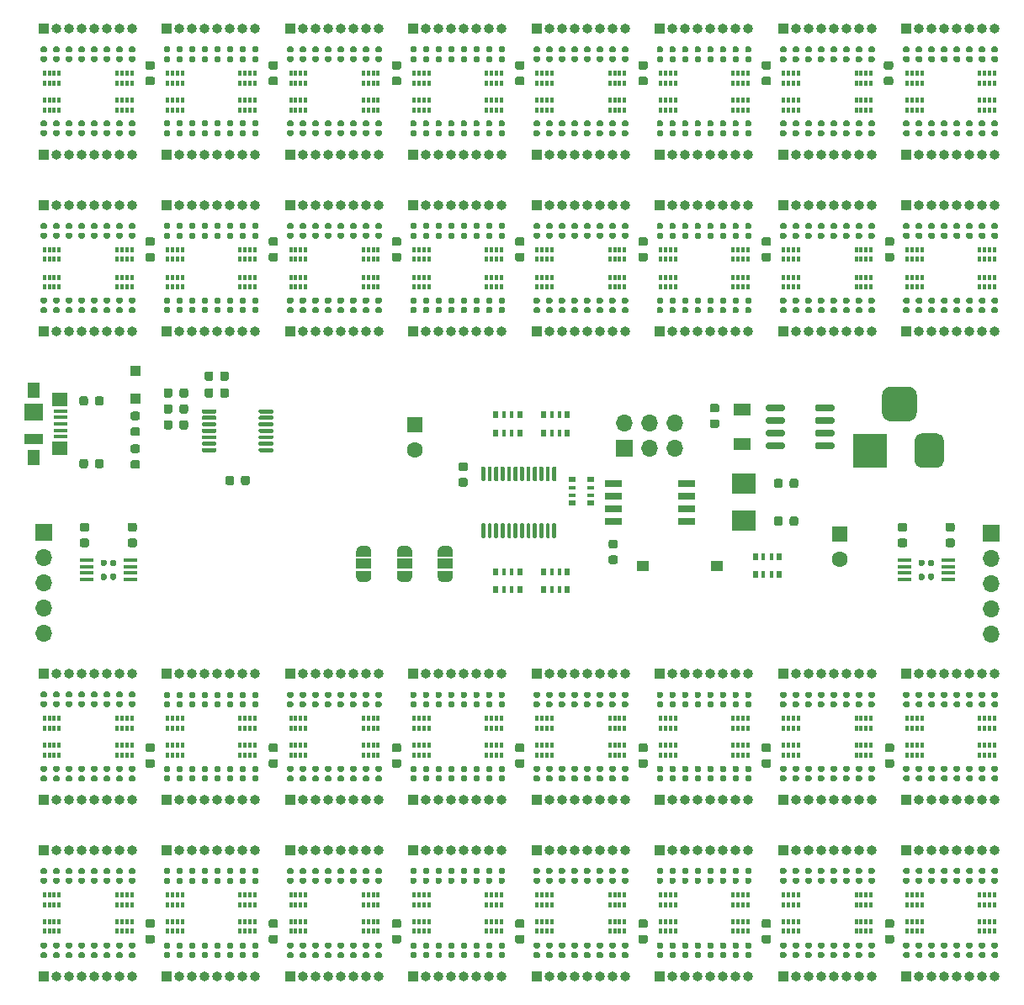
<source format=gbr>
%TF.GenerationSoftware,KiCad,Pcbnew,(5.1.9)-1*%
%TF.CreationDate,2021-03-15T01:59:56+07:00*%
%TF.ProjectId,super_expander,73757065-725f-4657-9870-616e6465722e,1*%
%TF.SameCoordinates,Original*%
%TF.FileFunction,Soldermask,Top*%
%TF.FilePolarity,Negative*%
%FSLAX46Y46*%
G04 Gerber Fmt 4.6, Leading zero omitted, Abs format (unit mm)*
G04 Created by KiCad (PCBNEW (5.1.9)-1) date 2021-03-15 01:59:56*
%MOMM*%
%LPD*%
G01*
G04 APERTURE LIST*
%ADD10R,0.800000X0.500000*%
%ADD11R,0.800000X0.400000*%
%ADD12O,1.700000X1.700000*%
%ADD13R,1.700000X1.700000*%
%ADD14C,1.600000*%
%ADD15R,1.600000X1.600000*%
%ADD16R,1.200000X1.000000*%
%ADD17R,3.500000X3.500000*%
%ADD18R,1.700000X1.300000*%
%ADD19R,1.450000X0.450000*%
%ADD20R,1.700000X0.650000*%
%ADD21R,1.380000X0.450000*%
%ADD22R,1.550000X1.425000*%
%ADD23R,1.300000X1.650000*%
%ADD24R,1.900000X1.800000*%
%ADD25R,1.900000X1.000000*%
%ADD26R,1.100000X1.100000*%
%ADD27O,1.000000X1.000000*%
%ADD28R,1.000000X1.000000*%
%ADD29R,0.400000X0.500000*%
%ADD30R,0.300000X0.500000*%
%ADD31R,2.400000X2.000000*%
%ADD32C,0.100000*%
%ADD33R,1.500000X1.000000*%
%ADD34R,0.500000X0.800000*%
%ADD35R,0.400000X0.800000*%
G04 APERTURE END LIST*
%TO.C,U34*%
G36*
G01*
X96825000Y-78600000D02*
X96625000Y-78600000D01*
G75*
G02*
X96525000Y-78500000I0J100000D01*
G01*
X96525000Y-77225000D01*
G75*
G02*
X96625000Y-77125000I100000J0D01*
G01*
X96825000Y-77125000D01*
G75*
G02*
X96925000Y-77225000I0J-100000D01*
G01*
X96925000Y-78500000D01*
G75*
G02*
X96825000Y-78600000I-100000J0D01*
G01*
G37*
G36*
G01*
X97475000Y-78600000D02*
X97275000Y-78600000D01*
G75*
G02*
X97175000Y-78500000I0J100000D01*
G01*
X97175000Y-77225000D01*
G75*
G02*
X97275000Y-77125000I100000J0D01*
G01*
X97475000Y-77125000D01*
G75*
G02*
X97575000Y-77225000I0J-100000D01*
G01*
X97575000Y-78500000D01*
G75*
G02*
X97475000Y-78600000I-100000J0D01*
G01*
G37*
G36*
G01*
X98125000Y-78600000D02*
X97925000Y-78600000D01*
G75*
G02*
X97825000Y-78500000I0J100000D01*
G01*
X97825000Y-77225000D01*
G75*
G02*
X97925000Y-77125000I100000J0D01*
G01*
X98125000Y-77125000D01*
G75*
G02*
X98225000Y-77225000I0J-100000D01*
G01*
X98225000Y-78500000D01*
G75*
G02*
X98125000Y-78600000I-100000J0D01*
G01*
G37*
G36*
G01*
X98775000Y-78600000D02*
X98575000Y-78600000D01*
G75*
G02*
X98475000Y-78500000I0J100000D01*
G01*
X98475000Y-77225000D01*
G75*
G02*
X98575000Y-77125000I100000J0D01*
G01*
X98775000Y-77125000D01*
G75*
G02*
X98875000Y-77225000I0J-100000D01*
G01*
X98875000Y-78500000D01*
G75*
G02*
X98775000Y-78600000I-100000J0D01*
G01*
G37*
G36*
G01*
X99425000Y-78600000D02*
X99225000Y-78600000D01*
G75*
G02*
X99125000Y-78500000I0J100000D01*
G01*
X99125000Y-77225000D01*
G75*
G02*
X99225000Y-77125000I100000J0D01*
G01*
X99425000Y-77125000D01*
G75*
G02*
X99525000Y-77225000I0J-100000D01*
G01*
X99525000Y-78500000D01*
G75*
G02*
X99425000Y-78600000I-100000J0D01*
G01*
G37*
G36*
G01*
X100075000Y-78600000D02*
X99875000Y-78600000D01*
G75*
G02*
X99775000Y-78500000I0J100000D01*
G01*
X99775000Y-77225000D01*
G75*
G02*
X99875000Y-77125000I100000J0D01*
G01*
X100075000Y-77125000D01*
G75*
G02*
X100175000Y-77225000I0J-100000D01*
G01*
X100175000Y-78500000D01*
G75*
G02*
X100075000Y-78600000I-100000J0D01*
G01*
G37*
G36*
G01*
X100725000Y-78600000D02*
X100525000Y-78600000D01*
G75*
G02*
X100425000Y-78500000I0J100000D01*
G01*
X100425000Y-77225000D01*
G75*
G02*
X100525000Y-77125000I100000J0D01*
G01*
X100725000Y-77125000D01*
G75*
G02*
X100825000Y-77225000I0J-100000D01*
G01*
X100825000Y-78500000D01*
G75*
G02*
X100725000Y-78600000I-100000J0D01*
G01*
G37*
G36*
G01*
X101375000Y-78600000D02*
X101175000Y-78600000D01*
G75*
G02*
X101075000Y-78500000I0J100000D01*
G01*
X101075000Y-77225000D01*
G75*
G02*
X101175000Y-77125000I100000J0D01*
G01*
X101375000Y-77125000D01*
G75*
G02*
X101475000Y-77225000I0J-100000D01*
G01*
X101475000Y-78500000D01*
G75*
G02*
X101375000Y-78600000I-100000J0D01*
G01*
G37*
G36*
G01*
X102025000Y-78600000D02*
X101825000Y-78600000D01*
G75*
G02*
X101725000Y-78500000I0J100000D01*
G01*
X101725000Y-77225000D01*
G75*
G02*
X101825000Y-77125000I100000J0D01*
G01*
X102025000Y-77125000D01*
G75*
G02*
X102125000Y-77225000I0J-100000D01*
G01*
X102125000Y-78500000D01*
G75*
G02*
X102025000Y-78600000I-100000J0D01*
G01*
G37*
G36*
G01*
X102675000Y-78600000D02*
X102475000Y-78600000D01*
G75*
G02*
X102375000Y-78500000I0J100000D01*
G01*
X102375000Y-77225000D01*
G75*
G02*
X102475000Y-77125000I100000J0D01*
G01*
X102675000Y-77125000D01*
G75*
G02*
X102775000Y-77225000I0J-100000D01*
G01*
X102775000Y-78500000D01*
G75*
G02*
X102675000Y-78600000I-100000J0D01*
G01*
G37*
G36*
G01*
X103325000Y-78600000D02*
X103125000Y-78600000D01*
G75*
G02*
X103025000Y-78500000I0J100000D01*
G01*
X103025000Y-77225000D01*
G75*
G02*
X103125000Y-77125000I100000J0D01*
G01*
X103325000Y-77125000D01*
G75*
G02*
X103425000Y-77225000I0J-100000D01*
G01*
X103425000Y-78500000D01*
G75*
G02*
X103325000Y-78600000I-100000J0D01*
G01*
G37*
G36*
G01*
X103975000Y-78600000D02*
X103775000Y-78600000D01*
G75*
G02*
X103675000Y-78500000I0J100000D01*
G01*
X103675000Y-77225000D01*
G75*
G02*
X103775000Y-77125000I100000J0D01*
G01*
X103975000Y-77125000D01*
G75*
G02*
X104075000Y-77225000I0J-100000D01*
G01*
X104075000Y-78500000D01*
G75*
G02*
X103975000Y-78600000I-100000J0D01*
G01*
G37*
G36*
G01*
X103975000Y-72875000D02*
X103775000Y-72875000D01*
G75*
G02*
X103675000Y-72775000I0J100000D01*
G01*
X103675000Y-71500000D01*
G75*
G02*
X103775000Y-71400000I100000J0D01*
G01*
X103975000Y-71400000D01*
G75*
G02*
X104075000Y-71500000I0J-100000D01*
G01*
X104075000Y-72775000D01*
G75*
G02*
X103975000Y-72875000I-100000J0D01*
G01*
G37*
G36*
G01*
X103325000Y-72875000D02*
X103125000Y-72875000D01*
G75*
G02*
X103025000Y-72775000I0J100000D01*
G01*
X103025000Y-71500000D01*
G75*
G02*
X103125000Y-71400000I100000J0D01*
G01*
X103325000Y-71400000D01*
G75*
G02*
X103425000Y-71500000I0J-100000D01*
G01*
X103425000Y-72775000D01*
G75*
G02*
X103325000Y-72875000I-100000J0D01*
G01*
G37*
G36*
G01*
X102675000Y-72875000D02*
X102475000Y-72875000D01*
G75*
G02*
X102375000Y-72775000I0J100000D01*
G01*
X102375000Y-71500000D01*
G75*
G02*
X102475000Y-71400000I100000J0D01*
G01*
X102675000Y-71400000D01*
G75*
G02*
X102775000Y-71500000I0J-100000D01*
G01*
X102775000Y-72775000D01*
G75*
G02*
X102675000Y-72875000I-100000J0D01*
G01*
G37*
G36*
G01*
X102025000Y-72875000D02*
X101825000Y-72875000D01*
G75*
G02*
X101725000Y-72775000I0J100000D01*
G01*
X101725000Y-71500000D01*
G75*
G02*
X101825000Y-71400000I100000J0D01*
G01*
X102025000Y-71400000D01*
G75*
G02*
X102125000Y-71500000I0J-100000D01*
G01*
X102125000Y-72775000D01*
G75*
G02*
X102025000Y-72875000I-100000J0D01*
G01*
G37*
G36*
G01*
X101375000Y-72875000D02*
X101175000Y-72875000D01*
G75*
G02*
X101075000Y-72775000I0J100000D01*
G01*
X101075000Y-71500000D01*
G75*
G02*
X101175000Y-71400000I100000J0D01*
G01*
X101375000Y-71400000D01*
G75*
G02*
X101475000Y-71500000I0J-100000D01*
G01*
X101475000Y-72775000D01*
G75*
G02*
X101375000Y-72875000I-100000J0D01*
G01*
G37*
G36*
G01*
X100725000Y-72875000D02*
X100525000Y-72875000D01*
G75*
G02*
X100425000Y-72775000I0J100000D01*
G01*
X100425000Y-71500000D01*
G75*
G02*
X100525000Y-71400000I100000J0D01*
G01*
X100725000Y-71400000D01*
G75*
G02*
X100825000Y-71500000I0J-100000D01*
G01*
X100825000Y-72775000D01*
G75*
G02*
X100725000Y-72875000I-100000J0D01*
G01*
G37*
G36*
G01*
X100075000Y-72875000D02*
X99875000Y-72875000D01*
G75*
G02*
X99775000Y-72775000I0J100000D01*
G01*
X99775000Y-71500000D01*
G75*
G02*
X99875000Y-71400000I100000J0D01*
G01*
X100075000Y-71400000D01*
G75*
G02*
X100175000Y-71500000I0J-100000D01*
G01*
X100175000Y-72775000D01*
G75*
G02*
X100075000Y-72875000I-100000J0D01*
G01*
G37*
G36*
G01*
X99425000Y-72875000D02*
X99225000Y-72875000D01*
G75*
G02*
X99125000Y-72775000I0J100000D01*
G01*
X99125000Y-71500000D01*
G75*
G02*
X99225000Y-71400000I100000J0D01*
G01*
X99425000Y-71400000D01*
G75*
G02*
X99525000Y-71500000I0J-100000D01*
G01*
X99525000Y-72775000D01*
G75*
G02*
X99425000Y-72875000I-100000J0D01*
G01*
G37*
G36*
G01*
X98775000Y-72875000D02*
X98575000Y-72875000D01*
G75*
G02*
X98475000Y-72775000I0J100000D01*
G01*
X98475000Y-71500000D01*
G75*
G02*
X98575000Y-71400000I100000J0D01*
G01*
X98775000Y-71400000D01*
G75*
G02*
X98875000Y-71500000I0J-100000D01*
G01*
X98875000Y-72775000D01*
G75*
G02*
X98775000Y-72875000I-100000J0D01*
G01*
G37*
G36*
G01*
X98125000Y-72875000D02*
X97925000Y-72875000D01*
G75*
G02*
X97825000Y-72775000I0J100000D01*
G01*
X97825000Y-71500000D01*
G75*
G02*
X97925000Y-71400000I100000J0D01*
G01*
X98125000Y-71400000D01*
G75*
G02*
X98225000Y-71500000I0J-100000D01*
G01*
X98225000Y-72775000D01*
G75*
G02*
X98125000Y-72875000I-100000J0D01*
G01*
G37*
G36*
G01*
X97475000Y-72875000D02*
X97275000Y-72875000D01*
G75*
G02*
X97175000Y-72775000I0J100000D01*
G01*
X97175000Y-71500000D01*
G75*
G02*
X97275000Y-71400000I100000J0D01*
G01*
X97475000Y-71400000D01*
G75*
G02*
X97575000Y-71500000I0J-100000D01*
G01*
X97575000Y-72775000D01*
G75*
G02*
X97475000Y-72875000I-100000J0D01*
G01*
G37*
G36*
G01*
X96825000Y-72875000D02*
X96625000Y-72875000D01*
G75*
G02*
X96525000Y-72775000I0J100000D01*
G01*
X96525000Y-71500000D01*
G75*
G02*
X96625000Y-71400000I100000J0D01*
G01*
X96825000Y-71400000D01*
G75*
G02*
X96925000Y-71500000I0J-100000D01*
G01*
X96925000Y-72775000D01*
G75*
G02*
X96825000Y-72875000I-100000J0D01*
G01*
G37*
%TD*%
D10*
%TO.C,RN134*%
X105700000Y-72700000D03*
D11*
X105700000Y-73500000D03*
D10*
X105700000Y-75100000D03*
D11*
X105700000Y-74300000D03*
D10*
X107500000Y-72700000D03*
D11*
X107500000Y-74300000D03*
X107500000Y-73500000D03*
D10*
X107500000Y-75100000D03*
%TD*%
D12*
%TO.C,J69*%
X115980000Y-67060000D03*
X115980000Y-69600000D03*
X113440000Y-67060000D03*
X113440000Y-69600000D03*
X110900000Y-67060000D03*
D13*
X110900000Y-69600000D03*
%TD*%
%TO.C,FB2*%
G36*
G01*
X57650000Y-71356250D02*
X57650000Y-70843750D01*
G75*
G02*
X57868750Y-70625000I218750J0D01*
G01*
X58306250Y-70625000D01*
G75*
G02*
X58525000Y-70843750I0J-218750D01*
G01*
X58525000Y-71356250D01*
G75*
G02*
X58306250Y-71575000I-218750J0D01*
G01*
X57868750Y-71575000D01*
G75*
G02*
X57650000Y-71356250I0J218750D01*
G01*
G37*
G36*
G01*
X56075000Y-71356250D02*
X56075000Y-70843750D01*
G75*
G02*
X56293750Y-70625000I218750J0D01*
G01*
X56731250Y-70625000D01*
G75*
G02*
X56950000Y-70843750I0J-218750D01*
G01*
X56950000Y-71356250D01*
G75*
G02*
X56731250Y-71575000I-218750J0D01*
G01*
X56293750Y-71575000D01*
G75*
G02*
X56075000Y-71356250I0J218750D01*
G01*
G37*
%TD*%
%TO.C,FB1*%
G36*
G01*
X57650000Y-65056250D02*
X57650000Y-64543750D01*
G75*
G02*
X57868750Y-64325000I218750J0D01*
G01*
X58306250Y-64325000D01*
G75*
G02*
X58525000Y-64543750I0J-218750D01*
G01*
X58525000Y-65056250D01*
G75*
G02*
X58306250Y-65275000I-218750J0D01*
G01*
X57868750Y-65275000D01*
G75*
G02*
X57650000Y-65056250I0J218750D01*
G01*
G37*
G36*
G01*
X56075000Y-65056250D02*
X56075000Y-64543750D01*
G75*
G02*
X56293750Y-64325000I218750J0D01*
G01*
X56731250Y-64325000D01*
G75*
G02*
X56950000Y-64543750I0J-218750D01*
G01*
X56950000Y-65056250D01*
G75*
G02*
X56731250Y-65275000I-218750J0D01*
G01*
X56293750Y-65275000D01*
G75*
G02*
X56075000Y-65056250I0J218750D01*
G01*
G37*
%TD*%
D14*
%TO.C,C42*%
X89800000Y-69700000D03*
D15*
X89800000Y-67200000D03*
%TD*%
D14*
%TO.C,C41*%
X132600000Y-80700000D03*
D15*
X132600000Y-78200000D03*
%TD*%
D16*
%TO.C,SW1*%
X120200000Y-81400000D03*
X112800000Y-81400000D03*
%TD*%
%TO.C,Q1*%
G36*
G01*
X130100000Y-65645000D02*
X130100000Y-65345000D01*
G75*
G02*
X130250000Y-65195000I150000J0D01*
G01*
X131900000Y-65195000D01*
G75*
G02*
X132050000Y-65345000I0J-150000D01*
G01*
X132050000Y-65645000D01*
G75*
G02*
X131900000Y-65795000I-150000J0D01*
G01*
X130250000Y-65795000D01*
G75*
G02*
X130100000Y-65645000I0J150000D01*
G01*
G37*
G36*
G01*
X130100000Y-66915000D02*
X130100000Y-66615000D01*
G75*
G02*
X130250000Y-66465000I150000J0D01*
G01*
X131900000Y-66465000D01*
G75*
G02*
X132050000Y-66615000I0J-150000D01*
G01*
X132050000Y-66915000D01*
G75*
G02*
X131900000Y-67065000I-150000J0D01*
G01*
X130250000Y-67065000D01*
G75*
G02*
X130100000Y-66915000I0J150000D01*
G01*
G37*
G36*
G01*
X130100000Y-68185000D02*
X130100000Y-67885000D01*
G75*
G02*
X130250000Y-67735000I150000J0D01*
G01*
X131900000Y-67735000D01*
G75*
G02*
X132050000Y-67885000I0J-150000D01*
G01*
X132050000Y-68185000D01*
G75*
G02*
X131900000Y-68335000I-150000J0D01*
G01*
X130250000Y-68335000D01*
G75*
G02*
X130100000Y-68185000I0J150000D01*
G01*
G37*
G36*
G01*
X130100000Y-69455000D02*
X130100000Y-69155000D01*
G75*
G02*
X130250000Y-69005000I150000J0D01*
G01*
X131900000Y-69005000D01*
G75*
G02*
X132050000Y-69155000I0J-150000D01*
G01*
X132050000Y-69455000D01*
G75*
G02*
X131900000Y-69605000I-150000J0D01*
G01*
X130250000Y-69605000D01*
G75*
G02*
X130100000Y-69455000I0J150000D01*
G01*
G37*
G36*
G01*
X125150000Y-69455000D02*
X125150000Y-69155000D01*
G75*
G02*
X125300000Y-69005000I150000J0D01*
G01*
X126950000Y-69005000D01*
G75*
G02*
X127100000Y-69155000I0J-150000D01*
G01*
X127100000Y-69455000D01*
G75*
G02*
X126950000Y-69605000I-150000J0D01*
G01*
X125300000Y-69605000D01*
G75*
G02*
X125150000Y-69455000I0J150000D01*
G01*
G37*
G36*
G01*
X125150000Y-68185000D02*
X125150000Y-67885000D01*
G75*
G02*
X125300000Y-67735000I150000J0D01*
G01*
X126950000Y-67735000D01*
G75*
G02*
X127100000Y-67885000I0J-150000D01*
G01*
X127100000Y-68185000D01*
G75*
G02*
X126950000Y-68335000I-150000J0D01*
G01*
X125300000Y-68335000D01*
G75*
G02*
X125150000Y-68185000I0J150000D01*
G01*
G37*
G36*
G01*
X125150000Y-66915000D02*
X125150000Y-66615000D01*
G75*
G02*
X125300000Y-66465000I150000J0D01*
G01*
X126950000Y-66465000D01*
G75*
G02*
X127100000Y-66615000I0J-150000D01*
G01*
X127100000Y-66915000D01*
G75*
G02*
X126950000Y-67065000I-150000J0D01*
G01*
X125300000Y-67065000D01*
G75*
G02*
X125150000Y-66915000I0J150000D01*
G01*
G37*
G36*
G01*
X125150000Y-65645000D02*
X125150000Y-65345000D01*
G75*
G02*
X125300000Y-65195000I150000J0D01*
G01*
X126950000Y-65195000D01*
G75*
G02*
X127100000Y-65345000I0J-150000D01*
G01*
X127100000Y-65645000D01*
G75*
G02*
X126950000Y-65795000I-150000J0D01*
G01*
X125300000Y-65795000D01*
G75*
G02*
X125150000Y-65645000I0J150000D01*
G01*
G37*
%TD*%
%TO.C,R2*%
G36*
G01*
X120256250Y-65950000D02*
X119743750Y-65950000D01*
G75*
G02*
X119525000Y-65731250I0J218750D01*
G01*
X119525000Y-65293750D01*
G75*
G02*
X119743750Y-65075000I218750J0D01*
G01*
X120256250Y-65075000D01*
G75*
G02*
X120475000Y-65293750I0J-218750D01*
G01*
X120475000Y-65731250D01*
G75*
G02*
X120256250Y-65950000I-218750J0D01*
G01*
G37*
G36*
G01*
X120256250Y-67525000D02*
X119743750Y-67525000D01*
G75*
G02*
X119525000Y-67306250I0J218750D01*
G01*
X119525000Y-66868750D01*
G75*
G02*
X119743750Y-66650000I218750J0D01*
G01*
X120256250Y-66650000D01*
G75*
G02*
X120475000Y-66868750I0J-218750D01*
G01*
X120475000Y-67306250D01*
G75*
G02*
X120256250Y-67525000I-218750J0D01*
G01*
G37*
%TD*%
%TO.C,J68*%
G36*
G01*
X140350000Y-64225000D02*
X140350000Y-65975000D01*
G75*
G02*
X139475000Y-66850000I-875000J0D01*
G01*
X137725000Y-66850000D01*
G75*
G02*
X136850000Y-65975000I0J875000D01*
G01*
X136850000Y-64225000D01*
G75*
G02*
X137725000Y-63350000I875000J0D01*
G01*
X139475000Y-63350000D01*
G75*
G02*
X140350000Y-64225000I0J-875000D01*
G01*
G37*
G36*
G01*
X143100000Y-68800000D02*
X143100000Y-70800000D01*
G75*
G02*
X142350000Y-71550000I-750000J0D01*
G01*
X140850000Y-71550000D01*
G75*
G02*
X140100000Y-70800000I0J750000D01*
G01*
X140100000Y-68800000D01*
G75*
G02*
X140850000Y-68050000I750000J0D01*
G01*
X142350000Y-68050000D01*
G75*
G02*
X143100000Y-68800000I0J-750000D01*
G01*
G37*
D17*
X135600000Y-69800000D03*
%TD*%
D18*
%TO.C,D5*%
X122800000Y-69150000D03*
X122800000Y-65650000D03*
%TD*%
D12*
%TO.C,J67*%
X147800000Y-88260000D03*
X147800000Y-85720000D03*
X147800000Y-83180000D03*
X147800000Y-80640000D03*
D13*
X147800000Y-78100000D03*
%TD*%
D12*
%TO.C,J66*%
X52500000Y-88180000D03*
X52500000Y-85640000D03*
X52500000Y-83100000D03*
X52500000Y-80560000D03*
D13*
X52500000Y-78020000D03*
%TD*%
D19*
%TO.C,U37*%
X143500000Y-80825000D03*
X143500000Y-81475000D03*
X143500000Y-82125000D03*
X143500000Y-82775000D03*
X139100000Y-82775000D03*
X139100000Y-82125000D03*
X139100000Y-81475000D03*
X139100000Y-80825000D03*
%TD*%
%TO.C,U36*%
X61200000Y-80825000D03*
X61200000Y-81475000D03*
X61200000Y-82125000D03*
X61200000Y-82775000D03*
X56800000Y-82775000D03*
X56800000Y-82125000D03*
X56800000Y-81475000D03*
X56800000Y-80825000D03*
%TD*%
%TO.C,JP7*%
G36*
G01*
X141490000Y-82672500D02*
X141490000Y-82327500D01*
G75*
G02*
X141637500Y-82180000I147500J0D01*
G01*
X141932500Y-82180000D01*
G75*
G02*
X142080000Y-82327500I0J-147500D01*
G01*
X142080000Y-82672500D01*
G75*
G02*
X141932500Y-82820000I-147500J0D01*
G01*
X141637500Y-82820000D01*
G75*
G02*
X141490000Y-82672500I0J147500D01*
G01*
G37*
G36*
G01*
X140520000Y-82672500D02*
X140520000Y-82327500D01*
G75*
G02*
X140667500Y-82180000I147500J0D01*
G01*
X140962500Y-82180000D01*
G75*
G02*
X141110000Y-82327500I0J-147500D01*
G01*
X141110000Y-82672500D01*
G75*
G02*
X140962500Y-82820000I-147500J0D01*
G01*
X140667500Y-82820000D01*
G75*
G02*
X140520000Y-82672500I0J147500D01*
G01*
G37*
%TD*%
%TO.C,JP6*%
G36*
G01*
X59190000Y-82672500D02*
X59190000Y-82327500D01*
G75*
G02*
X59337500Y-82180000I147500J0D01*
G01*
X59632500Y-82180000D01*
G75*
G02*
X59780000Y-82327500I0J-147500D01*
G01*
X59780000Y-82672500D01*
G75*
G02*
X59632500Y-82820000I-147500J0D01*
G01*
X59337500Y-82820000D01*
G75*
G02*
X59190000Y-82672500I0J147500D01*
G01*
G37*
G36*
G01*
X58220000Y-82672500D02*
X58220000Y-82327500D01*
G75*
G02*
X58367500Y-82180000I147500J0D01*
G01*
X58662500Y-82180000D01*
G75*
G02*
X58810000Y-82327500I0J-147500D01*
G01*
X58810000Y-82672500D01*
G75*
G02*
X58662500Y-82820000I-147500J0D01*
G01*
X58367500Y-82820000D01*
G75*
G02*
X58220000Y-82672500I0J147500D01*
G01*
G37*
%TD*%
%TO.C,JP5*%
G36*
G01*
X141490000Y-81272500D02*
X141490000Y-80927500D01*
G75*
G02*
X141637500Y-80780000I147500J0D01*
G01*
X141932500Y-80780000D01*
G75*
G02*
X142080000Y-80927500I0J-147500D01*
G01*
X142080000Y-81272500D01*
G75*
G02*
X141932500Y-81420000I-147500J0D01*
G01*
X141637500Y-81420000D01*
G75*
G02*
X141490000Y-81272500I0J147500D01*
G01*
G37*
G36*
G01*
X140520000Y-81272500D02*
X140520000Y-80927500D01*
G75*
G02*
X140667500Y-80780000I147500J0D01*
G01*
X140962500Y-80780000D01*
G75*
G02*
X141110000Y-80927500I0J-147500D01*
G01*
X141110000Y-81272500D01*
G75*
G02*
X140962500Y-81420000I-147500J0D01*
G01*
X140667500Y-81420000D01*
G75*
G02*
X140520000Y-81272500I0J147500D01*
G01*
G37*
%TD*%
%TO.C,JP4*%
G36*
G01*
X59190000Y-81272500D02*
X59190000Y-80927500D01*
G75*
G02*
X59337500Y-80780000I147500J0D01*
G01*
X59632500Y-80780000D01*
G75*
G02*
X59780000Y-80927500I0J-147500D01*
G01*
X59780000Y-81272500D01*
G75*
G02*
X59632500Y-81420000I-147500J0D01*
G01*
X59337500Y-81420000D01*
G75*
G02*
X59190000Y-81272500I0J147500D01*
G01*
G37*
G36*
G01*
X58220000Y-81272500D02*
X58220000Y-80927500D01*
G75*
G02*
X58367500Y-80780000I147500J0D01*
G01*
X58662500Y-80780000D01*
G75*
G02*
X58810000Y-80927500I0J-147500D01*
G01*
X58810000Y-81272500D01*
G75*
G02*
X58662500Y-81420000I-147500J0D01*
G01*
X58367500Y-81420000D01*
G75*
G02*
X58220000Y-81272500I0J147500D01*
G01*
G37*
%TD*%
%TO.C,C38*%
G36*
G01*
X143956250Y-77950000D02*
X143443750Y-77950000D01*
G75*
G02*
X143225000Y-77731250I0J218750D01*
G01*
X143225000Y-77293750D01*
G75*
G02*
X143443750Y-77075000I218750J0D01*
G01*
X143956250Y-77075000D01*
G75*
G02*
X144175000Y-77293750I0J-218750D01*
G01*
X144175000Y-77731250D01*
G75*
G02*
X143956250Y-77950000I-218750J0D01*
G01*
G37*
G36*
G01*
X143956250Y-79525000D02*
X143443750Y-79525000D01*
G75*
G02*
X143225000Y-79306250I0J218750D01*
G01*
X143225000Y-78868750D01*
G75*
G02*
X143443750Y-78650000I218750J0D01*
G01*
X143956250Y-78650000D01*
G75*
G02*
X144175000Y-78868750I0J-218750D01*
G01*
X144175000Y-79306250D01*
G75*
G02*
X143956250Y-79525000I-218750J0D01*
G01*
G37*
%TD*%
%TO.C,C37*%
G36*
G01*
X139156250Y-77950000D02*
X138643750Y-77950000D01*
G75*
G02*
X138425000Y-77731250I0J218750D01*
G01*
X138425000Y-77293750D01*
G75*
G02*
X138643750Y-77075000I218750J0D01*
G01*
X139156250Y-77075000D01*
G75*
G02*
X139375000Y-77293750I0J-218750D01*
G01*
X139375000Y-77731250D01*
G75*
G02*
X139156250Y-77950000I-218750J0D01*
G01*
G37*
G36*
G01*
X139156250Y-79525000D02*
X138643750Y-79525000D01*
G75*
G02*
X138425000Y-79306250I0J218750D01*
G01*
X138425000Y-78868750D01*
G75*
G02*
X138643750Y-78650000I218750J0D01*
G01*
X139156250Y-78650000D01*
G75*
G02*
X139375000Y-78868750I0J-218750D01*
G01*
X139375000Y-79306250D01*
G75*
G02*
X139156250Y-79525000I-218750J0D01*
G01*
G37*
%TD*%
%TO.C,C36*%
G36*
G01*
X61656250Y-77950000D02*
X61143750Y-77950000D01*
G75*
G02*
X60925000Y-77731250I0J218750D01*
G01*
X60925000Y-77293750D01*
G75*
G02*
X61143750Y-77075000I218750J0D01*
G01*
X61656250Y-77075000D01*
G75*
G02*
X61875000Y-77293750I0J-218750D01*
G01*
X61875000Y-77731250D01*
G75*
G02*
X61656250Y-77950000I-218750J0D01*
G01*
G37*
G36*
G01*
X61656250Y-79525000D02*
X61143750Y-79525000D01*
G75*
G02*
X60925000Y-79306250I0J218750D01*
G01*
X60925000Y-78868750D01*
G75*
G02*
X61143750Y-78650000I218750J0D01*
G01*
X61656250Y-78650000D01*
G75*
G02*
X61875000Y-78868750I0J-218750D01*
G01*
X61875000Y-79306250D01*
G75*
G02*
X61656250Y-79525000I-218750J0D01*
G01*
G37*
%TD*%
%TO.C,C35*%
G36*
G01*
X56856250Y-77950000D02*
X56343750Y-77950000D01*
G75*
G02*
X56125000Y-77731250I0J218750D01*
G01*
X56125000Y-77293750D01*
G75*
G02*
X56343750Y-77075000I218750J0D01*
G01*
X56856250Y-77075000D01*
G75*
G02*
X57075000Y-77293750I0J-218750D01*
G01*
X57075000Y-77731250D01*
G75*
G02*
X56856250Y-77950000I-218750J0D01*
G01*
G37*
G36*
G01*
X56856250Y-79525000D02*
X56343750Y-79525000D01*
G75*
G02*
X56125000Y-79306250I0J218750D01*
G01*
X56125000Y-78868750D01*
G75*
G02*
X56343750Y-78650000I218750J0D01*
G01*
X56856250Y-78650000D01*
G75*
G02*
X57075000Y-78868750I0J-218750D01*
G01*
X57075000Y-79306250D01*
G75*
G02*
X56856250Y-79525000I-218750J0D01*
G01*
G37*
%TD*%
D20*
%TO.C,U33*%
X109850000Y-76905000D03*
X109850000Y-75635000D03*
X109850000Y-74365000D03*
X109850000Y-73095000D03*
X117150000Y-73095000D03*
X117150000Y-74365000D03*
X117150000Y-75635000D03*
X117150000Y-76905000D03*
%TD*%
%TO.C,U35*%
G36*
G01*
X75600000Y-69650000D02*
X75600000Y-69850000D01*
G75*
G02*
X75500000Y-69950000I-100000J0D01*
G01*
X74225000Y-69950000D01*
G75*
G02*
X74125000Y-69850000I0J100000D01*
G01*
X74125000Y-69650000D01*
G75*
G02*
X74225000Y-69550000I100000J0D01*
G01*
X75500000Y-69550000D01*
G75*
G02*
X75600000Y-69650000I0J-100000D01*
G01*
G37*
G36*
G01*
X75600000Y-69000000D02*
X75600000Y-69200000D01*
G75*
G02*
X75500000Y-69300000I-100000J0D01*
G01*
X74225000Y-69300000D01*
G75*
G02*
X74125000Y-69200000I0J100000D01*
G01*
X74125000Y-69000000D01*
G75*
G02*
X74225000Y-68900000I100000J0D01*
G01*
X75500000Y-68900000D01*
G75*
G02*
X75600000Y-69000000I0J-100000D01*
G01*
G37*
G36*
G01*
X75600000Y-68350000D02*
X75600000Y-68550000D01*
G75*
G02*
X75500000Y-68650000I-100000J0D01*
G01*
X74225000Y-68650000D01*
G75*
G02*
X74125000Y-68550000I0J100000D01*
G01*
X74125000Y-68350000D01*
G75*
G02*
X74225000Y-68250000I100000J0D01*
G01*
X75500000Y-68250000D01*
G75*
G02*
X75600000Y-68350000I0J-100000D01*
G01*
G37*
G36*
G01*
X75600000Y-67700000D02*
X75600000Y-67900000D01*
G75*
G02*
X75500000Y-68000000I-100000J0D01*
G01*
X74225000Y-68000000D01*
G75*
G02*
X74125000Y-67900000I0J100000D01*
G01*
X74125000Y-67700000D01*
G75*
G02*
X74225000Y-67600000I100000J0D01*
G01*
X75500000Y-67600000D01*
G75*
G02*
X75600000Y-67700000I0J-100000D01*
G01*
G37*
G36*
G01*
X75600000Y-67050000D02*
X75600000Y-67250000D01*
G75*
G02*
X75500000Y-67350000I-100000J0D01*
G01*
X74225000Y-67350000D01*
G75*
G02*
X74125000Y-67250000I0J100000D01*
G01*
X74125000Y-67050000D01*
G75*
G02*
X74225000Y-66950000I100000J0D01*
G01*
X75500000Y-66950000D01*
G75*
G02*
X75600000Y-67050000I0J-100000D01*
G01*
G37*
G36*
G01*
X75600000Y-66400000D02*
X75600000Y-66600000D01*
G75*
G02*
X75500000Y-66700000I-100000J0D01*
G01*
X74225000Y-66700000D01*
G75*
G02*
X74125000Y-66600000I0J100000D01*
G01*
X74125000Y-66400000D01*
G75*
G02*
X74225000Y-66300000I100000J0D01*
G01*
X75500000Y-66300000D01*
G75*
G02*
X75600000Y-66400000I0J-100000D01*
G01*
G37*
G36*
G01*
X75600000Y-65750000D02*
X75600000Y-65950000D01*
G75*
G02*
X75500000Y-66050000I-100000J0D01*
G01*
X74225000Y-66050000D01*
G75*
G02*
X74125000Y-65950000I0J100000D01*
G01*
X74125000Y-65750000D01*
G75*
G02*
X74225000Y-65650000I100000J0D01*
G01*
X75500000Y-65650000D01*
G75*
G02*
X75600000Y-65750000I0J-100000D01*
G01*
G37*
G36*
G01*
X69875000Y-65750000D02*
X69875000Y-65950000D01*
G75*
G02*
X69775000Y-66050000I-100000J0D01*
G01*
X68500000Y-66050000D01*
G75*
G02*
X68400000Y-65950000I0J100000D01*
G01*
X68400000Y-65750000D01*
G75*
G02*
X68500000Y-65650000I100000J0D01*
G01*
X69775000Y-65650000D01*
G75*
G02*
X69875000Y-65750000I0J-100000D01*
G01*
G37*
G36*
G01*
X69875000Y-66400000D02*
X69875000Y-66600000D01*
G75*
G02*
X69775000Y-66700000I-100000J0D01*
G01*
X68500000Y-66700000D01*
G75*
G02*
X68400000Y-66600000I0J100000D01*
G01*
X68400000Y-66400000D01*
G75*
G02*
X68500000Y-66300000I100000J0D01*
G01*
X69775000Y-66300000D01*
G75*
G02*
X69875000Y-66400000I0J-100000D01*
G01*
G37*
G36*
G01*
X69875000Y-67050000D02*
X69875000Y-67250000D01*
G75*
G02*
X69775000Y-67350000I-100000J0D01*
G01*
X68500000Y-67350000D01*
G75*
G02*
X68400000Y-67250000I0J100000D01*
G01*
X68400000Y-67050000D01*
G75*
G02*
X68500000Y-66950000I100000J0D01*
G01*
X69775000Y-66950000D01*
G75*
G02*
X69875000Y-67050000I0J-100000D01*
G01*
G37*
G36*
G01*
X69875000Y-67700000D02*
X69875000Y-67900000D01*
G75*
G02*
X69775000Y-68000000I-100000J0D01*
G01*
X68500000Y-68000000D01*
G75*
G02*
X68400000Y-67900000I0J100000D01*
G01*
X68400000Y-67700000D01*
G75*
G02*
X68500000Y-67600000I100000J0D01*
G01*
X69775000Y-67600000D01*
G75*
G02*
X69875000Y-67700000I0J-100000D01*
G01*
G37*
G36*
G01*
X69875000Y-68350000D02*
X69875000Y-68550000D01*
G75*
G02*
X69775000Y-68650000I-100000J0D01*
G01*
X68500000Y-68650000D01*
G75*
G02*
X68400000Y-68550000I0J100000D01*
G01*
X68400000Y-68350000D01*
G75*
G02*
X68500000Y-68250000I100000J0D01*
G01*
X69775000Y-68250000D01*
G75*
G02*
X69875000Y-68350000I0J-100000D01*
G01*
G37*
G36*
G01*
X69875000Y-69000000D02*
X69875000Y-69200000D01*
G75*
G02*
X69775000Y-69300000I-100000J0D01*
G01*
X68500000Y-69300000D01*
G75*
G02*
X68400000Y-69200000I0J100000D01*
G01*
X68400000Y-69000000D01*
G75*
G02*
X68500000Y-68900000I100000J0D01*
G01*
X69775000Y-68900000D01*
G75*
G02*
X69875000Y-69000000I0J-100000D01*
G01*
G37*
G36*
G01*
X69875000Y-69650000D02*
X69875000Y-69850000D01*
G75*
G02*
X69775000Y-69950000I-100000J0D01*
G01*
X68500000Y-69950000D01*
G75*
G02*
X68400000Y-69850000I0J100000D01*
G01*
X68400000Y-69650000D01*
G75*
G02*
X68500000Y-69550000I100000J0D01*
G01*
X69775000Y-69550000D01*
G75*
G02*
X69875000Y-69650000I0J-100000D01*
G01*
G37*
%TD*%
%TO.C,R1*%
G36*
G01*
X70250000Y-62556250D02*
X70250000Y-62043750D01*
G75*
G02*
X70468750Y-61825000I218750J0D01*
G01*
X70906250Y-61825000D01*
G75*
G02*
X71125000Y-62043750I0J-218750D01*
G01*
X71125000Y-62556250D01*
G75*
G02*
X70906250Y-62775000I-218750J0D01*
G01*
X70468750Y-62775000D01*
G75*
G02*
X70250000Y-62556250I0J218750D01*
G01*
G37*
G36*
G01*
X68675000Y-62556250D02*
X68675000Y-62043750D01*
G75*
G02*
X68893750Y-61825000I218750J0D01*
G01*
X69331250Y-61825000D01*
G75*
G02*
X69550000Y-62043750I0J-218750D01*
G01*
X69550000Y-62556250D01*
G75*
G02*
X69331250Y-62775000I-218750J0D01*
G01*
X68893750Y-62775000D01*
G75*
G02*
X68675000Y-62556250I0J218750D01*
G01*
G37*
%TD*%
D21*
%TO.C,J65*%
X54160000Y-65800000D03*
X54160000Y-66450000D03*
X54160000Y-67100000D03*
X54160000Y-67750000D03*
X54160000Y-68400000D03*
D22*
X54075000Y-64612500D03*
X54075000Y-69587500D03*
D23*
X51500000Y-63725000D03*
X51500000Y-70475000D03*
D24*
X51500000Y-65950000D03*
D25*
X51500000Y-68650000D03*
%TD*%
%TO.C,D4*%
G36*
G01*
X70250000Y-64256250D02*
X70250000Y-63743750D01*
G75*
G02*
X70468750Y-63525000I218750J0D01*
G01*
X70906250Y-63525000D01*
G75*
G02*
X71125000Y-63743750I0J-218750D01*
G01*
X71125000Y-64256250D01*
G75*
G02*
X70906250Y-64475000I-218750J0D01*
G01*
X70468750Y-64475000D01*
G75*
G02*
X70250000Y-64256250I0J218750D01*
G01*
G37*
G36*
G01*
X68675000Y-64256250D02*
X68675000Y-63743750D01*
G75*
G02*
X68893750Y-63525000I218750J0D01*
G01*
X69331250Y-63525000D01*
G75*
G02*
X69550000Y-63743750I0J-218750D01*
G01*
X69550000Y-64256250D01*
G75*
G02*
X69331250Y-64475000I-218750J0D01*
G01*
X68893750Y-64475000D01*
G75*
G02*
X68675000Y-64256250I0J218750D01*
G01*
G37*
%TD*%
%TO.C,D3*%
G36*
G01*
X61443750Y-69175000D02*
X61956250Y-69175000D01*
G75*
G02*
X62175000Y-69393750I0J-218750D01*
G01*
X62175000Y-69831250D01*
G75*
G02*
X61956250Y-70050000I-218750J0D01*
G01*
X61443750Y-70050000D01*
G75*
G02*
X61225000Y-69831250I0J218750D01*
G01*
X61225000Y-69393750D01*
G75*
G02*
X61443750Y-69175000I218750J0D01*
G01*
G37*
G36*
G01*
X61443750Y-70750000D02*
X61956250Y-70750000D01*
G75*
G02*
X62175000Y-70968750I0J-218750D01*
G01*
X62175000Y-71406250D01*
G75*
G02*
X61956250Y-71625000I-218750J0D01*
G01*
X61443750Y-71625000D01*
G75*
G02*
X61225000Y-71406250I0J218750D01*
G01*
X61225000Y-70968750D01*
G75*
G02*
X61443750Y-70750000I218750J0D01*
G01*
G37*
%TD*%
%TO.C,D2*%
G36*
G01*
X61956250Y-68325000D02*
X61443750Y-68325000D01*
G75*
G02*
X61225000Y-68106250I0J218750D01*
G01*
X61225000Y-67668750D01*
G75*
G02*
X61443750Y-67450000I218750J0D01*
G01*
X61956250Y-67450000D01*
G75*
G02*
X62175000Y-67668750I0J-218750D01*
G01*
X62175000Y-68106250D01*
G75*
G02*
X61956250Y-68325000I-218750J0D01*
G01*
G37*
G36*
G01*
X61956250Y-66750000D02*
X61443750Y-66750000D01*
G75*
G02*
X61225000Y-66531250I0J218750D01*
G01*
X61225000Y-66093750D01*
G75*
G02*
X61443750Y-65875000I218750J0D01*
G01*
X61956250Y-65875000D01*
G75*
G02*
X62175000Y-66093750I0J-218750D01*
G01*
X62175000Y-66531250D01*
G75*
G02*
X61956250Y-66750000I-218750J0D01*
G01*
G37*
%TD*%
D26*
%TO.C,D1*%
X61700000Y-64600000D03*
X61700000Y-61800000D03*
%TD*%
D27*
%TO.C,J20*%
X123390000Y-110000000D03*
X122120000Y-110000000D03*
X120850000Y-110000000D03*
X119580000Y-110000000D03*
X118310000Y-110000000D03*
X117040000Y-110000000D03*
X115770000Y-110000000D03*
D28*
X114500000Y-110000000D03*
%TD*%
%TO.C,C34*%
G36*
G01*
X94956250Y-73425000D02*
X94443750Y-73425000D01*
G75*
G02*
X94225000Y-73206250I0J218750D01*
G01*
X94225000Y-72768750D01*
G75*
G02*
X94443750Y-72550000I218750J0D01*
G01*
X94956250Y-72550000D01*
G75*
G02*
X95175000Y-72768750I0J-218750D01*
G01*
X95175000Y-73206250D01*
G75*
G02*
X94956250Y-73425000I-218750J0D01*
G01*
G37*
G36*
G01*
X94956250Y-71850000D02*
X94443750Y-71850000D01*
G75*
G02*
X94225000Y-71631250I0J218750D01*
G01*
X94225000Y-71193750D01*
G75*
G02*
X94443750Y-70975000I218750J0D01*
G01*
X94956250Y-70975000D01*
G75*
G02*
X95175000Y-71193750I0J-218750D01*
G01*
X95175000Y-71631250D01*
G75*
G02*
X94956250Y-71850000I-218750J0D01*
G01*
G37*
%TD*%
%TO.C,C33*%
G36*
G01*
X109543750Y-80350000D02*
X110056250Y-80350000D01*
G75*
G02*
X110275000Y-80568750I0J-218750D01*
G01*
X110275000Y-81006250D01*
G75*
G02*
X110056250Y-81225000I-218750J0D01*
G01*
X109543750Y-81225000D01*
G75*
G02*
X109325000Y-81006250I0J218750D01*
G01*
X109325000Y-80568750D01*
G75*
G02*
X109543750Y-80350000I218750J0D01*
G01*
G37*
G36*
G01*
X109543750Y-78775000D02*
X110056250Y-78775000D01*
G75*
G02*
X110275000Y-78993750I0J-218750D01*
G01*
X110275000Y-79431250D01*
G75*
G02*
X110056250Y-79650000I-218750J0D01*
G01*
X109543750Y-79650000D01*
G75*
G02*
X109325000Y-79431250I0J218750D01*
G01*
X109325000Y-78993750D01*
G75*
G02*
X109543750Y-78775000I218750J0D01*
G01*
G37*
%TD*%
%TO.C,C32*%
G36*
G01*
X75856250Y-49190000D02*
X75343750Y-49190000D01*
G75*
G02*
X75125000Y-48971250I0J218750D01*
G01*
X75125000Y-48533750D01*
G75*
G02*
X75343750Y-48315000I218750J0D01*
G01*
X75856250Y-48315000D01*
G75*
G02*
X76075000Y-48533750I0J-218750D01*
G01*
X76075000Y-48971250D01*
G75*
G02*
X75856250Y-49190000I-218750J0D01*
G01*
G37*
G36*
G01*
X75856250Y-50765000D02*
X75343750Y-50765000D01*
G75*
G02*
X75125000Y-50546250I0J218750D01*
G01*
X75125000Y-50108750D01*
G75*
G02*
X75343750Y-49890000I218750J0D01*
G01*
X75856250Y-49890000D01*
G75*
G02*
X76075000Y-50108750I0J-218750D01*
G01*
X76075000Y-50546250D01*
G75*
G02*
X75856250Y-50765000I-218750J0D01*
G01*
G37*
%TD*%
%TO.C,C31*%
G36*
G01*
X75856250Y-31450000D02*
X75343750Y-31450000D01*
G75*
G02*
X75125000Y-31231250I0J218750D01*
G01*
X75125000Y-30793750D01*
G75*
G02*
X75343750Y-30575000I218750J0D01*
G01*
X75856250Y-30575000D01*
G75*
G02*
X76075000Y-30793750I0J-218750D01*
G01*
X76075000Y-31231250D01*
G75*
G02*
X75856250Y-31450000I-218750J0D01*
G01*
G37*
G36*
G01*
X75856250Y-33025000D02*
X75343750Y-33025000D01*
G75*
G02*
X75125000Y-32806250I0J218750D01*
G01*
X75125000Y-32368750D01*
G75*
G02*
X75343750Y-32150000I218750J0D01*
G01*
X75856250Y-32150000D01*
G75*
G02*
X76075000Y-32368750I0J-218750D01*
G01*
X76075000Y-32806250D01*
G75*
G02*
X75856250Y-33025000I-218750J0D01*
G01*
G37*
%TD*%
%TO.C,C30*%
G36*
G01*
X63456250Y-49190000D02*
X62943750Y-49190000D01*
G75*
G02*
X62725000Y-48971250I0J218750D01*
G01*
X62725000Y-48533750D01*
G75*
G02*
X62943750Y-48315000I218750J0D01*
G01*
X63456250Y-48315000D01*
G75*
G02*
X63675000Y-48533750I0J-218750D01*
G01*
X63675000Y-48971250D01*
G75*
G02*
X63456250Y-49190000I-218750J0D01*
G01*
G37*
G36*
G01*
X63456250Y-50765000D02*
X62943750Y-50765000D01*
G75*
G02*
X62725000Y-50546250I0J218750D01*
G01*
X62725000Y-50108750D01*
G75*
G02*
X62943750Y-49890000I218750J0D01*
G01*
X63456250Y-49890000D01*
G75*
G02*
X63675000Y-50108750I0J-218750D01*
G01*
X63675000Y-50546250D01*
G75*
G02*
X63456250Y-50765000I-218750J0D01*
G01*
G37*
%TD*%
%TO.C,C29*%
G36*
G01*
X63456250Y-31450000D02*
X62943750Y-31450000D01*
G75*
G02*
X62725000Y-31231250I0J218750D01*
G01*
X62725000Y-30793750D01*
G75*
G02*
X62943750Y-30575000I218750J0D01*
G01*
X63456250Y-30575000D01*
G75*
G02*
X63675000Y-30793750I0J-218750D01*
G01*
X63675000Y-31231250D01*
G75*
G02*
X63456250Y-31450000I-218750J0D01*
G01*
G37*
G36*
G01*
X63456250Y-33025000D02*
X62943750Y-33025000D01*
G75*
G02*
X62725000Y-32806250I0J218750D01*
G01*
X62725000Y-32368750D01*
G75*
G02*
X62943750Y-32150000I218750J0D01*
G01*
X63456250Y-32150000D01*
G75*
G02*
X63675000Y-32368750I0J-218750D01*
G01*
X63675000Y-32806250D01*
G75*
G02*
X63456250Y-33025000I-218750J0D01*
G01*
G37*
%TD*%
%TO.C,C28*%
G36*
G01*
X100656250Y-49190000D02*
X100143750Y-49190000D01*
G75*
G02*
X99925000Y-48971250I0J218750D01*
G01*
X99925000Y-48533750D01*
G75*
G02*
X100143750Y-48315000I218750J0D01*
G01*
X100656250Y-48315000D01*
G75*
G02*
X100875000Y-48533750I0J-218750D01*
G01*
X100875000Y-48971250D01*
G75*
G02*
X100656250Y-49190000I-218750J0D01*
G01*
G37*
G36*
G01*
X100656250Y-50765000D02*
X100143750Y-50765000D01*
G75*
G02*
X99925000Y-50546250I0J218750D01*
G01*
X99925000Y-50108750D01*
G75*
G02*
X100143750Y-49890000I218750J0D01*
G01*
X100656250Y-49890000D01*
G75*
G02*
X100875000Y-50108750I0J-218750D01*
G01*
X100875000Y-50546250D01*
G75*
G02*
X100656250Y-50765000I-218750J0D01*
G01*
G37*
%TD*%
%TO.C,C27*%
G36*
G01*
X100656250Y-31450000D02*
X100143750Y-31450000D01*
G75*
G02*
X99925000Y-31231250I0J218750D01*
G01*
X99925000Y-30793750D01*
G75*
G02*
X100143750Y-30575000I218750J0D01*
G01*
X100656250Y-30575000D01*
G75*
G02*
X100875000Y-30793750I0J-218750D01*
G01*
X100875000Y-31231250D01*
G75*
G02*
X100656250Y-31450000I-218750J0D01*
G01*
G37*
G36*
G01*
X100656250Y-33025000D02*
X100143750Y-33025000D01*
G75*
G02*
X99925000Y-32806250I0J218750D01*
G01*
X99925000Y-32368750D01*
G75*
G02*
X100143750Y-32150000I218750J0D01*
G01*
X100656250Y-32150000D01*
G75*
G02*
X100875000Y-32368750I0J-218750D01*
G01*
X100875000Y-32806250D01*
G75*
G02*
X100656250Y-33025000I-218750J0D01*
G01*
G37*
%TD*%
%TO.C,C26*%
G36*
G01*
X88256250Y-49190000D02*
X87743750Y-49190000D01*
G75*
G02*
X87525000Y-48971250I0J218750D01*
G01*
X87525000Y-48533750D01*
G75*
G02*
X87743750Y-48315000I218750J0D01*
G01*
X88256250Y-48315000D01*
G75*
G02*
X88475000Y-48533750I0J-218750D01*
G01*
X88475000Y-48971250D01*
G75*
G02*
X88256250Y-49190000I-218750J0D01*
G01*
G37*
G36*
G01*
X88256250Y-50765000D02*
X87743750Y-50765000D01*
G75*
G02*
X87525000Y-50546250I0J218750D01*
G01*
X87525000Y-50108750D01*
G75*
G02*
X87743750Y-49890000I218750J0D01*
G01*
X88256250Y-49890000D01*
G75*
G02*
X88475000Y-50108750I0J-218750D01*
G01*
X88475000Y-50546250D01*
G75*
G02*
X88256250Y-50765000I-218750J0D01*
G01*
G37*
%TD*%
%TO.C,C25*%
G36*
G01*
X88256250Y-31450000D02*
X87743750Y-31450000D01*
G75*
G02*
X87525000Y-31231250I0J218750D01*
G01*
X87525000Y-30793750D01*
G75*
G02*
X87743750Y-30575000I218750J0D01*
G01*
X88256250Y-30575000D01*
G75*
G02*
X88475000Y-30793750I0J-218750D01*
G01*
X88475000Y-31231250D01*
G75*
G02*
X88256250Y-31450000I-218750J0D01*
G01*
G37*
G36*
G01*
X88256250Y-33025000D02*
X87743750Y-33025000D01*
G75*
G02*
X87525000Y-32806250I0J218750D01*
G01*
X87525000Y-32368750D01*
G75*
G02*
X87743750Y-32150000I218750J0D01*
G01*
X88256250Y-32150000D01*
G75*
G02*
X88475000Y-32368750I0J-218750D01*
G01*
X88475000Y-32806250D01*
G75*
G02*
X88256250Y-33025000I-218750J0D01*
G01*
G37*
%TD*%
%TO.C,C24*%
G36*
G01*
X125456250Y-49190000D02*
X124943750Y-49190000D01*
G75*
G02*
X124725000Y-48971250I0J218750D01*
G01*
X124725000Y-48533750D01*
G75*
G02*
X124943750Y-48315000I218750J0D01*
G01*
X125456250Y-48315000D01*
G75*
G02*
X125675000Y-48533750I0J-218750D01*
G01*
X125675000Y-48971250D01*
G75*
G02*
X125456250Y-49190000I-218750J0D01*
G01*
G37*
G36*
G01*
X125456250Y-50765000D02*
X124943750Y-50765000D01*
G75*
G02*
X124725000Y-50546250I0J218750D01*
G01*
X124725000Y-50108750D01*
G75*
G02*
X124943750Y-49890000I218750J0D01*
G01*
X125456250Y-49890000D01*
G75*
G02*
X125675000Y-50108750I0J-218750D01*
G01*
X125675000Y-50546250D01*
G75*
G02*
X125456250Y-50765000I-218750J0D01*
G01*
G37*
%TD*%
%TO.C,C23*%
G36*
G01*
X125456250Y-31450000D02*
X124943750Y-31450000D01*
G75*
G02*
X124725000Y-31231250I0J218750D01*
G01*
X124725000Y-30793750D01*
G75*
G02*
X124943750Y-30575000I218750J0D01*
G01*
X125456250Y-30575000D01*
G75*
G02*
X125675000Y-30793750I0J-218750D01*
G01*
X125675000Y-31231250D01*
G75*
G02*
X125456250Y-31450000I-218750J0D01*
G01*
G37*
G36*
G01*
X125456250Y-33025000D02*
X124943750Y-33025000D01*
G75*
G02*
X124725000Y-32806250I0J218750D01*
G01*
X124725000Y-32368750D01*
G75*
G02*
X124943750Y-32150000I218750J0D01*
G01*
X125456250Y-32150000D01*
G75*
G02*
X125675000Y-32368750I0J-218750D01*
G01*
X125675000Y-32806250D01*
G75*
G02*
X125456250Y-33025000I-218750J0D01*
G01*
G37*
%TD*%
%TO.C,C22*%
G36*
G01*
X113056250Y-49190000D02*
X112543750Y-49190000D01*
G75*
G02*
X112325000Y-48971250I0J218750D01*
G01*
X112325000Y-48533750D01*
G75*
G02*
X112543750Y-48315000I218750J0D01*
G01*
X113056250Y-48315000D01*
G75*
G02*
X113275000Y-48533750I0J-218750D01*
G01*
X113275000Y-48971250D01*
G75*
G02*
X113056250Y-49190000I-218750J0D01*
G01*
G37*
G36*
G01*
X113056250Y-50765000D02*
X112543750Y-50765000D01*
G75*
G02*
X112325000Y-50546250I0J218750D01*
G01*
X112325000Y-50108750D01*
G75*
G02*
X112543750Y-49890000I218750J0D01*
G01*
X113056250Y-49890000D01*
G75*
G02*
X113275000Y-50108750I0J-218750D01*
G01*
X113275000Y-50546250D01*
G75*
G02*
X113056250Y-50765000I-218750J0D01*
G01*
G37*
%TD*%
%TO.C,C21*%
G36*
G01*
X113056250Y-31450000D02*
X112543750Y-31450000D01*
G75*
G02*
X112325000Y-31231250I0J218750D01*
G01*
X112325000Y-30793750D01*
G75*
G02*
X112543750Y-30575000I218750J0D01*
G01*
X113056250Y-30575000D01*
G75*
G02*
X113275000Y-30793750I0J-218750D01*
G01*
X113275000Y-31231250D01*
G75*
G02*
X113056250Y-31450000I-218750J0D01*
G01*
G37*
G36*
G01*
X113056250Y-33025000D02*
X112543750Y-33025000D01*
G75*
G02*
X112325000Y-32806250I0J218750D01*
G01*
X112325000Y-32368750D01*
G75*
G02*
X112543750Y-32150000I218750J0D01*
G01*
X113056250Y-32150000D01*
G75*
G02*
X113275000Y-32368750I0J-218750D01*
G01*
X113275000Y-32806250D01*
G75*
G02*
X113056250Y-33025000I-218750J0D01*
G01*
G37*
%TD*%
%TO.C,C20*%
G36*
G01*
X65450000Y-65343750D02*
X65450000Y-65856250D01*
G75*
G02*
X65231250Y-66075000I-218750J0D01*
G01*
X64793750Y-66075000D01*
G75*
G02*
X64575000Y-65856250I0J218750D01*
G01*
X64575000Y-65343750D01*
G75*
G02*
X64793750Y-65125000I218750J0D01*
G01*
X65231250Y-65125000D01*
G75*
G02*
X65450000Y-65343750I0J-218750D01*
G01*
G37*
G36*
G01*
X67025000Y-65343750D02*
X67025000Y-65856250D01*
G75*
G02*
X66806250Y-66075000I-218750J0D01*
G01*
X66368750Y-66075000D01*
G75*
G02*
X66150000Y-65856250I0J218750D01*
G01*
X66150000Y-65343750D01*
G75*
G02*
X66368750Y-65125000I218750J0D01*
G01*
X66806250Y-65125000D01*
G75*
G02*
X67025000Y-65343750I0J-218750D01*
G01*
G37*
%TD*%
%TO.C,C19*%
G36*
G01*
X65450000Y-66943750D02*
X65450000Y-67456250D01*
G75*
G02*
X65231250Y-67675000I-218750J0D01*
G01*
X64793750Y-67675000D01*
G75*
G02*
X64575000Y-67456250I0J218750D01*
G01*
X64575000Y-66943750D01*
G75*
G02*
X64793750Y-66725000I218750J0D01*
G01*
X65231250Y-66725000D01*
G75*
G02*
X65450000Y-66943750I0J-218750D01*
G01*
G37*
G36*
G01*
X67025000Y-66943750D02*
X67025000Y-67456250D01*
G75*
G02*
X66806250Y-67675000I-218750J0D01*
G01*
X66368750Y-67675000D01*
G75*
G02*
X66150000Y-67456250I0J218750D01*
G01*
X66150000Y-66943750D01*
G75*
G02*
X66368750Y-66725000I218750J0D01*
G01*
X66806250Y-66725000D01*
G75*
G02*
X67025000Y-66943750I0J-218750D01*
G01*
G37*
%TD*%
%TO.C,C18*%
G36*
G01*
X137856250Y-49190000D02*
X137343750Y-49190000D01*
G75*
G02*
X137125000Y-48971250I0J218750D01*
G01*
X137125000Y-48533750D01*
G75*
G02*
X137343750Y-48315000I218750J0D01*
G01*
X137856250Y-48315000D01*
G75*
G02*
X138075000Y-48533750I0J-218750D01*
G01*
X138075000Y-48971250D01*
G75*
G02*
X137856250Y-49190000I-218750J0D01*
G01*
G37*
G36*
G01*
X137856250Y-50765000D02*
X137343750Y-50765000D01*
G75*
G02*
X137125000Y-50546250I0J218750D01*
G01*
X137125000Y-50108750D01*
G75*
G02*
X137343750Y-49890000I218750J0D01*
G01*
X137856250Y-49890000D01*
G75*
G02*
X138075000Y-50108750I0J-218750D01*
G01*
X138075000Y-50546250D01*
G75*
G02*
X137856250Y-50765000I-218750J0D01*
G01*
G37*
%TD*%
%TO.C,C17*%
G36*
G01*
X137756250Y-31450000D02*
X137243750Y-31450000D01*
G75*
G02*
X137025000Y-31231250I0J218750D01*
G01*
X137025000Y-30793750D01*
G75*
G02*
X137243750Y-30575000I218750J0D01*
G01*
X137756250Y-30575000D01*
G75*
G02*
X137975000Y-30793750I0J-218750D01*
G01*
X137975000Y-31231250D01*
G75*
G02*
X137756250Y-31450000I-218750J0D01*
G01*
G37*
G36*
G01*
X137756250Y-33025000D02*
X137243750Y-33025000D01*
G75*
G02*
X137025000Y-32806250I0J218750D01*
G01*
X137025000Y-32368750D01*
G75*
G02*
X137243750Y-32150000I218750J0D01*
G01*
X137756250Y-32150000D01*
G75*
G02*
X137975000Y-32368750I0J-218750D01*
G01*
X137975000Y-32806250D01*
G75*
G02*
X137756250Y-33025000I-218750J0D01*
G01*
G37*
%TD*%
%TO.C,C16*%
G36*
G01*
X65450000Y-63743750D02*
X65450000Y-64256250D01*
G75*
G02*
X65231250Y-64475000I-218750J0D01*
G01*
X64793750Y-64475000D01*
G75*
G02*
X64575000Y-64256250I0J218750D01*
G01*
X64575000Y-63743750D01*
G75*
G02*
X64793750Y-63525000I218750J0D01*
G01*
X65231250Y-63525000D01*
G75*
G02*
X65450000Y-63743750I0J-218750D01*
G01*
G37*
G36*
G01*
X67025000Y-63743750D02*
X67025000Y-64256250D01*
G75*
G02*
X66806250Y-64475000I-218750J0D01*
G01*
X66368750Y-64475000D01*
G75*
G02*
X66150000Y-64256250I0J218750D01*
G01*
X66150000Y-63743750D01*
G75*
G02*
X66368750Y-63525000I218750J0D01*
G01*
X66806250Y-63525000D01*
G75*
G02*
X67025000Y-63743750I0J-218750D01*
G01*
G37*
%TD*%
%TO.C,C15*%
G36*
G01*
X71650000Y-72543750D02*
X71650000Y-73056250D01*
G75*
G02*
X71431250Y-73275000I-218750J0D01*
G01*
X70993750Y-73275000D01*
G75*
G02*
X70775000Y-73056250I0J218750D01*
G01*
X70775000Y-72543750D01*
G75*
G02*
X70993750Y-72325000I218750J0D01*
G01*
X71431250Y-72325000D01*
G75*
G02*
X71650000Y-72543750I0J-218750D01*
G01*
G37*
G36*
G01*
X73225000Y-72543750D02*
X73225000Y-73056250D01*
G75*
G02*
X73006250Y-73275000I-218750J0D01*
G01*
X72568750Y-73275000D01*
G75*
G02*
X72350000Y-73056250I0J218750D01*
G01*
X72350000Y-72543750D01*
G75*
G02*
X72568750Y-72325000I218750J0D01*
G01*
X73006250Y-72325000D01*
G75*
G02*
X73225000Y-72543750I0J-218750D01*
G01*
G37*
%TD*%
%TO.C,C14*%
G36*
G01*
X137343750Y-118550000D02*
X137856250Y-118550000D01*
G75*
G02*
X138075000Y-118768750I0J-218750D01*
G01*
X138075000Y-119206250D01*
G75*
G02*
X137856250Y-119425000I-218750J0D01*
G01*
X137343750Y-119425000D01*
G75*
G02*
X137125000Y-119206250I0J218750D01*
G01*
X137125000Y-118768750D01*
G75*
G02*
X137343750Y-118550000I218750J0D01*
G01*
G37*
G36*
G01*
X137343750Y-116975000D02*
X137856250Y-116975000D01*
G75*
G02*
X138075000Y-117193750I0J-218750D01*
G01*
X138075000Y-117631250D01*
G75*
G02*
X137856250Y-117850000I-218750J0D01*
G01*
X137343750Y-117850000D01*
G75*
G02*
X137125000Y-117631250I0J218750D01*
G01*
X137125000Y-117193750D01*
G75*
G02*
X137343750Y-116975000I218750J0D01*
G01*
G37*
%TD*%
%TO.C,C13*%
G36*
G01*
X137343750Y-100850000D02*
X137856250Y-100850000D01*
G75*
G02*
X138075000Y-101068750I0J-218750D01*
G01*
X138075000Y-101506250D01*
G75*
G02*
X137856250Y-101725000I-218750J0D01*
G01*
X137343750Y-101725000D01*
G75*
G02*
X137125000Y-101506250I0J218750D01*
G01*
X137125000Y-101068750D01*
G75*
G02*
X137343750Y-100850000I218750J0D01*
G01*
G37*
G36*
G01*
X137343750Y-99275000D02*
X137856250Y-99275000D01*
G75*
G02*
X138075000Y-99493750I0J-218750D01*
G01*
X138075000Y-99931250D01*
G75*
G02*
X137856250Y-100150000I-218750J0D01*
G01*
X137343750Y-100150000D01*
G75*
G02*
X137125000Y-99931250I0J218750D01*
G01*
X137125000Y-99493750D01*
G75*
G02*
X137343750Y-99275000I218750J0D01*
G01*
G37*
%TD*%
%TO.C,C12*%
G36*
G01*
X124943750Y-118550000D02*
X125456250Y-118550000D01*
G75*
G02*
X125675000Y-118768750I0J-218750D01*
G01*
X125675000Y-119206250D01*
G75*
G02*
X125456250Y-119425000I-218750J0D01*
G01*
X124943750Y-119425000D01*
G75*
G02*
X124725000Y-119206250I0J218750D01*
G01*
X124725000Y-118768750D01*
G75*
G02*
X124943750Y-118550000I218750J0D01*
G01*
G37*
G36*
G01*
X124943750Y-116975000D02*
X125456250Y-116975000D01*
G75*
G02*
X125675000Y-117193750I0J-218750D01*
G01*
X125675000Y-117631250D01*
G75*
G02*
X125456250Y-117850000I-218750J0D01*
G01*
X124943750Y-117850000D01*
G75*
G02*
X124725000Y-117631250I0J218750D01*
G01*
X124725000Y-117193750D01*
G75*
G02*
X124943750Y-116975000I218750J0D01*
G01*
G37*
%TD*%
%TO.C,C11*%
G36*
G01*
X124943750Y-100850000D02*
X125456250Y-100850000D01*
G75*
G02*
X125675000Y-101068750I0J-218750D01*
G01*
X125675000Y-101506250D01*
G75*
G02*
X125456250Y-101725000I-218750J0D01*
G01*
X124943750Y-101725000D01*
G75*
G02*
X124725000Y-101506250I0J218750D01*
G01*
X124725000Y-101068750D01*
G75*
G02*
X124943750Y-100850000I218750J0D01*
G01*
G37*
G36*
G01*
X124943750Y-99275000D02*
X125456250Y-99275000D01*
G75*
G02*
X125675000Y-99493750I0J-218750D01*
G01*
X125675000Y-99931250D01*
G75*
G02*
X125456250Y-100150000I-218750J0D01*
G01*
X124943750Y-100150000D01*
G75*
G02*
X124725000Y-99931250I0J218750D01*
G01*
X124725000Y-99493750D01*
G75*
G02*
X124943750Y-99275000I218750J0D01*
G01*
G37*
%TD*%
%TO.C,C10*%
G36*
G01*
X112543750Y-118550000D02*
X113056250Y-118550000D01*
G75*
G02*
X113275000Y-118768750I0J-218750D01*
G01*
X113275000Y-119206250D01*
G75*
G02*
X113056250Y-119425000I-218750J0D01*
G01*
X112543750Y-119425000D01*
G75*
G02*
X112325000Y-119206250I0J218750D01*
G01*
X112325000Y-118768750D01*
G75*
G02*
X112543750Y-118550000I218750J0D01*
G01*
G37*
G36*
G01*
X112543750Y-116975000D02*
X113056250Y-116975000D01*
G75*
G02*
X113275000Y-117193750I0J-218750D01*
G01*
X113275000Y-117631250D01*
G75*
G02*
X113056250Y-117850000I-218750J0D01*
G01*
X112543750Y-117850000D01*
G75*
G02*
X112325000Y-117631250I0J218750D01*
G01*
X112325000Y-117193750D01*
G75*
G02*
X112543750Y-116975000I218750J0D01*
G01*
G37*
%TD*%
%TO.C,C9*%
G36*
G01*
X112543750Y-100850000D02*
X113056250Y-100850000D01*
G75*
G02*
X113275000Y-101068750I0J-218750D01*
G01*
X113275000Y-101506250D01*
G75*
G02*
X113056250Y-101725000I-218750J0D01*
G01*
X112543750Y-101725000D01*
G75*
G02*
X112325000Y-101506250I0J218750D01*
G01*
X112325000Y-101068750D01*
G75*
G02*
X112543750Y-100850000I218750J0D01*
G01*
G37*
G36*
G01*
X112543750Y-99275000D02*
X113056250Y-99275000D01*
G75*
G02*
X113275000Y-99493750I0J-218750D01*
G01*
X113275000Y-99931250D01*
G75*
G02*
X113056250Y-100150000I-218750J0D01*
G01*
X112543750Y-100150000D01*
G75*
G02*
X112325000Y-99931250I0J218750D01*
G01*
X112325000Y-99493750D01*
G75*
G02*
X112543750Y-99275000I218750J0D01*
G01*
G37*
%TD*%
%TO.C,C8*%
G36*
G01*
X100143750Y-118550000D02*
X100656250Y-118550000D01*
G75*
G02*
X100875000Y-118768750I0J-218750D01*
G01*
X100875000Y-119206250D01*
G75*
G02*
X100656250Y-119425000I-218750J0D01*
G01*
X100143750Y-119425000D01*
G75*
G02*
X99925000Y-119206250I0J218750D01*
G01*
X99925000Y-118768750D01*
G75*
G02*
X100143750Y-118550000I218750J0D01*
G01*
G37*
G36*
G01*
X100143750Y-116975000D02*
X100656250Y-116975000D01*
G75*
G02*
X100875000Y-117193750I0J-218750D01*
G01*
X100875000Y-117631250D01*
G75*
G02*
X100656250Y-117850000I-218750J0D01*
G01*
X100143750Y-117850000D01*
G75*
G02*
X99925000Y-117631250I0J218750D01*
G01*
X99925000Y-117193750D01*
G75*
G02*
X100143750Y-116975000I218750J0D01*
G01*
G37*
%TD*%
%TO.C,C7*%
G36*
G01*
X100143750Y-100850000D02*
X100656250Y-100850000D01*
G75*
G02*
X100875000Y-101068750I0J-218750D01*
G01*
X100875000Y-101506250D01*
G75*
G02*
X100656250Y-101725000I-218750J0D01*
G01*
X100143750Y-101725000D01*
G75*
G02*
X99925000Y-101506250I0J218750D01*
G01*
X99925000Y-101068750D01*
G75*
G02*
X100143750Y-100850000I218750J0D01*
G01*
G37*
G36*
G01*
X100143750Y-99275000D02*
X100656250Y-99275000D01*
G75*
G02*
X100875000Y-99493750I0J-218750D01*
G01*
X100875000Y-99931250D01*
G75*
G02*
X100656250Y-100150000I-218750J0D01*
G01*
X100143750Y-100150000D01*
G75*
G02*
X99925000Y-99931250I0J218750D01*
G01*
X99925000Y-99493750D01*
G75*
G02*
X100143750Y-99275000I218750J0D01*
G01*
G37*
%TD*%
%TO.C,C6*%
G36*
G01*
X87743750Y-118550000D02*
X88256250Y-118550000D01*
G75*
G02*
X88475000Y-118768750I0J-218750D01*
G01*
X88475000Y-119206250D01*
G75*
G02*
X88256250Y-119425000I-218750J0D01*
G01*
X87743750Y-119425000D01*
G75*
G02*
X87525000Y-119206250I0J218750D01*
G01*
X87525000Y-118768750D01*
G75*
G02*
X87743750Y-118550000I218750J0D01*
G01*
G37*
G36*
G01*
X87743750Y-116975000D02*
X88256250Y-116975000D01*
G75*
G02*
X88475000Y-117193750I0J-218750D01*
G01*
X88475000Y-117631250D01*
G75*
G02*
X88256250Y-117850000I-218750J0D01*
G01*
X87743750Y-117850000D01*
G75*
G02*
X87525000Y-117631250I0J218750D01*
G01*
X87525000Y-117193750D01*
G75*
G02*
X87743750Y-116975000I218750J0D01*
G01*
G37*
%TD*%
%TO.C,C5*%
G36*
G01*
X87743750Y-100850000D02*
X88256250Y-100850000D01*
G75*
G02*
X88475000Y-101068750I0J-218750D01*
G01*
X88475000Y-101506250D01*
G75*
G02*
X88256250Y-101725000I-218750J0D01*
G01*
X87743750Y-101725000D01*
G75*
G02*
X87525000Y-101506250I0J218750D01*
G01*
X87525000Y-101068750D01*
G75*
G02*
X87743750Y-100850000I218750J0D01*
G01*
G37*
G36*
G01*
X87743750Y-99275000D02*
X88256250Y-99275000D01*
G75*
G02*
X88475000Y-99493750I0J-218750D01*
G01*
X88475000Y-99931250D01*
G75*
G02*
X88256250Y-100150000I-218750J0D01*
G01*
X87743750Y-100150000D01*
G75*
G02*
X87525000Y-99931250I0J218750D01*
G01*
X87525000Y-99493750D01*
G75*
G02*
X87743750Y-99275000I218750J0D01*
G01*
G37*
%TD*%
%TO.C,C4*%
G36*
G01*
X75343750Y-118550000D02*
X75856250Y-118550000D01*
G75*
G02*
X76075000Y-118768750I0J-218750D01*
G01*
X76075000Y-119206250D01*
G75*
G02*
X75856250Y-119425000I-218750J0D01*
G01*
X75343750Y-119425000D01*
G75*
G02*
X75125000Y-119206250I0J218750D01*
G01*
X75125000Y-118768750D01*
G75*
G02*
X75343750Y-118550000I218750J0D01*
G01*
G37*
G36*
G01*
X75343750Y-116975000D02*
X75856250Y-116975000D01*
G75*
G02*
X76075000Y-117193750I0J-218750D01*
G01*
X76075000Y-117631250D01*
G75*
G02*
X75856250Y-117850000I-218750J0D01*
G01*
X75343750Y-117850000D01*
G75*
G02*
X75125000Y-117631250I0J218750D01*
G01*
X75125000Y-117193750D01*
G75*
G02*
X75343750Y-116975000I218750J0D01*
G01*
G37*
%TD*%
%TO.C,C3*%
G36*
G01*
X75343750Y-100850000D02*
X75856250Y-100850000D01*
G75*
G02*
X76075000Y-101068750I0J-218750D01*
G01*
X76075000Y-101506250D01*
G75*
G02*
X75856250Y-101725000I-218750J0D01*
G01*
X75343750Y-101725000D01*
G75*
G02*
X75125000Y-101506250I0J218750D01*
G01*
X75125000Y-101068750D01*
G75*
G02*
X75343750Y-100850000I218750J0D01*
G01*
G37*
G36*
G01*
X75343750Y-99275000D02*
X75856250Y-99275000D01*
G75*
G02*
X76075000Y-99493750I0J-218750D01*
G01*
X76075000Y-99931250D01*
G75*
G02*
X75856250Y-100150000I-218750J0D01*
G01*
X75343750Y-100150000D01*
G75*
G02*
X75125000Y-99931250I0J218750D01*
G01*
X75125000Y-99493750D01*
G75*
G02*
X75343750Y-99275000I218750J0D01*
G01*
G37*
%TD*%
%TO.C,C2*%
G36*
G01*
X62943750Y-118550000D02*
X63456250Y-118550000D01*
G75*
G02*
X63675000Y-118768750I0J-218750D01*
G01*
X63675000Y-119206250D01*
G75*
G02*
X63456250Y-119425000I-218750J0D01*
G01*
X62943750Y-119425000D01*
G75*
G02*
X62725000Y-119206250I0J218750D01*
G01*
X62725000Y-118768750D01*
G75*
G02*
X62943750Y-118550000I218750J0D01*
G01*
G37*
G36*
G01*
X62943750Y-116975000D02*
X63456250Y-116975000D01*
G75*
G02*
X63675000Y-117193750I0J-218750D01*
G01*
X63675000Y-117631250D01*
G75*
G02*
X63456250Y-117850000I-218750J0D01*
G01*
X62943750Y-117850000D01*
G75*
G02*
X62725000Y-117631250I0J218750D01*
G01*
X62725000Y-117193750D01*
G75*
G02*
X62943750Y-116975000I218750J0D01*
G01*
G37*
%TD*%
%TO.C,C1*%
G36*
G01*
X62943750Y-100850000D02*
X63456250Y-100850000D01*
G75*
G02*
X63675000Y-101068750I0J-218750D01*
G01*
X63675000Y-101506250D01*
G75*
G02*
X63456250Y-101725000I-218750J0D01*
G01*
X62943750Y-101725000D01*
G75*
G02*
X62725000Y-101506250I0J218750D01*
G01*
X62725000Y-101068750D01*
G75*
G02*
X62943750Y-100850000I218750J0D01*
G01*
G37*
G36*
G01*
X62943750Y-99275000D02*
X63456250Y-99275000D01*
G75*
G02*
X63675000Y-99493750I0J-218750D01*
G01*
X63675000Y-99931250D01*
G75*
G02*
X63456250Y-100150000I-218750J0D01*
G01*
X62943750Y-100150000D01*
G75*
G02*
X62725000Y-99931250I0J218750D01*
G01*
X62725000Y-99493750D01*
G75*
G02*
X62943750Y-99275000I218750J0D01*
G01*
G37*
%TD*%
D29*
%TO.C,RN133*%
X73750000Y-52340000D03*
D30*
X73250000Y-52340000D03*
D29*
X72250000Y-52340000D03*
D30*
X72750000Y-52340000D03*
D29*
X73750000Y-53340000D03*
D30*
X72750000Y-53340000D03*
X73250000Y-53340000D03*
D29*
X72250000Y-53340000D03*
%TD*%
%TO.C,RN132*%
X73750000Y-34500000D03*
D30*
X73250000Y-34500000D03*
D29*
X72250000Y-34500000D03*
D30*
X72750000Y-34500000D03*
D29*
X73750000Y-35500000D03*
D30*
X72750000Y-35500000D03*
X73250000Y-35500000D03*
D29*
X72250000Y-35500000D03*
%TD*%
%TO.C,RN131*%
X61350000Y-52340000D03*
D30*
X60850000Y-52340000D03*
D29*
X59850000Y-52340000D03*
D30*
X60350000Y-52340000D03*
D29*
X61350000Y-53340000D03*
D30*
X60350000Y-53340000D03*
X60850000Y-53340000D03*
D29*
X59850000Y-53340000D03*
%TD*%
%TO.C,RN130*%
X61350000Y-34500000D03*
D30*
X60850000Y-34500000D03*
D29*
X59850000Y-34500000D03*
D30*
X60350000Y-34500000D03*
D29*
X61350000Y-35500000D03*
D30*
X60350000Y-35500000D03*
X60850000Y-35500000D03*
D29*
X59850000Y-35500000D03*
%TD*%
%TO.C,RN129*%
X66450000Y-52340000D03*
D30*
X65950000Y-52340000D03*
D29*
X64950000Y-52340000D03*
D30*
X65450000Y-52340000D03*
D29*
X66450000Y-53340000D03*
D30*
X65450000Y-53340000D03*
X65950000Y-53340000D03*
D29*
X64950000Y-53340000D03*
%TD*%
%TO.C,RN128*%
X66450000Y-34500000D03*
D30*
X65950000Y-34500000D03*
D29*
X64950000Y-34500000D03*
D30*
X65450000Y-34500000D03*
D29*
X66450000Y-35500000D03*
D30*
X65450000Y-35500000D03*
X65950000Y-35500000D03*
D29*
X64950000Y-35500000D03*
%TD*%
%TO.C,RN127*%
X54050000Y-52340000D03*
D30*
X53550000Y-52340000D03*
D29*
X52550000Y-52340000D03*
D30*
X53050000Y-52340000D03*
D29*
X54050000Y-53340000D03*
D30*
X53050000Y-53340000D03*
X53550000Y-53340000D03*
D29*
X52550000Y-53340000D03*
%TD*%
%TO.C,RN126*%
X54050000Y-34500000D03*
D30*
X53550000Y-34500000D03*
D29*
X52550000Y-34500000D03*
D30*
X53050000Y-34500000D03*
D29*
X54050000Y-35500000D03*
D30*
X53050000Y-35500000D03*
X53550000Y-35500000D03*
D29*
X52550000Y-35500000D03*
%TD*%
%TO.C,RN125*%
X64950000Y-50540000D03*
D30*
X65450000Y-50540000D03*
D29*
X66450000Y-50540000D03*
D30*
X65950000Y-50540000D03*
D29*
X64950000Y-49540000D03*
D30*
X65950000Y-49540000D03*
X65450000Y-49540000D03*
D29*
X66450000Y-49540000D03*
%TD*%
%TO.C,RN124*%
X64950000Y-32800000D03*
D30*
X65450000Y-32800000D03*
D29*
X66450000Y-32800000D03*
D30*
X65950000Y-32800000D03*
D29*
X64950000Y-31800000D03*
D30*
X65950000Y-31800000D03*
X65450000Y-31800000D03*
D29*
X66450000Y-31800000D03*
%TD*%
%TO.C,RN123*%
X52550000Y-50540000D03*
D30*
X53050000Y-50540000D03*
D29*
X54050000Y-50540000D03*
D30*
X53550000Y-50540000D03*
D29*
X52550000Y-49540000D03*
D30*
X53550000Y-49540000D03*
X53050000Y-49540000D03*
D29*
X54050000Y-49540000D03*
%TD*%
%TO.C,RN122*%
X52550000Y-32800000D03*
D30*
X53050000Y-32800000D03*
D29*
X54050000Y-32800000D03*
D30*
X53550000Y-32800000D03*
D29*
X52550000Y-31800000D03*
D30*
X53550000Y-31800000D03*
X53050000Y-31800000D03*
D29*
X54050000Y-31800000D03*
%TD*%
%TO.C,RN121*%
X72250000Y-50540000D03*
D30*
X72750000Y-50540000D03*
D29*
X73750000Y-50540000D03*
D30*
X73250000Y-50540000D03*
D29*
X72250000Y-49540000D03*
D30*
X73250000Y-49540000D03*
X72750000Y-49540000D03*
D29*
X73750000Y-49540000D03*
%TD*%
%TO.C,RN120*%
X72250000Y-32800000D03*
D30*
X72750000Y-32800000D03*
D29*
X73750000Y-32800000D03*
D30*
X73250000Y-32800000D03*
D29*
X72250000Y-31800000D03*
D30*
X73250000Y-31800000D03*
X72750000Y-31800000D03*
D29*
X73750000Y-31800000D03*
%TD*%
%TO.C,RN119*%
X59850000Y-50540000D03*
D30*
X60350000Y-50540000D03*
D29*
X61350000Y-50540000D03*
D30*
X60850000Y-50540000D03*
D29*
X59850000Y-49540000D03*
D30*
X60850000Y-49540000D03*
X60350000Y-49540000D03*
D29*
X61350000Y-49540000D03*
%TD*%
%TO.C,RN118*%
X59850000Y-32800000D03*
D30*
X60350000Y-32800000D03*
D29*
X61350000Y-32800000D03*
D30*
X60850000Y-32800000D03*
D29*
X59850000Y-31800000D03*
D30*
X60850000Y-31800000D03*
X60350000Y-31800000D03*
D29*
X61350000Y-31800000D03*
%TD*%
%TO.C,RN117*%
X98550000Y-52340000D03*
D30*
X98050000Y-52340000D03*
D29*
X97050000Y-52340000D03*
D30*
X97550000Y-52340000D03*
D29*
X98550000Y-53340000D03*
D30*
X97550000Y-53340000D03*
X98050000Y-53340000D03*
D29*
X97050000Y-53340000D03*
%TD*%
%TO.C,RN116*%
X98550000Y-34500000D03*
D30*
X98050000Y-34500000D03*
D29*
X97050000Y-34500000D03*
D30*
X97550000Y-34500000D03*
D29*
X98550000Y-35500000D03*
D30*
X97550000Y-35500000D03*
X98050000Y-35500000D03*
D29*
X97050000Y-35500000D03*
%TD*%
%TO.C,RN115*%
X86150000Y-52340000D03*
D30*
X85650000Y-52340000D03*
D29*
X84650000Y-52340000D03*
D30*
X85150000Y-52340000D03*
D29*
X86150000Y-53340000D03*
D30*
X85150000Y-53340000D03*
X85650000Y-53340000D03*
D29*
X84650000Y-53340000D03*
%TD*%
%TO.C,RN114*%
X86150000Y-34500000D03*
D30*
X85650000Y-34500000D03*
D29*
X84650000Y-34500000D03*
D30*
X85150000Y-34500000D03*
D29*
X86150000Y-35500000D03*
D30*
X85150000Y-35500000D03*
X85650000Y-35500000D03*
D29*
X84650000Y-35500000D03*
%TD*%
%TO.C,RN113*%
X91250000Y-52340000D03*
D30*
X90750000Y-52340000D03*
D29*
X89750000Y-52340000D03*
D30*
X90250000Y-52340000D03*
D29*
X91250000Y-53340000D03*
D30*
X90250000Y-53340000D03*
X90750000Y-53340000D03*
D29*
X89750000Y-53340000D03*
%TD*%
%TO.C,RN112*%
X91250000Y-34500000D03*
D30*
X90750000Y-34500000D03*
D29*
X89750000Y-34500000D03*
D30*
X90250000Y-34500000D03*
D29*
X91250000Y-35500000D03*
D30*
X90250000Y-35500000D03*
X90750000Y-35500000D03*
D29*
X89750000Y-35500000D03*
%TD*%
%TO.C,RN111*%
X78850000Y-52340000D03*
D30*
X78350000Y-52340000D03*
D29*
X77350000Y-52340000D03*
D30*
X77850000Y-52340000D03*
D29*
X78850000Y-53340000D03*
D30*
X77850000Y-53340000D03*
X78350000Y-53340000D03*
D29*
X77350000Y-53340000D03*
%TD*%
%TO.C,RN110*%
X78850000Y-34500000D03*
D30*
X78350000Y-34500000D03*
D29*
X77350000Y-34500000D03*
D30*
X77850000Y-34500000D03*
D29*
X78850000Y-35500000D03*
D30*
X77850000Y-35500000D03*
X78350000Y-35500000D03*
D29*
X77350000Y-35500000D03*
%TD*%
%TO.C,RN109*%
X89750000Y-50540000D03*
D30*
X90250000Y-50540000D03*
D29*
X91250000Y-50540000D03*
D30*
X90750000Y-50540000D03*
D29*
X89750000Y-49540000D03*
D30*
X90750000Y-49540000D03*
X90250000Y-49540000D03*
D29*
X91250000Y-49540000D03*
%TD*%
%TO.C,RN108*%
X89750000Y-32800000D03*
D30*
X90250000Y-32800000D03*
D29*
X91250000Y-32800000D03*
D30*
X90750000Y-32800000D03*
D29*
X89750000Y-31800000D03*
D30*
X90750000Y-31800000D03*
X90250000Y-31800000D03*
D29*
X91250000Y-31800000D03*
%TD*%
%TO.C,RN107*%
X77350000Y-50540000D03*
D30*
X77850000Y-50540000D03*
D29*
X78850000Y-50540000D03*
D30*
X78350000Y-50540000D03*
D29*
X77350000Y-49540000D03*
D30*
X78350000Y-49540000D03*
X77850000Y-49540000D03*
D29*
X78850000Y-49540000D03*
%TD*%
%TO.C,RN106*%
X77350000Y-32800000D03*
D30*
X77850000Y-32800000D03*
D29*
X78850000Y-32800000D03*
D30*
X78350000Y-32800000D03*
D29*
X77350000Y-31800000D03*
D30*
X78350000Y-31800000D03*
X77850000Y-31800000D03*
D29*
X78850000Y-31800000D03*
%TD*%
%TO.C,RN105*%
X97050000Y-50540000D03*
D30*
X97550000Y-50540000D03*
D29*
X98550000Y-50540000D03*
D30*
X98050000Y-50540000D03*
D29*
X97050000Y-49540000D03*
D30*
X98050000Y-49540000D03*
X97550000Y-49540000D03*
D29*
X98550000Y-49540000D03*
%TD*%
%TO.C,RN104*%
X97050000Y-32800000D03*
D30*
X97550000Y-32800000D03*
D29*
X98550000Y-32800000D03*
D30*
X98050000Y-32800000D03*
D29*
X97050000Y-31800000D03*
D30*
X98050000Y-31800000D03*
X97550000Y-31800000D03*
D29*
X98550000Y-31800000D03*
%TD*%
%TO.C,RN103*%
X84650000Y-50540000D03*
D30*
X85150000Y-50540000D03*
D29*
X86150000Y-50540000D03*
D30*
X85650000Y-50540000D03*
D29*
X84650000Y-49540000D03*
D30*
X85650000Y-49540000D03*
X85150000Y-49540000D03*
D29*
X86150000Y-49540000D03*
%TD*%
%TO.C,RN102*%
X84650000Y-32800000D03*
D30*
X85150000Y-32800000D03*
D29*
X86150000Y-32800000D03*
D30*
X85650000Y-32800000D03*
D29*
X84650000Y-31800000D03*
D30*
X85650000Y-31800000D03*
X85150000Y-31800000D03*
D29*
X86150000Y-31800000D03*
%TD*%
%TO.C,RN101*%
X123350000Y-52340000D03*
D30*
X122850000Y-52340000D03*
D29*
X121850000Y-52340000D03*
D30*
X122350000Y-52340000D03*
D29*
X123350000Y-53340000D03*
D30*
X122350000Y-53340000D03*
X122850000Y-53340000D03*
D29*
X121850000Y-53340000D03*
%TD*%
%TO.C,RN100*%
X123350000Y-34500000D03*
D30*
X122850000Y-34500000D03*
D29*
X121850000Y-34500000D03*
D30*
X122350000Y-34500000D03*
D29*
X123350000Y-35500000D03*
D30*
X122350000Y-35500000D03*
X122850000Y-35500000D03*
D29*
X121850000Y-35500000D03*
%TD*%
%TO.C,RN99*%
X110950000Y-52340000D03*
D30*
X110450000Y-52340000D03*
D29*
X109450000Y-52340000D03*
D30*
X109950000Y-52340000D03*
D29*
X110950000Y-53340000D03*
D30*
X109950000Y-53340000D03*
X110450000Y-53340000D03*
D29*
X109450000Y-53340000D03*
%TD*%
%TO.C,RN98*%
X110950000Y-34500000D03*
D30*
X110450000Y-34500000D03*
D29*
X109450000Y-34500000D03*
D30*
X109950000Y-34500000D03*
D29*
X110950000Y-35500000D03*
D30*
X109950000Y-35500000D03*
X110450000Y-35500000D03*
D29*
X109450000Y-35500000D03*
%TD*%
%TO.C,RN97*%
X116050000Y-52340000D03*
D30*
X115550000Y-52340000D03*
D29*
X114550000Y-52340000D03*
D30*
X115050000Y-52340000D03*
D29*
X116050000Y-53340000D03*
D30*
X115050000Y-53340000D03*
X115550000Y-53340000D03*
D29*
X114550000Y-53340000D03*
%TD*%
%TO.C,RN96*%
X116050000Y-34500000D03*
D30*
X115550000Y-34500000D03*
D29*
X114550000Y-34500000D03*
D30*
X115050000Y-34500000D03*
D29*
X116050000Y-35500000D03*
D30*
X115050000Y-35500000D03*
X115550000Y-35500000D03*
D29*
X114550000Y-35500000D03*
%TD*%
%TO.C,RN95*%
X103650000Y-52340000D03*
D30*
X103150000Y-52340000D03*
D29*
X102150000Y-52340000D03*
D30*
X102650000Y-52340000D03*
D29*
X103650000Y-53340000D03*
D30*
X102650000Y-53340000D03*
X103150000Y-53340000D03*
D29*
X102150000Y-53340000D03*
%TD*%
%TO.C,RN94*%
X103650000Y-34500000D03*
D30*
X103150000Y-34500000D03*
D29*
X102150000Y-34500000D03*
D30*
X102650000Y-34500000D03*
D29*
X103650000Y-35500000D03*
D30*
X102650000Y-35500000D03*
X103150000Y-35500000D03*
D29*
X102150000Y-35500000D03*
%TD*%
%TO.C,RN93*%
X114550000Y-50540000D03*
D30*
X115050000Y-50540000D03*
D29*
X116050000Y-50540000D03*
D30*
X115550000Y-50540000D03*
D29*
X114550000Y-49540000D03*
D30*
X115550000Y-49540000D03*
X115050000Y-49540000D03*
D29*
X116050000Y-49540000D03*
%TD*%
%TO.C,RN92*%
X114550000Y-32800000D03*
D30*
X115050000Y-32800000D03*
D29*
X116050000Y-32800000D03*
D30*
X115550000Y-32800000D03*
D29*
X114550000Y-31800000D03*
D30*
X115550000Y-31800000D03*
X115050000Y-31800000D03*
D29*
X116050000Y-31800000D03*
%TD*%
%TO.C,RN91*%
X102150000Y-50540000D03*
D30*
X102650000Y-50540000D03*
D29*
X103650000Y-50540000D03*
D30*
X103150000Y-50540000D03*
D29*
X102150000Y-49540000D03*
D30*
X103150000Y-49540000D03*
X102650000Y-49540000D03*
D29*
X103650000Y-49540000D03*
%TD*%
%TO.C,RN90*%
X102150000Y-32800000D03*
D30*
X102650000Y-32800000D03*
D29*
X103650000Y-32800000D03*
D30*
X103150000Y-32800000D03*
D29*
X102150000Y-31800000D03*
D30*
X103150000Y-31800000D03*
X102650000Y-31800000D03*
D29*
X103650000Y-31800000D03*
%TD*%
%TO.C,RN89*%
X121850000Y-50540000D03*
D30*
X122350000Y-50540000D03*
D29*
X123350000Y-50540000D03*
D30*
X122850000Y-50540000D03*
D29*
X121850000Y-49540000D03*
D30*
X122850000Y-49540000D03*
X122350000Y-49540000D03*
D29*
X123350000Y-49540000D03*
%TD*%
%TO.C,RN88*%
X121850000Y-32800000D03*
D30*
X122350000Y-32800000D03*
D29*
X123350000Y-32800000D03*
D30*
X122850000Y-32800000D03*
D29*
X121850000Y-31800000D03*
D30*
X122850000Y-31800000D03*
X122350000Y-31800000D03*
D29*
X123350000Y-31800000D03*
%TD*%
%TO.C,RN87*%
X109450000Y-50540000D03*
D30*
X109950000Y-50540000D03*
D29*
X110950000Y-50540000D03*
D30*
X110450000Y-50540000D03*
D29*
X109450000Y-49540000D03*
D30*
X110450000Y-49540000D03*
X109950000Y-49540000D03*
D29*
X110950000Y-49540000D03*
%TD*%
%TO.C,RN86*%
X109450000Y-32800000D03*
D30*
X109950000Y-32800000D03*
D29*
X110950000Y-32800000D03*
D30*
X110450000Y-32800000D03*
D29*
X109450000Y-31800000D03*
D30*
X110450000Y-31800000D03*
X109950000Y-31800000D03*
D29*
X110950000Y-31800000D03*
%TD*%
%TO.C,RN85*%
X148150000Y-52340000D03*
D30*
X147650000Y-52340000D03*
D29*
X146650000Y-52340000D03*
D30*
X147150000Y-52340000D03*
D29*
X148150000Y-53340000D03*
D30*
X147150000Y-53340000D03*
X147650000Y-53340000D03*
D29*
X146650000Y-53340000D03*
%TD*%
%TO.C,RN84*%
X148150000Y-34500000D03*
D30*
X147650000Y-34500000D03*
D29*
X146650000Y-34500000D03*
D30*
X147150000Y-34500000D03*
D29*
X148150000Y-35500000D03*
D30*
X147150000Y-35500000D03*
X147650000Y-35500000D03*
D29*
X146650000Y-35500000D03*
%TD*%
%TO.C,RN83*%
X135750000Y-52340000D03*
D30*
X135250000Y-52340000D03*
D29*
X134250000Y-52340000D03*
D30*
X134750000Y-52340000D03*
D29*
X135750000Y-53340000D03*
D30*
X134750000Y-53340000D03*
X135250000Y-53340000D03*
D29*
X134250000Y-53340000D03*
%TD*%
%TO.C,RN82*%
X135750000Y-34500000D03*
D30*
X135250000Y-34500000D03*
D29*
X134250000Y-34500000D03*
D30*
X134750000Y-34500000D03*
D29*
X135750000Y-35500000D03*
D30*
X134750000Y-35500000D03*
X135250000Y-35500000D03*
D29*
X134250000Y-35500000D03*
%TD*%
%TO.C,RN81*%
X140850000Y-52340000D03*
D30*
X140350000Y-52340000D03*
D29*
X139350000Y-52340000D03*
D30*
X139850000Y-52340000D03*
D29*
X140850000Y-53340000D03*
D30*
X139850000Y-53340000D03*
X140350000Y-53340000D03*
D29*
X139350000Y-53340000D03*
%TD*%
%TO.C,RN80*%
X140850000Y-34500000D03*
D30*
X140350000Y-34500000D03*
D29*
X139350000Y-34500000D03*
D30*
X139850000Y-34500000D03*
D29*
X140850000Y-35500000D03*
D30*
X139850000Y-35500000D03*
X140350000Y-35500000D03*
D29*
X139350000Y-35500000D03*
%TD*%
%TO.C,RN79*%
X128450000Y-52340000D03*
D30*
X127950000Y-52340000D03*
D29*
X126950000Y-52340000D03*
D30*
X127450000Y-52340000D03*
D29*
X128450000Y-53340000D03*
D30*
X127450000Y-53340000D03*
X127950000Y-53340000D03*
D29*
X126950000Y-53340000D03*
%TD*%
%TO.C,RN78*%
X128450000Y-34500000D03*
D30*
X127950000Y-34500000D03*
D29*
X126950000Y-34500000D03*
D30*
X127450000Y-34500000D03*
D29*
X128450000Y-35500000D03*
D30*
X127450000Y-35500000D03*
X127950000Y-35500000D03*
D29*
X126950000Y-35500000D03*
%TD*%
%TO.C,RN77*%
X139350000Y-50540000D03*
D30*
X139850000Y-50540000D03*
D29*
X140850000Y-50540000D03*
D30*
X140350000Y-50540000D03*
D29*
X139350000Y-49540000D03*
D30*
X140350000Y-49540000D03*
X139850000Y-49540000D03*
D29*
X140850000Y-49540000D03*
%TD*%
%TO.C,RN76*%
X139350000Y-32800000D03*
D30*
X139850000Y-32800000D03*
D29*
X140850000Y-32800000D03*
D30*
X140350000Y-32800000D03*
D29*
X139350000Y-31800000D03*
D30*
X140350000Y-31800000D03*
X139850000Y-31800000D03*
D29*
X140850000Y-31800000D03*
%TD*%
%TO.C,RN75*%
X126950000Y-50540000D03*
D30*
X127450000Y-50540000D03*
D29*
X128450000Y-50540000D03*
D30*
X127950000Y-50540000D03*
D29*
X126950000Y-49540000D03*
D30*
X127950000Y-49540000D03*
X127450000Y-49540000D03*
D29*
X128450000Y-49540000D03*
%TD*%
%TO.C,RN74*%
X126950000Y-32800000D03*
D30*
X127450000Y-32800000D03*
D29*
X128450000Y-32800000D03*
D30*
X127950000Y-32800000D03*
D29*
X126950000Y-31800000D03*
D30*
X127950000Y-31800000D03*
X127450000Y-31800000D03*
D29*
X128450000Y-31800000D03*
%TD*%
%TO.C,RN73*%
X146650000Y-50540000D03*
D30*
X147150000Y-50540000D03*
D29*
X148150000Y-50540000D03*
D30*
X147650000Y-50540000D03*
D29*
X146650000Y-49540000D03*
D30*
X147650000Y-49540000D03*
X147150000Y-49540000D03*
D29*
X148150000Y-49540000D03*
%TD*%
%TO.C,RN72*%
X146650000Y-32800000D03*
D30*
X147150000Y-32800000D03*
D29*
X148150000Y-32800000D03*
D30*
X147650000Y-32800000D03*
D29*
X146650000Y-31800000D03*
D30*
X147650000Y-31800000D03*
X147150000Y-31800000D03*
D29*
X148150000Y-31800000D03*
%TD*%
%TO.C,RN71*%
X134250000Y-50540000D03*
D30*
X134750000Y-50540000D03*
D29*
X135750000Y-50540000D03*
D30*
X135250000Y-50540000D03*
D29*
X134250000Y-49540000D03*
D30*
X135250000Y-49540000D03*
X134750000Y-49540000D03*
D29*
X135750000Y-49540000D03*
%TD*%
%TO.C,RN70*%
X134250000Y-32800000D03*
D30*
X134750000Y-32800000D03*
D29*
X135750000Y-32800000D03*
D30*
X135250000Y-32800000D03*
D29*
X134250000Y-31800000D03*
D30*
X135250000Y-31800000D03*
X134750000Y-31800000D03*
D29*
X135750000Y-31800000D03*
%TD*%
%TO.C,RN69*%
X148150000Y-117200000D03*
D30*
X147650000Y-117200000D03*
D29*
X146650000Y-117200000D03*
D30*
X147150000Y-117200000D03*
D29*
X148150000Y-118200000D03*
D30*
X147150000Y-118200000D03*
X147650000Y-118200000D03*
D29*
X146650000Y-118200000D03*
%TD*%
%TO.C,RN68*%
X148150000Y-99460000D03*
D30*
X147650000Y-99460000D03*
D29*
X146650000Y-99460000D03*
D30*
X147150000Y-99460000D03*
D29*
X148150000Y-100460000D03*
D30*
X147150000Y-100460000D03*
X147650000Y-100460000D03*
D29*
X146650000Y-100460000D03*
%TD*%
%TO.C,RN67*%
X135750000Y-117200000D03*
D30*
X135250000Y-117200000D03*
D29*
X134250000Y-117200000D03*
D30*
X134750000Y-117200000D03*
D29*
X135750000Y-118200000D03*
D30*
X134750000Y-118200000D03*
X135250000Y-118200000D03*
D29*
X134250000Y-118200000D03*
%TD*%
%TO.C,RN66*%
X135750000Y-99460000D03*
D30*
X135250000Y-99460000D03*
D29*
X134250000Y-99460000D03*
D30*
X134750000Y-99460000D03*
D29*
X135750000Y-100460000D03*
D30*
X134750000Y-100460000D03*
X135250000Y-100460000D03*
D29*
X134250000Y-100460000D03*
%TD*%
%TO.C,RN65*%
X140850000Y-117200000D03*
D30*
X140350000Y-117200000D03*
D29*
X139350000Y-117200000D03*
D30*
X139850000Y-117200000D03*
D29*
X140850000Y-118200000D03*
D30*
X139850000Y-118200000D03*
X140350000Y-118200000D03*
D29*
X139350000Y-118200000D03*
%TD*%
%TO.C,RN64*%
X140850000Y-99460000D03*
D30*
X140350000Y-99460000D03*
D29*
X139350000Y-99460000D03*
D30*
X139850000Y-99460000D03*
D29*
X140850000Y-100460000D03*
D30*
X139850000Y-100460000D03*
X140350000Y-100460000D03*
D29*
X139350000Y-100460000D03*
%TD*%
%TO.C,RN63*%
X128450000Y-117200000D03*
D30*
X127950000Y-117200000D03*
D29*
X126950000Y-117200000D03*
D30*
X127450000Y-117200000D03*
D29*
X128450000Y-118200000D03*
D30*
X127450000Y-118200000D03*
X127950000Y-118200000D03*
D29*
X126950000Y-118200000D03*
%TD*%
%TO.C,RN62*%
X128450000Y-99460000D03*
D30*
X127950000Y-99460000D03*
D29*
X126950000Y-99460000D03*
D30*
X127450000Y-99460000D03*
D29*
X128450000Y-100460000D03*
D30*
X127450000Y-100460000D03*
X127950000Y-100460000D03*
D29*
X126950000Y-100460000D03*
%TD*%
%TO.C,RN61*%
X139350000Y-115500000D03*
D30*
X139850000Y-115500000D03*
D29*
X140850000Y-115500000D03*
D30*
X140350000Y-115500000D03*
D29*
X139350000Y-114500000D03*
D30*
X140350000Y-114500000D03*
X139850000Y-114500000D03*
D29*
X140850000Y-114500000D03*
%TD*%
%TO.C,RN60*%
X139350000Y-97760000D03*
D30*
X139850000Y-97760000D03*
D29*
X140850000Y-97760000D03*
D30*
X140350000Y-97760000D03*
D29*
X139350000Y-96760000D03*
D30*
X140350000Y-96760000D03*
X139850000Y-96760000D03*
D29*
X140850000Y-96760000D03*
%TD*%
%TO.C,RN59*%
X126950000Y-115500000D03*
D30*
X127450000Y-115500000D03*
D29*
X128450000Y-115500000D03*
D30*
X127950000Y-115500000D03*
D29*
X126950000Y-114500000D03*
D30*
X127950000Y-114500000D03*
X127450000Y-114500000D03*
D29*
X128450000Y-114500000D03*
%TD*%
%TO.C,RN58*%
X126950000Y-97760000D03*
D30*
X127450000Y-97760000D03*
D29*
X128450000Y-97760000D03*
D30*
X127950000Y-97760000D03*
D29*
X126950000Y-96760000D03*
D30*
X127950000Y-96760000D03*
X127450000Y-96760000D03*
D29*
X128450000Y-96760000D03*
%TD*%
%TO.C,RN57*%
X146650000Y-115500000D03*
D30*
X147150000Y-115500000D03*
D29*
X148150000Y-115500000D03*
D30*
X147650000Y-115500000D03*
D29*
X146650000Y-114500000D03*
D30*
X147650000Y-114500000D03*
X147150000Y-114500000D03*
D29*
X148150000Y-114500000D03*
%TD*%
%TO.C,RN56*%
X146650000Y-97760000D03*
D30*
X147150000Y-97760000D03*
D29*
X148150000Y-97760000D03*
D30*
X147650000Y-97760000D03*
D29*
X146650000Y-96760000D03*
D30*
X147650000Y-96760000D03*
X147150000Y-96760000D03*
D29*
X148150000Y-96760000D03*
%TD*%
%TO.C,RN55*%
X134250000Y-115500000D03*
D30*
X134750000Y-115500000D03*
D29*
X135750000Y-115500000D03*
D30*
X135250000Y-115500000D03*
D29*
X134250000Y-114500000D03*
D30*
X135250000Y-114500000D03*
X134750000Y-114500000D03*
D29*
X135750000Y-114500000D03*
%TD*%
%TO.C,RN54*%
X134250000Y-97760000D03*
D30*
X134750000Y-97760000D03*
D29*
X135750000Y-97760000D03*
D30*
X135250000Y-97760000D03*
D29*
X134250000Y-96760000D03*
D30*
X135250000Y-96760000D03*
X134750000Y-96760000D03*
D29*
X135750000Y-96760000D03*
%TD*%
%TO.C,RN53*%
X123350000Y-117200000D03*
D30*
X122850000Y-117200000D03*
D29*
X121850000Y-117200000D03*
D30*
X122350000Y-117200000D03*
D29*
X123350000Y-118200000D03*
D30*
X122350000Y-118200000D03*
X122850000Y-118200000D03*
D29*
X121850000Y-118200000D03*
%TD*%
%TO.C,RN52*%
X123350000Y-99460000D03*
D30*
X122850000Y-99460000D03*
D29*
X121850000Y-99460000D03*
D30*
X122350000Y-99460000D03*
D29*
X123350000Y-100460000D03*
D30*
X122350000Y-100460000D03*
X122850000Y-100460000D03*
D29*
X121850000Y-100460000D03*
%TD*%
%TO.C,RN51*%
X110950000Y-117200000D03*
D30*
X110450000Y-117200000D03*
D29*
X109450000Y-117200000D03*
D30*
X109950000Y-117200000D03*
D29*
X110950000Y-118200000D03*
D30*
X109950000Y-118200000D03*
X110450000Y-118200000D03*
D29*
X109450000Y-118200000D03*
%TD*%
%TO.C,RN50*%
X110950000Y-99460000D03*
D30*
X110450000Y-99460000D03*
D29*
X109450000Y-99460000D03*
D30*
X109950000Y-99460000D03*
D29*
X110950000Y-100460000D03*
D30*
X109950000Y-100460000D03*
X110450000Y-100460000D03*
D29*
X109450000Y-100460000D03*
%TD*%
%TO.C,RN49*%
X116050000Y-117200000D03*
D30*
X115550000Y-117200000D03*
D29*
X114550000Y-117200000D03*
D30*
X115050000Y-117200000D03*
D29*
X116050000Y-118200000D03*
D30*
X115050000Y-118200000D03*
X115550000Y-118200000D03*
D29*
X114550000Y-118200000D03*
%TD*%
%TO.C,RN48*%
X116050000Y-99460000D03*
D30*
X115550000Y-99460000D03*
D29*
X114550000Y-99460000D03*
D30*
X115050000Y-99460000D03*
D29*
X116050000Y-100460000D03*
D30*
X115050000Y-100460000D03*
X115550000Y-100460000D03*
D29*
X114550000Y-100460000D03*
%TD*%
%TO.C,RN47*%
X103650000Y-117200000D03*
D30*
X103150000Y-117200000D03*
D29*
X102150000Y-117200000D03*
D30*
X102650000Y-117200000D03*
D29*
X103650000Y-118200000D03*
D30*
X102650000Y-118200000D03*
X103150000Y-118200000D03*
D29*
X102150000Y-118200000D03*
%TD*%
%TO.C,RN46*%
X103650000Y-99460000D03*
D30*
X103150000Y-99460000D03*
D29*
X102150000Y-99460000D03*
D30*
X102650000Y-99460000D03*
D29*
X103650000Y-100460000D03*
D30*
X102650000Y-100460000D03*
X103150000Y-100460000D03*
D29*
X102150000Y-100460000D03*
%TD*%
%TO.C,RN45*%
X114550000Y-115500000D03*
D30*
X115050000Y-115500000D03*
D29*
X116050000Y-115500000D03*
D30*
X115550000Y-115500000D03*
D29*
X114550000Y-114500000D03*
D30*
X115550000Y-114500000D03*
X115050000Y-114500000D03*
D29*
X116050000Y-114500000D03*
%TD*%
%TO.C,RN44*%
X114550000Y-97760000D03*
D30*
X115050000Y-97760000D03*
D29*
X116050000Y-97760000D03*
D30*
X115550000Y-97760000D03*
D29*
X114550000Y-96760000D03*
D30*
X115550000Y-96760000D03*
X115050000Y-96760000D03*
D29*
X116050000Y-96760000D03*
%TD*%
%TO.C,RN43*%
X102150000Y-115500000D03*
D30*
X102650000Y-115500000D03*
D29*
X103650000Y-115500000D03*
D30*
X103150000Y-115500000D03*
D29*
X102150000Y-114500000D03*
D30*
X103150000Y-114500000D03*
X102650000Y-114500000D03*
D29*
X103650000Y-114500000D03*
%TD*%
%TO.C,RN42*%
X102150000Y-97760000D03*
D30*
X102650000Y-97760000D03*
D29*
X103650000Y-97760000D03*
D30*
X103150000Y-97760000D03*
D29*
X102150000Y-96760000D03*
D30*
X103150000Y-96760000D03*
X102650000Y-96760000D03*
D29*
X103650000Y-96760000D03*
%TD*%
%TO.C,RN41*%
X121850000Y-115500000D03*
D30*
X122350000Y-115500000D03*
D29*
X123350000Y-115500000D03*
D30*
X122850000Y-115500000D03*
D29*
X121850000Y-114500000D03*
D30*
X122850000Y-114500000D03*
X122350000Y-114500000D03*
D29*
X123350000Y-114500000D03*
%TD*%
%TO.C,RN40*%
X121850000Y-97760000D03*
D30*
X122350000Y-97760000D03*
D29*
X123350000Y-97760000D03*
D30*
X122850000Y-97760000D03*
D29*
X121850000Y-96760000D03*
D30*
X122850000Y-96760000D03*
X122350000Y-96760000D03*
D29*
X123350000Y-96760000D03*
%TD*%
%TO.C,RN39*%
X109450000Y-115500000D03*
D30*
X109950000Y-115500000D03*
D29*
X110950000Y-115500000D03*
D30*
X110450000Y-115500000D03*
D29*
X109450000Y-114500000D03*
D30*
X110450000Y-114500000D03*
X109950000Y-114500000D03*
D29*
X110950000Y-114500000D03*
%TD*%
%TO.C,RN38*%
X109450000Y-97760000D03*
D30*
X109950000Y-97760000D03*
D29*
X110950000Y-97760000D03*
D30*
X110450000Y-97760000D03*
D29*
X109450000Y-96760000D03*
D30*
X110450000Y-96760000D03*
X109950000Y-96760000D03*
D29*
X110950000Y-96760000D03*
%TD*%
%TO.C,RN37*%
X98550000Y-117200000D03*
D30*
X98050000Y-117200000D03*
D29*
X97050000Y-117200000D03*
D30*
X97550000Y-117200000D03*
D29*
X98550000Y-118200000D03*
D30*
X97550000Y-118200000D03*
X98050000Y-118200000D03*
D29*
X97050000Y-118200000D03*
%TD*%
%TO.C,RN36*%
X98550000Y-99460000D03*
D30*
X98050000Y-99460000D03*
D29*
X97050000Y-99460000D03*
D30*
X97550000Y-99460000D03*
D29*
X98550000Y-100460000D03*
D30*
X97550000Y-100460000D03*
X98050000Y-100460000D03*
D29*
X97050000Y-100460000D03*
%TD*%
%TO.C,RN35*%
X86150000Y-117200000D03*
D30*
X85650000Y-117200000D03*
D29*
X84650000Y-117200000D03*
D30*
X85150000Y-117200000D03*
D29*
X86150000Y-118200000D03*
D30*
X85150000Y-118200000D03*
X85650000Y-118200000D03*
D29*
X84650000Y-118200000D03*
%TD*%
%TO.C,RN34*%
X86150000Y-99460000D03*
D30*
X85650000Y-99460000D03*
D29*
X84650000Y-99460000D03*
D30*
X85150000Y-99460000D03*
D29*
X86150000Y-100460000D03*
D30*
X85150000Y-100460000D03*
X85650000Y-100460000D03*
D29*
X84650000Y-100460000D03*
%TD*%
%TO.C,RN33*%
X91250000Y-117200000D03*
D30*
X90750000Y-117200000D03*
D29*
X89750000Y-117200000D03*
D30*
X90250000Y-117200000D03*
D29*
X91250000Y-118200000D03*
D30*
X90250000Y-118200000D03*
X90750000Y-118200000D03*
D29*
X89750000Y-118200000D03*
%TD*%
%TO.C,RN32*%
X91250000Y-99460000D03*
D30*
X90750000Y-99460000D03*
D29*
X89750000Y-99460000D03*
D30*
X90250000Y-99460000D03*
D29*
X91250000Y-100460000D03*
D30*
X90250000Y-100460000D03*
X90750000Y-100460000D03*
D29*
X89750000Y-100460000D03*
%TD*%
%TO.C,RN31*%
X78850000Y-117200000D03*
D30*
X78350000Y-117200000D03*
D29*
X77350000Y-117200000D03*
D30*
X77850000Y-117200000D03*
D29*
X78850000Y-118200000D03*
D30*
X77850000Y-118200000D03*
X78350000Y-118200000D03*
D29*
X77350000Y-118200000D03*
%TD*%
%TO.C,RN30*%
X78850000Y-99460000D03*
D30*
X78350000Y-99460000D03*
D29*
X77350000Y-99460000D03*
D30*
X77850000Y-99460000D03*
D29*
X78850000Y-100460000D03*
D30*
X77850000Y-100460000D03*
X78350000Y-100460000D03*
D29*
X77350000Y-100460000D03*
%TD*%
%TO.C,RN29*%
X89750000Y-115500000D03*
D30*
X90250000Y-115500000D03*
D29*
X91250000Y-115500000D03*
D30*
X90750000Y-115500000D03*
D29*
X89750000Y-114500000D03*
D30*
X90750000Y-114500000D03*
X90250000Y-114500000D03*
D29*
X91250000Y-114500000D03*
%TD*%
%TO.C,RN28*%
X89750000Y-97760000D03*
D30*
X90250000Y-97760000D03*
D29*
X91250000Y-97760000D03*
D30*
X90750000Y-97760000D03*
D29*
X89750000Y-96760000D03*
D30*
X90750000Y-96760000D03*
X90250000Y-96760000D03*
D29*
X91250000Y-96760000D03*
%TD*%
%TO.C,RN27*%
X77350000Y-115500000D03*
D30*
X77850000Y-115500000D03*
D29*
X78850000Y-115500000D03*
D30*
X78350000Y-115500000D03*
D29*
X77350000Y-114500000D03*
D30*
X78350000Y-114500000D03*
X77850000Y-114500000D03*
D29*
X78850000Y-114500000D03*
%TD*%
%TO.C,RN26*%
X77350000Y-97760000D03*
D30*
X77850000Y-97760000D03*
D29*
X78850000Y-97760000D03*
D30*
X78350000Y-97760000D03*
D29*
X77350000Y-96760000D03*
D30*
X78350000Y-96760000D03*
X77850000Y-96760000D03*
D29*
X78850000Y-96760000D03*
%TD*%
%TO.C,RN25*%
X97050000Y-115500000D03*
D30*
X97550000Y-115500000D03*
D29*
X98550000Y-115500000D03*
D30*
X98050000Y-115500000D03*
D29*
X97050000Y-114500000D03*
D30*
X98050000Y-114500000D03*
X97550000Y-114500000D03*
D29*
X98550000Y-114500000D03*
%TD*%
%TO.C,RN24*%
X97050000Y-97760000D03*
D30*
X97550000Y-97760000D03*
D29*
X98550000Y-97760000D03*
D30*
X98050000Y-97760000D03*
D29*
X97050000Y-96760000D03*
D30*
X98050000Y-96760000D03*
X97550000Y-96760000D03*
D29*
X98550000Y-96760000D03*
%TD*%
%TO.C,RN23*%
X84650000Y-115500000D03*
D30*
X85150000Y-115500000D03*
D29*
X86150000Y-115500000D03*
D30*
X85650000Y-115500000D03*
D29*
X84650000Y-114500000D03*
D30*
X85650000Y-114500000D03*
X85150000Y-114500000D03*
D29*
X86150000Y-114500000D03*
%TD*%
%TO.C,RN22*%
X84650000Y-97760000D03*
D30*
X85150000Y-97760000D03*
D29*
X86150000Y-97760000D03*
D30*
X85650000Y-97760000D03*
D29*
X84650000Y-96760000D03*
D30*
X85650000Y-96760000D03*
X85150000Y-96760000D03*
D29*
X86150000Y-96760000D03*
%TD*%
%TO.C,RN21*%
X73750000Y-117200000D03*
D30*
X73250000Y-117200000D03*
D29*
X72250000Y-117200000D03*
D30*
X72750000Y-117200000D03*
D29*
X73750000Y-118200000D03*
D30*
X72750000Y-118200000D03*
X73250000Y-118200000D03*
D29*
X72250000Y-118200000D03*
%TD*%
%TO.C,RN20*%
X73750000Y-99460000D03*
D30*
X73250000Y-99460000D03*
D29*
X72250000Y-99460000D03*
D30*
X72750000Y-99460000D03*
D29*
X73750000Y-100460000D03*
D30*
X72750000Y-100460000D03*
X73250000Y-100460000D03*
D29*
X72250000Y-100460000D03*
%TD*%
%TO.C,RN19*%
X61350000Y-117200000D03*
D30*
X60850000Y-117200000D03*
D29*
X59850000Y-117200000D03*
D30*
X60350000Y-117200000D03*
D29*
X61350000Y-118200000D03*
D30*
X60350000Y-118200000D03*
X60850000Y-118200000D03*
D29*
X59850000Y-118200000D03*
%TD*%
%TO.C,RN18*%
X61350000Y-99460000D03*
D30*
X60850000Y-99460000D03*
D29*
X59850000Y-99460000D03*
D30*
X60350000Y-99460000D03*
D29*
X61350000Y-100460000D03*
D30*
X60350000Y-100460000D03*
X60850000Y-100460000D03*
D29*
X59850000Y-100460000D03*
%TD*%
%TO.C,RN17*%
X66450000Y-117200000D03*
D30*
X65950000Y-117200000D03*
D29*
X64950000Y-117200000D03*
D30*
X65450000Y-117200000D03*
D29*
X66450000Y-118200000D03*
D30*
X65450000Y-118200000D03*
X65950000Y-118200000D03*
D29*
X64950000Y-118200000D03*
%TD*%
%TO.C,RN16*%
X66450000Y-99460000D03*
D30*
X65950000Y-99460000D03*
D29*
X64950000Y-99460000D03*
D30*
X65450000Y-99460000D03*
D29*
X66450000Y-100460000D03*
D30*
X65450000Y-100460000D03*
X65950000Y-100460000D03*
D29*
X64950000Y-100460000D03*
%TD*%
%TO.C,RN15*%
X54050000Y-117200000D03*
D30*
X53550000Y-117200000D03*
D29*
X52550000Y-117200000D03*
D30*
X53050000Y-117200000D03*
D29*
X54050000Y-118200000D03*
D30*
X53050000Y-118200000D03*
X53550000Y-118200000D03*
D29*
X52550000Y-118200000D03*
%TD*%
%TO.C,RN14*%
X54050000Y-99460000D03*
D30*
X53550000Y-99460000D03*
D29*
X52550000Y-99460000D03*
D30*
X53050000Y-99460000D03*
D29*
X54050000Y-100460000D03*
D30*
X53050000Y-100460000D03*
X53550000Y-100460000D03*
D29*
X52550000Y-100460000D03*
%TD*%
%TO.C,RN13*%
X64950000Y-115500000D03*
D30*
X65450000Y-115500000D03*
D29*
X66450000Y-115500000D03*
D30*
X65950000Y-115500000D03*
D29*
X64950000Y-114500000D03*
D30*
X65950000Y-114500000D03*
X65450000Y-114500000D03*
D29*
X66450000Y-114500000D03*
%TD*%
%TO.C,RN12*%
X64950000Y-97760000D03*
D30*
X65450000Y-97760000D03*
D29*
X66450000Y-97760000D03*
D30*
X65950000Y-97760000D03*
D29*
X64950000Y-96760000D03*
D30*
X65950000Y-96760000D03*
X65450000Y-96760000D03*
D29*
X66450000Y-96760000D03*
%TD*%
%TO.C,RN11*%
X52550000Y-115500000D03*
D30*
X53050000Y-115500000D03*
D29*
X54050000Y-115500000D03*
D30*
X53550000Y-115500000D03*
D29*
X52550000Y-114500000D03*
D30*
X53550000Y-114500000D03*
X53050000Y-114500000D03*
D29*
X54050000Y-114500000D03*
%TD*%
%TO.C,RN10*%
X52550000Y-97760000D03*
D30*
X53050000Y-97760000D03*
D29*
X54050000Y-97760000D03*
D30*
X53550000Y-97760000D03*
D29*
X52550000Y-96760000D03*
D30*
X53550000Y-96760000D03*
X53050000Y-96760000D03*
D29*
X54050000Y-96760000D03*
%TD*%
%TO.C,RN9*%
X72250000Y-115500000D03*
D30*
X72750000Y-115500000D03*
D29*
X73750000Y-115500000D03*
D30*
X73250000Y-115500000D03*
D29*
X72250000Y-114500000D03*
D30*
X73250000Y-114500000D03*
X72750000Y-114500000D03*
D29*
X73750000Y-114500000D03*
%TD*%
%TO.C,RN8*%
X72250000Y-97760000D03*
D30*
X72750000Y-97760000D03*
D29*
X73750000Y-97760000D03*
D30*
X73250000Y-97760000D03*
D29*
X72250000Y-96760000D03*
D30*
X73250000Y-96760000D03*
X72750000Y-96760000D03*
D29*
X73750000Y-96760000D03*
%TD*%
%TO.C,RN7*%
X59850000Y-115500000D03*
D30*
X60350000Y-115500000D03*
D29*
X61350000Y-115500000D03*
D30*
X60850000Y-115500000D03*
D29*
X59850000Y-114500000D03*
D30*
X60850000Y-114500000D03*
X60350000Y-114500000D03*
D29*
X61350000Y-114500000D03*
%TD*%
%TO.C,RN6*%
X59850000Y-97760000D03*
D30*
X60350000Y-97760000D03*
D29*
X61350000Y-97760000D03*
D30*
X60850000Y-97760000D03*
D29*
X59850000Y-96760000D03*
D30*
X60850000Y-96760000D03*
X60350000Y-96760000D03*
D29*
X61350000Y-96760000D03*
%TD*%
%TO.C,LEDP64*%
G36*
G01*
X73962500Y-54990000D02*
X73617500Y-54990000D01*
G75*
G02*
X73470000Y-54842500I0J147500D01*
G01*
X73470000Y-54547500D01*
G75*
G02*
X73617500Y-54400000I147500J0D01*
G01*
X73962500Y-54400000D01*
G75*
G02*
X74110000Y-54547500I0J-147500D01*
G01*
X74110000Y-54842500D01*
G75*
G02*
X73962500Y-54990000I-147500J0D01*
G01*
G37*
G36*
G01*
X73962500Y-55960000D02*
X73617500Y-55960000D01*
G75*
G02*
X73470000Y-55812500I0J147500D01*
G01*
X73470000Y-55517500D01*
G75*
G02*
X73617500Y-55370000I147500J0D01*
G01*
X73962500Y-55370000D01*
G75*
G02*
X74110000Y-55517500I0J-147500D01*
G01*
X74110000Y-55812500D01*
G75*
G02*
X73962500Y-55960000I-147500J0D01*
G01*
G37*
G36*
G01*
X72692500Y-54990000D02*
X72347500Y-54990000D01*
G75*
G02*
X72200000Y-54842500I0J147500D01*
G01*
X72200000Y-54547500D01*
G75*
G02*
X72347500Y-54400000I147500J0D01*
G01*
X72692500Y-54400000D01*
G75*
G02*
X72840000Y-54547500I0J-147500D01*
G01*
X72840000Y-54842500D01*
G75*
G02*
X72692500Y-54990000I-147500J0D01*
G01*
G37*
G36*
G01*
X72692500Y-55960000D02*
X72347500Y-55960000D01*
G75*
G02*
X72200000Y-55812500I0J147500D01*
G01*
X72200000Y-55517500D01*
G75*
G02*
X72347500Y-55370000I147500J0D01*
G01*
X72692500Y-55370000D01*
G75*
G02*
X72840000Y-55517500I0J-147500D01*
G01*
X72840000Y-55812500D01*
G75*
G02*
X72692500Y-55960000I-147500J0D01*
G01*
G37*
G36*
G01*
X71422500Y-54990000D02*
X71077500Y-54990000D01*
G75*
G02*
X70930000Y-54842500I0J147500D01*
G01*
X70930000Y-54547500D01*
G75*
G02*
X71077500Y-54400000I147500J0D01*
G01*
X71422500Y-54400000D01*
G75*
G02*
X71570000Y-54547500I0J-147500D01*
G01*
X71570000Y-54842500D01*
G75*
G02*
X71422500Y-54990000I-147500J0D01*
G01*
G37*
G36*
G01*
X71422500Y-55960000D02*
X71077500Y-55960000D01*
G75*
G02*
X70930000Y-55812500I0J147500D01*
G01*
X70930000Y-55517500D01*
G75*
G02*
X71077500Y-55370000I147500J0D01*
G01*
X71422500Y-55370000D01*
G75*
G02*
X71570000Y-55517500I0J-147500D01*
G01*
X71570000Y-55812500D01*
G75*
G02*
X71422500Y-55960000I-147500J0D01*
G01*
G37*
G36*
G01*
X70152500Y-54990000D02*
X69807500Y-54990000D01*
G75*
G02*
X69660000Y-54842500I0J147500D01*
G01*
X69660000Y-54547500D01*
G75*
G02*
X69807500Y-54400000I147500J0D01*
G01*
X70152500Y-54400000D01*
G75*
G02*
X70300000Y-54547500I0J-147500D01*
G01*
X70300000Y-54842500D01*
G75*
G02*
X70152500Y-54990000I-147500J0D01*
G01*
G37*
G36*
G01*
X70152500Y-55960000D02*
X69807500Y-55960000D01*
G75*
G02*
X69660000Y-55812500I0J147500D01*
G01*
X69660000Y-55517500D01*
G75*
G02*
X69807500Y-55370000I147500J0D01*
G01*
X70152500Y-55370000D01*
G75*
G02*
X70300000Y-55517500I0J-147500D01*
G01*
X70300000Y-55812500D01*
G75*
G02*
X70152500Y-55960000I-147500J0D01*
G01*
G37*
G36*
G01*
X68882500Y-54990000D02*
X68537500Y-54990000D01*
G75*
G02*
X68390000Y-54842500I0J147500D01*
G01*
X68390000Y-54547500D01*
G75*
G02*
X68537500Y-54400000I147500J0D01*
G01*
X68882500Y-54400000D01*
G75*
G02*
X69030000Y-54547500I0J-147500D01*
G01*
X69030000Y-54842500D01*
G75*
G02*
X68882500Y-54990000I-147500J0D01*
G01*
G37*
G36*
G01*
X68882500Y-55960000D02*
X68537500Y-55960000D01*
G75*
G02*
X68390000Y-55812500I0J147500D01*
G01*
X68390000Y-55517500D01*
G75*
G02*
X68537500Y-55370000I147500J0D01*
G01*
X68882500Y-55370000D01*
G75*
G02*
X69030000Y-55517500I0J-147500D01*
G01*
X69030000Y-55812500D01*
G75*
G02*
X68882500Y-55960000I-147500J0D01*
G01*
G37*
G36*
G01*
X67612500Y-54990000D02*
X67267500Y-54990000D01*
G75*
G02*
X67120000Y-54842500I0J147500D01*
G01*
X67120000Y-54547500D01*
G75*
G02*
X67267500Y-54400000I147500J0D01*
G01*
X67612500Y-54400000D01*
G75*
G02*
X67760000Y-54547500I0J-147500D01*
G01*
X67760000Y-54842500D01*
G75*
G02*
X67612500Y-54990000I-147500J0D01*
G01*
G37*
G36*
G01*
X67612500Y-55960000D02*
X67267500Y-55960000D01*
G75*
G02*
X67120000Y-55812500I0J147500D01*
G01*
X67120000Y-55517500D01*
G75*
G02*
X67267500Y-55370000I147500J0D01*
G01*
X67612500Y-55370000D01*
G75*
G02*
X67760000Y-55517500I0J-147500D01*
G01*
X67760000Y-55812500D01*
G75*
G02*
X67612500Y-55960000I-147500J0D01*
G01*
G37*
G36*
G01*
X66342500Y-54990000D02*
X65997500Y-54990000D01*
G75*
G02*
X65850000Y-54842500I0J147500D01*
G01*
X65850000Y-54547500D01*
G75*
G02*
X65997500Y-54400000I147500J0D01*
G01*
X66342500Y-54400000D01*
G75*
G02*
X66490000Y-54547500I0J-147500D01*
G01*
X66490000Y-54842500D01*
G75*
G02*
X66342500Y-54990000I-147500J0D01*
G01*
G37*
G36*
G01*
X66342500Y-55960000D02*
X65997500Y-55960000D01*
G75*
G02*
X65850000Y-55812500I0J147500D01*
G01*
X65850000Y-55517500D01*
G75*
G02*
X65997500Y-55370000I147500J0D01*
G01*
X66342500Y-55370000D01*
G75*
G02*
X66490000Y-55517500I0J-147500D01*
G01*
X66490000Y-55812500D01*
G75*
G02*
X66342500Y-55960000I-147500J0D01*
G01*
G37*
G36*
G01*
X65072500Y-54990000D02*
X64727500Y-54990000D01*
G75*
G02*
X64580000Y-54842500I0J147500D01*
G01*
X64580000Y-54547500D01*
G75*
G02*
X64727500Y-54400000I147500J0D01*
G01*
X65072500Y-54400000D01*
G75*
G02*
X65220000Y-54547500I0J-147500D01*
G01*
X65220000Y-54842500D01*
G75*
G02*
X65072500Y-54990000I-147500J0D01*
G01*
G37*
G36*
G01*
X65072500Y-55960000D02*
X64727500Y-55960000D01*
G75*
G02*
X64580000Y-55812500I0J147500D01*
G01*
X64580000Y-55517500D01*
G75*
G02*
X64727500Y-55370000I147500J0D01*
G01*
X65072500Y-55370000D01*
G75*
G02*
X65220000Y-55517500I0J-147500D01*
G01*
X65220000Y-55812500D01*
G75*
G02*
X65072500Y-55960000I-147500J0D01*
G01*
G37*
%TD*%
%TO.C,LEDP63*%
G36*
G01*
X73962500Y-37170000D02*
X73617500Y-37170000D01*
G75*
G02*
X73470000Y-37022500I0J147500D01*
G01*
X73470000Y-36727500D01*
G75*
G02*
X73617500Y-36580000I147500J0D01*
G01*
X73962500Y-36580000D01*
G75*
G02*
X74110000Y-36727500I0J-147500D01*
G01*
X74110000Y-37022500D01*
G75*
G02*
X73962500Y-37170000I-147500J0D01*
G01*
G37*
G36*
G01*
X73962500Y-38140000D02*
X73617500Y-38140000D01*
G75*
G02*
X73470000Y-37992500I0J147500D01*
G01*
X73470000Y-37697500D01*
G75*
G02*
X73617500Y-37550000I147500J0D01*
G01*
X73962500Y-37550000D01*
G75*
G02*
X74110000Y-37697500I0J-147500D01*
G01*
X74110000Y-37992500D01*
G75*
G02*
X73962500Y-38140000I-147500J0D01*
G01*
G37*
G36*
G01*
X72692500Y-37170000D02*
X72347500Y-37170000D01*
G75*
G02*
X72200000Y-37022500I0J147500D01*
G01*
X72200000Y-36727500D01*
G75*
G02*
X72347500Y-36580000I147500J0D01*
G01*
X72692500Y-36580000D01*
G75*
G02*
X72840000Y-36727500I0J-147500D01*
G01*
X72840000Y-37022500D01*
G75*
G02*
X72692500Y-37170000I-147500J0D01*
G01*
G37*
G36*
G01*
X72692500Y-38140000D02*
X72347500Y-38140000D01*
G75*
G02*
X72200000Y-37992500I0J147500D01*
G01*
X72200000Y-37697500D01*
G75*
G02*
X72347500Y-37550000I147500J0D01*
G01*
X72692500Y-37550000D01*
G75*
G02*
X72840000Y-37697500I0J-147500D01*
G01*
X72840000Y-37992500D01*
G75*
G02*
X72692500Y-38140000I-147500J0D01*
G01*
G37*
G36*
G01*
X71422500Y-37170000D02*
X71077500Y-37170000D01*
G75*
G02*
X70930000Y-37022500I0J147500D01*
G01*
X70930000Y-36727500D01*
G75*
G02*
X71077500Y-36580000I147500J0D01*
G01*
X71422500Y-36580000D01*
G75*
G02*
X71570000Y-36727500I0J-147500D01*
G01*
X71570000Y-37022500D01*
G75*
G02*
X71422500Y-37170000I-147500J0D01*
G01*
G37*
G36*
G01*
X71422500Y-38140000D02*
X71077500Y-38140000D01*
G75*
G02*
X70930000Y-37992500I0J147500D01*
G01*
X70930000Y-37697500D01*
G75*
G02*
X71077500Y-37550000I147500J0D01*
G01*
X71422500Y-37550000D01*
G75*
G02*
X71570000Y-37697500I0J-147500D01*
G01*
X71570000Y-37992500D01*
G75*
G02*
X71422500Y-38140000I-147500J0D01*
G01*
G37*
G36*
G01*
X70152500Y-37170000D02*
X69807500Y-37170000D01*
G75*
G02*
X69660000Y-37022500I0J147500D01*
G01*
X69660000Y-36727500D01*
G75*
G02*
X69807500Y-36580000I147500J0D01*
G01*
X70152500Y-36580000D01*
G75*
G02*
X70300000Y-36727500I0J-147500D01*
G01*
X70300000Y-37022500D01*
G75*
G02*
X70152500Y-37170000I-147500J0D01*
G01*
G37*
G36*
G01*
X70152500Y-38140000D02*
X69807500Y-38140000D01*
G75*
G02*
X69660000Y-37992500I0J147500D01*
G01*
X69660000Y-37697500D01*
G75*
G02*
X69807500Y-37550000I147500J0D01*
G01*
X70152500Y-37550000D01*
G75*
G02*
X70300000Y-37697500I0J-147500D01*
G01*
X70300000Y-37992500D01*
G75*
G02*
X70152500Y-38140000I-147500J0D01*
G01*
G37*
G36*
G01*
X68882500Y-37170000D02*
X68537500Y-37170000D01*
G75*
G02*
X68390000Y-37022500I0J147500D01*
G01*
X68390000Y-36727500D01*
G75*
G02*
X68537500Y-36580000I147500J0D01*
G01*
X68882500Y-36580000D01*
G75*
G02*
X69030000Y-36727500I0J-147500D01*
G01*
X69030000Y-37022500D01*
G75*
G02*
X68882500Y-37170000I-147500J0D01*
G01*
G37*
G36*
G01*
X68882500Y-38140000D02*
X68537500Y-38140000D01*
G75*
G02*
X68390000Y-37992500I0J147500D01*
G01*
X68390000Y-37697500D01*
G75*
G02*
X68537500Y-37550000I147500J0D01*
G01*
X68882500Y-37550000D01*
G75*
G02*
X69030000Y-37697500I0J-147500D01*
G01*
X69030000Y-37992500D01*
G75*
G02*
X68882500Y-38140000I-147500J0D01*
G01*
G37*
G36*
G01*
X67612500Y-37170000D02*
X67267500Y-37170000D01*
G75*
G02*
X67120000Y-37022500I0J147500D01*
G01*
X67120000Y-36727500D01*
G75*
G02*
X67267500Y-36580000I147500J0D01*
G01*
X67612500Y-36580000D01*
G75*
G02*
X67760000Y-36727500I0J-147500D01*
G01*
X67760000Y-37022500D01*
G75*
G02*
X67612500Y-37170000I-147500J0D01*
G01*
G37*
G36*
G01*
X67612500Y-38140000D02*
X67267500Y-38140000D01*
G75*
G02*
X67120000Y-37992500I0J147500D01*
G01*
X67120000Y-37697500D01*
G75*
G02*
X67267500Y-37550000I147500J0D01*
G01*
X67612500Y-37550000D01*
G75*
G02*
X67760000Y-37697500I0J-147500D01*
G01*
X67760000Y-37992500D01*
G75*
G02*
X67612500Y-38140000I-147500J0D01*
G01*
G37*
G36*
G01*
X66342500Y-37170000D02*
X65997500Y-37170000D01*
G75*
G02*
X65850000Y-37022500I0J147500D01*
G01*
X65850000Y-36727500D01*
G75*
G02*
X65997500Y-36580000I147500J0D01*
G01*
X66342500Y-36580000D01*
G75*
G02*
X66490000Y-36727500I0J-147500D01*
G01*
X66490000Y-37022500D01*
G75*
G02*
X66342500Y-37170000I-147500J0D01*
G01*
G37*
G36*
G01*
X66342500Y-38140000D02*
X65997500Y-38140000D01*
G75*
G02*
X65850000Y-37992500I0J147500D01*
G01*
X65850000Y-37697500D01*
G75*
G02*
X65997500Y-37550000I147500J0D01*
G01*
X66342500Y-37550000D01*
G75*
G02*
X66490000Y-37697500I0J-147500D01*
G01*
X66490000Y-37992500D01*
G75*
G02*
X66342500Y-38140000I-147500J0D01*
G01*
G37*
G36*
G01*
X65072500Y-37170000D02*
X64727500Y-37170000D01*
G75*
G02*
X64580000Y-37022500I0J147500D01*
G01*
X64580000Y-36727500D01*
G75*
G02*
X64727500Y-36580000I147500J0D01*
G01*
X65072500Y-36580000D01*
G75*
G02*
X65220000Y-36727500I0J-147500D01*
G01*
X65220000Y-37022500D01*
G75*
G02*
X65072500Y-37170000I-147500J0D01*
G01*
G37*
G36*
G01*
X65072500Y-38140000D02*
X64727500Y-38140000D01*
G75*
G02*
X64580000Y-37992500I0J147500D01*
G01*
X64580000Y-37697500D01*
G75*
G02*
X64727500Y-37550000I147500J0D01*
G01*
X65072500Y-37550000D01*
G75*
G02*
X65220000Y-37697500I0J-147500D01*
G01*
X65220000Y-37992500D01*
G75*
G02*
X65072500Y-38140000I-147500J0D01*
G01*
G37*
%TD*%
%TO.C,LEDP62*%
G36*
G01*
X61562500Y-54990000D02*
X61217500Y-54990000D01*
G75*
G02*
X61070000Y-54842500I0J147500D01*
G01*
X61070000Y-54547500D01*
G75*
G02*
X61217500Y-54400000I147500J0D01*
G01*
X61562500Y-54400000D01*
G75*
G02*
X61710000Y-54547500I0J-147500D01*
G01*
X61710000Y-54842500D01*
G75*
G02*
X61562500Y-54990000I-147500J0D01*
G01*
G37*
G36*
G01*
X61562500Y-55960000D02*
X61217500Y-55960000D01*
G75*
G02*
X61070000Y-55812500I0J147500D01*
G01*
X61070000Y-55517500D01*
G75*
G02*
X61217500Y-55370000I147500J0D01*
G01*
X61562500Y-55370000D01*
G75*
G02*
X61710000Y-55517500I0J-147500D01*
G01*
X61710000Y-55812500D01*
G75*
G02*
X61562500Y-55960000I-147500J0D01*
G01*
G37*
G36*
G01*
X60292500Y-54990000D02*
X59947500Y-54990000D01*
G75*
G02*
X59800000Y-54842500I0J147500D01*
G01*
X59800000Y-54547500D01*
G75*
G02*
X59947500Y-54400000I147500J0D01*
G01*
X60292500Y-54400000D01*
G75*
G02*
X60440000Y-54547500I0J-147500D01*
G01*
X60440000Y-54842500D01*
G75*
G02*
X60292500Y-54990000I-147500J0D01*
G01*
G37*
G36*
G01*
X60292500Y-55960000D02*
X59947500Y-55960000D01*
G75*
G02*
X59800000Y-55812500I0J147500D01*
G01*
X59800000Y-55517500D01*
G75*
G02*
X59947500Y-55370000I147500J0D01*
G01*
X60292500Y-55370000D01*
G75*
G02*
X60440000Y-55517500I0J-147500D01*
G01*
X60440000Y-55812500D01*
G75*
G02*
X60292500Y-55960000I-147500J0D01*
G01*
G37*
G36*
G01*
X59022500Y-54990000D02*
X58677500Y-54990000D01*
G75*
G02*
X58530000Y-54842500I0J147500D01*
G01*
X58530000Y-54547500D01*
G75*
G02*
X58677500Y-54400000I147500J0D01*
G01*
X59022500Y-54400000D01*
G75*
G02*
X59170000Y-54547500I0J-147500D01*
G01*
X59170000Y-54842500D01*
G75*
G02*
X59022500Y-54990000I-147500J0D01*
G01*
G37*
G36*
G01*
X59022500Y-55960000D02*
X58677500Y-55960000D01*
G75*
G02*
X58530000Y-55812500I0J147500D01*
G01*
X58530000Y-55517500D01*
G75*
G02*
X58677500Y-55370000I147500J0D01*
G01*
X59022500Y-55370000D01*
G75*
G02*
X59170000Y-55517500I0J-147500D01*
G01*
X59170000Y-55812500D01*
G75*
G02*
X59022500Y-55960000I-147500J0D01*
G01*
G37*
G36*
G01*
X57752500Y-54990000D02*
X57407500Y-54990000D01*
G75*
G02*
X57260000Y-54842500I0J147500D01*
G01*
X57260000Y-54547500D01*
G75*
G02*
X57407500Y-54400000I147500J0D01*
G01*
X57752500Y-54400000D01*
G75*
G02*
X57900000Y-54547500I0J-147500D01*
G01*
X57900000Y-54842500D01*
G75*
G02*
X57752500Y-54990000I-147500J0D01*
G01*
G37*
G36*
G01*
X57752500Y-55960000D02*
X57407500Y-55960000D01*
G75*
G02*
X57260000Y-55812500I0J147500D01*
G01*
X57260000Y-55517500D01*
G75*
G02*
X57407500Y-55370000I147500J0D01*
G01*
X57752500Y-55370000D01*
G75*
G02*
X57900000Y-55517500I0J-147500D01*
G01*
X57900000Y-55812500D01*
G75*
G02*
X57752500Y-55960000I-147500J0D01*
G01*
G37*
G36*
G01*
X56482500Y-54990000D02*
X56137500Y-54990000D01*
G75*
G02*
X55990000Y-54842500I0J147500D01*
G01*
X55990000Y-54547500D01*
G75*
G02*
X56137500Y-54400000I147500J0D01*
G01*
X56482500Y-54400000D01*
G75*
G02*
X56630000Y-54547500I0J-147500D01*
G01*
X56630000Y-54842500D01*
G75*
G02*
X56482500Y-54990000I-147500J0D01*
G01*
G37*
G36*
G01*
X56482500Y-55960000D02*
X56137500Y-55960000D01*
G75*
G02*
X55990000Y-55812500I0J147500D01*
G01*
X55990000Y-55517500D01*
G75*
G02*
X56137500Y-55370000I147500J0D01*
G01*
X56482500Y-55370000D01*
G75*
G02*
X56630000Y-55517500I0J-147500D01*
G01*
X56630000Y-55812500D01*
G75*
G02*
X56482500Y-55960000I-147500J0D01*
G01*
G37*
G36*
G01*
X55212500Y-54990000D02*
X54867500Y-54990000D01*
G75*
G02*
X54720000Y-54842500I0J147500D01*
G01*
X54720000Y-54547500D01*
G75*
G02*
X54867500Y-54400000I147500J0D01*
G01*
X55212500Y-54400000D01*
G75*
G02*
X55360000Y-54547500I0J-147500D01*
G01*
X55360000Y-54842500D01*
G75*
G02*
X55212500Y-54990000I-147500J0D01*
G01*
G37*
G36*
G01*
X55212500Y-55960000D02*
X54867500Y-55960000D01*
G75*
G02*
X54720000Y-55812500I0J147500D01*
G01*
X54720000Y-55517500D01*
G75*
G02*
X54867500Y-55370000I147500J0D01*
G01*
X55212500Y-55370000D01*
G75*
G02*
X55360000Y-55517500I0J-147500D01*
G01*
X55360000Y-55812500D01*
G75*
G02*
X55212500Y-55960000I-147500J0D01*
G01*
G37*
G36*
G01*
X53942500Y-54990000D02*
X53597500Y-54990000D01*
G75*
G02*
X53450000Y-54842500I0J147500D01*
G01*
X53450000Y-54547500D01*
G75*
G02*
X53597500Y-54400000I147500J0D01*
G01*
X53942500Y-54400000D01*
G75*
G02*
X54090000Y-54547500I0J-147500D01*
G01*
X54090000Y-54842500D01*
G75*
G02*
X53942500Y-54990000I-147500J0D01*
G01*
G37*
G36*
G01*
X53942500Y-55960000D02*
X53597500Y-55960000D01*
G75*
G02*
X53450000Y-55812500I0J147500D01*
G01*
X53450000Y-55517500D01*
G75*
G02*
X53597500Y-55370000I147500J0D01*
G01*
X53942500Y-55370000D01*
G75*
G02*
X54090000Y-55517500I0J-147500D01*
G01*
X54090000Y-55812500D01*
G75*
G02*
X53942500Y-55960000I-147500J0D01*
G01*
G37*
G36*
G01*
X52672500Y-54990000D02*
X52327500Y-54990000D01*
G75*
G02*
X52180000Y-54842500I0J147500D01*
G01*
X52180000Y-54547500D01*
G75*
G02*
X52327500Y-54400000I147500J0D01*
G01*
X52672500Y-54400000D01*
G75*
G02*
X52820000Y-54547500I0J-147500D01*
G01*
X52820000Y-54842500D01*
G75*
G02*
X52672500Y-54990000I-147500J0D01*
G01*
G37*
G36*
G01*
X52672500Y-55960000D02*
X52327500Y-55960000D01*
G75*
G02*
X52180000Y-55812500I0J147500D01*
G01*
X52180000Y-55517500D01*
G75*
G02*
X52327500Y-55370000I147500J0D01*
G01*
X52672500Y-55370000D01*
G75*
G02*
X52820000Y-55517500I0J-147500D01*
G01*
X52820000Y-55812500D01*
G75*
G02*
X52672500Y-55960000I-147500J0D01*
G01*
G37*
%TD*%
%TO.C,LEDP61*%
G36*
G01*
X61562500Y-37170000D02*
X61217500Y-37170000D01*
G75*
G02*
X61070000Y-37022500I0J147500D01*
G01*
X61070000Y-36727500D01*
G75*
G02*
X61217500Y-36580000I147500J0D01*
G01*
X61562500Y-36580000D01*
G75*
G02*
X61710000Y-36727500I0J-147500D01*
G01*
X61710000Y-37022500D01*
G75*
G02*
X61562500Y-37170000I-147500J0D01*
G01*
G37*
G36*
G01*
X61562500Y-38140000D02*
X61217500Y-38140000D01*
G75*
G02*
X61070000Y-37992500I0J147500D01*
G01*
X61070000Y-37697500D01*
G75*
G02*
X61217500Y-37550000I147500J0D01*
G01*
X61562500Y-37550000D01*
G75*
G02*
X61710000Y-37697500I0J-147500D01*
G01*
X61710000Y-37992500D01*
G75*
G02*
X61562500Y-38140000I-147500J0D01*
G01*
G37*
G36*
G01*
X60292500Y-37170000D02*
X59947500Y-37170000D01*
G75*
G02*
X59800000Y-37022500I0J147500D01*
G01*
X59800000Y-36727500D01*
G75*
G02*
X59947500Y-36580000I147500J0D01*
G01*
X60292500Y-36580000D01*
G75*
G02*
X60440000Y-36727500I0J-147500D01*
G01*
X60440000Y-37022500D01*
G75*
G02*
X60292500Y-37170000I-147500J0D01*
G01*
G37*
G36*
G01*
X60292500Y-38140000D02*
X59947500Y-38140000D01*
G75*
G02*
X59800000Y-37992500I0J147500D01*
G01*
X59800000Y-37697500D01*
G75*
G02*
X59947500Y-37550000I147500J0D01*
G01*
X60292500Y-37550000D01*
G75*
G02*
X60440000Y-37697500I0J-147500D01*
G01*
X60440000Y-37992500D01*
G75*
G02*
X60292500Y-38140000I-147500J0D01*
G01*
G37*
G36*
G01*
X59022500Y-37170000D02*
X58677500Y-37170000D01*
G75*
G02*
X58530000Y-37022500I0J147500D01*
G01*
X58530000Y-36727500D01*
G75*
G02*
X58677500Y-36580000I147500J0D01*
G01*
X59022500Y-36580000D01*
G75*
G02*
X59170000Y-36727500I0J-147500D01*
G01*
X59170000Y-37022500D01*
G75*
G02*
X59022500Y-37170000I-147500J0D01*
G01*
G37*
G36*
G01*
X59022500Y-38140000D02*
X58677500Y-38140000D01*
G75*
G02*
X58530000Y-37992500I0J147500D01*
G01*
X58530000Y-37697500D01*
G75*
G02*
X58677500Y-37550000I147500J0D01*
G01*
X59022500Y-37550000D01*
G75*
G02*
X59170000Y-37697500I0J-147500D01*
G01*
X59170000Y-37992500D01*
G75*
G02*
X59022500Y-38140000I-147500J0D01*
G01*
G37*
G36*
G01*
X57752500Y-37170000D02*
X57407500Y-37170000D01*
G75*
G02*
X57260000Y-37022500I0J147500D01*
G01*
X57260000Y-36727500D01*
G75*
G02*
X57407500Y-36580000I147500J0D01*
G01*
X57752500Y-36580000D01*
G75*
G02*
X57900000Y-36727500I0J-147500D01*
G01*
X57900000Y-37022500D01*
G75*
G02*
X57752500Y-37170000I-147500J0D01*
G01*
G37*
G36*
G01*
X57752500Y-38140000D02*
X57407500Y-38140000D01*
G75*
G02*
X57260000Y-37992500I0J147500D01*
G01*
X57260000Y-37697500D01*
G75*
G02*
X57407500Y-37550000I147500J0D01*
G01*
X57752500Y-37550000D01*
G75*
G02*
X57900000Y-37697500I0J-147500D01*
G01*
X57900000Y-37992500D01*
G75*
G02*
X57752500Y-38140000I-147500J0D01*
G01*
G37*
G36*
G01*
X56482500Y-37170000D02*
X56137500Y-37170000D01*
G75*
G02*
X55990000Y-37022500I0J147500D01*
G01*
X55990000Y-36727500D01*
G75*
G02*
X56137500Y-36580000I147500J0D01*
G01*
X56482500Y-36580000D01*
G75*
G02*
X56630000Y-36727500I0J-147500D01*
G01*
X56630000Y-37022500D01*
G75*
G02*
X56482500Y-37170000I-147500J0D01*
G01*
G37*
G36*
G01*
X56482500Y-38140000D02*
X56137500Y-38140000D01*
G75*
G02*
X55990000Y-37992500I0J147500D01*
G01*
X55990000Y-37697500D01*
G75*
G02*
X56137500Y-37550000I147500J0D01*
G01*
X56482500Y-37550000D01*
G75*
G02*
X56630000Y-37697500I0J-147500D01*
G01*
X56630000Y-37992500D01*
G75*
G02*
X56482500Y-38140000I-147500J0D01*
G01*
G37*
G36*
G01*
X55212500Y-37170000D02*
X54867500Y-37170000D01*
G75*
G02*
X54720000Y-37022500I0J147500D01*
G01*
X54720000Y-36727500D01*
G75*
G02*
X54867500Y-36580000I147500J0D01*
G01*
X55212500Y-36580000D01*
G75*
G02*
X55360000Y-36727500I0J-147500D01*
G01*
X55360000Y-37022500D01*
G75*
G02*
X55212500Y-37170000I-147500J0D01*
G01*
G37*
G36*
G01*
X55212500Y-38140000D02*
X54867500Y-38140000D01*
G75*
G02*
X54720000Y-37992500I0J147500D01*
G01*
X54720000Y-37697500D01*
G75*
G02*
X54867500Y-37550000I147500J0D01*
G01*
X55212500Y-37550000D01*
G75*
G02*
X55360000Y-37697500I0J-147500D01*
G01*
X55360000Y-37992500D01*
G75*
G02*
X55212500Y-38140000I-147500J0D01*
G01*
G37*
G36*
G01*
X53942500Y-37170000D02*
X53597500Y-37170000D01*
G75*
G02*
X53450000Y-37022500I0J147500D01*
G01*
X53450000Y-36727500D01*
G75*
G02*
X53597500Y-36580000I147500J0D01*
G01*
X53942500Y-36580000D01*
G75*
G02*
X54090000Y-36727500I0J-147500D01*
G01*
X54090000Y-37022500D01*
G75*
G02*
X53942500Y-37170000I-147500J0D01*
G01*
G37*
G36*
G01*
X53942500Y-38140000D02*
X53597500Y-38140000D01*
G75*
G02*
X53450000Y-37992500I0J147500D01*
G01*
X53450000Y-37697500D01*
G75*
G02*
X53597500Y-37550000I147500J0D01*
G01*
X53942500Y-37550000D01*
G75*
G02*
X54090000Y-37697500I0J-147500D01*
G01*
X54090000Y-37992500D01*
G75*
G02*
X53942500Y-38140000I-147500J0D01*
G01*
G37*
G36*
G01*
X52672500Y-37170000D02*
X52327500Y-37170000D01*
G75*
G02*
X52180000Y-37022500I0J147500D01*
G01*
X52180000Y-36727500D01*
G75*
G02*
X52327500Y-36580000I147500J0D01*
G01*
X52672500Y-36580000D01*
G75*
G02*
X52820000Y-36727500I0J-147500D01*
G01*
X52820000Y-37022500D01*
G75*
G02*
X52672500Y-37170000I-147500J0D01*
G01*
G37*
G36*
G01*
X52672500Y-38140000D02*
X52327500Y-38140000D01*
G75*
G02*
X52180000Y-37992500I0J147500D01*
G01*
X52180000Y-37697500D01*
G75*
G02*
X52327500Y-37550000I147500J0D01*
G01*
X52672500Y-37550000D01*
G75*
G02*
X52820000Y-37697500I0J-147500D01*
G01*
X52820000Y-37992500D01*
G75*
G02*
X52672500Y-38140000I-147500J0D01*
G01*
G37*
%TD*%
%TO.C,LEDP60*%
G36*
G01*
X64727500Y-47870000D02*
X65072500Y-47870000D01*
G75*
G02*
X65220000Y-48017500I0J-147500D01*
G01*
X65220000Y-48312500D01*
G75*
G02*
X65072500Y-48460000I-147500J0D01*
G01*
X64727500Y-48460000D01*
G75*
G02*
X64580000Y-48312500I0J147500D01*
G01*
X64580000Y-48017500D01*
G75*
G02*
X64727500Y-47870000I147500J0D01*
G01*
G37*
G36*
G01*
X64727500Y-46900000D02*
X65072500Y-46900000D01*
G75*
G02*
X65220000Y-47047500I0J-147500D01*
G01*
X65220000Y-47342500D01*
G75*
G02*
X65072500Y-47490000I-147500J0D01*
G01*
X64727500Y-47490000D01*
G75*
G02*
X64580000Y-47342500I0J147500D01*
G01*
X64580000Y-47047500D01*
G75*
G02*
X64727500Y-46900000I147500J0D01*
G01*
G37*
G36*
G01*
X65997500Y-47870000D02*
X66342500Y-47870000D01*
G75*
G02*
X66490000Y-48017500I0J-147500D01*
G01*
X66490000Y-48312500D01*
G75*
G02*
X66342500Y-48460000I-147500J0D01*
G01*
X65997500Y-48460000D01*
G75*
G02*
X65850000Y-48312500I0J147500D01*
G01*
X65850000Y-48017500D01*
G75*
G02*
X65997500Y-47870000I147500J0D01*
G01*
G37*
G36*
G01*
X65997500Y-46900000D02*
X66342500Y-46900000D01*
G75*
G02*
X66490000Y-47047500I0J-147500D01*
G01*
X66490000Y-47342500D01*
G75*
G02*
X66342500Y-47490000I-147500J0D01*
G01*
X65997500Y-47490000D01*
G75*
G02*
X65850000Y-47342500I0J147500D01*
G01*
X65850000Y-47047500D01*
G75*
G02*
X65997500Y-46900000I147500J0D01*
G01*
G37*
G36*
G01*
X67267500Y-47870000D02*
X67612500Y-47870000D01*
G75*
G02*
X67760000Y-48017500I0J-147500D01*
G01*
X67760000Y-48312500D01*
G75*
G02*
X67612500Y-48460000I-147500J0D01*
G01*
X67267500Y-48460000D01*
G75*
G02*
X67120000Y-48312500I0J147500D01*
G01*
X67120000Y-48017500D01*
G75*
G02*
X67267500Y-47870000I147500J0D01*
G01*
G37*
G36*
G01*
X67267500Y-46900000D02*
X67612500Y-46900000D01*
G75*
G02*
X67760000Y-47047500I0J-147500D01*
G01*
X67760000Y-47342500D01*
G75*
G02*
X67612500Y-47490000I-147500J0D01*
G01*
X67267500Y-47490000D01*
G75*
G02*
X67120000Y-47342500I0J147500D01*
G01*
X67120000Y-47047500D01*
G75*
G02*
X67267500Y-46900000I147500J0D01*
G01*
G37*
G36*
G01*
X68537500Y-47870000D02*
X68882500Y-47870000D01*
G75*
G02*
X69030000Y-48017500I0J-147500D01*
G01*
X69030000Y-48312500D01*
G75*
G02*
X68882500Y-48460000I-147500J0D01*
G01*
X68537500Y-48460000D01*
G75*
G02*
X68390000Y-48312500I0J147500D01*
G01*
X68390000Y-48017500D01*
G75*
G02*
X68537500Y-47870000I147500J0D01*
G01*
G37*
G36*
G01*
X68537500Y-46900000D02*
X68882500Y-46900000D01*
G75*
G02*
X69030000Y-47047500I0J-147500D01*
G01*
X69030000Y-47342500D01*
G75*
G02*
X68882500Y-47490000I-147500J0D01*
G01*
X68537500Y-47490000D01*
G75*
G02*
X68390000Y-47342500I0J147500D01*
G01*
X68390000Y-47047500D01*
G75*
G02*
X68537500Y-46900000I147500J0D01*
G01*
G37*
G36*
G01*
X69807500Y-47870000D02*
X70152500Y-47870000D01*
G75*
G02*
X70300000Y-48017500I0J-147500D01*
G01*
X70300000Y-48312500D01*
G75*
G02*
X70152500Y-48460000I-147500J0D01*
G01*
X69807500Y-48460000D01*
G75*
G02*
X69660000Y-48312500I0J147500D01*
G01*
X69660000Y-48017500D01*
G75*
G02*
X69807500Y-47870000I147500J0D01*
G01*
G37*
G36*
G01*
X69807500Y-46900000D02*
X70152500Y-46900000D01*
G75*
G02*
X70300000Y-47047500I0J-147500D01*
G01*
X70300000Y-47342500D01*
G75*
G02*
X70152500Y-47490000I-147500J0D01*
G01*
X69807500Y-47490000D01*
G75*
G02*
X69660000Y-47342500I0J147500D01*
G01*
X69660000Y-47047500D01*
G75*
G02*
X69807500Y-46900000I147500J0D01*
G01*
G37*
G36*
G01*
X71077500Y-47870000D02*
X71422500Y-47870000D01*
G75*
G02*
X71570000Y-48017500I0J-147500D01*
G01*
X71570000Y-48312500D01*
G75*
G02*
X71422500Y-48460000I-147500J0D01*
G01*
X71077500Y-48460000D01*
G75*
G02*
X70930000Y-48312500I0J147500D01*
G01*
X70930000Y-48017500D01*
G75*
G02*
X71077500Y-47870000I147500J0D01*
G01*
G37*
G36*
G01*
X71077500Y-46900000D02*
X71422500Y-46900000D01*
G75*
G02*
X71570000Y-47047500I0J-147500D01*
G01*
X71570000Y-47342500D01*
G75*
G02*
X71422500Y-47490000I-147500J0D01*
G01*
X71077500Y-47490000D01*
G75*
G02*
X70930000Y-47342500I0J147500D01*
G01*
X70930000Y-47047500D01*
G75*
G02*
X71077500Y-46900000I147500J0D01*
G01*
G37*
G36*
G01*
X72347500Y-47870000D02*
X72692500Y-47870000D01*
G75*
G02*
X72840000Y-48017500I0J-147500D01*
G01*
X72840000Y-48312500D01*
G75*
G02*
X72692500Y-48460000I-147500J0D01*
G01*
X72347500Y-48460000D01*
G75*
G02*
X72200000Y-48312500I0J147500D01*
G01*
X72200000Y-48017500D01*
G75*
G02*
X72347500Y-47870000I147500J0D01*
G01*
G37*
G36*
G01*
X72347500Y-46900000D02*
X72692500Y-46900000D01*
G75*
G02*
X72840000Y-47047500I0J-147500D01*
G01*
X72840000Y-47342500D01*
G75*
G02*
X72692500Y-47490000I-147500J0D01*
G01*
X72347500Y-47490000D01*
G75*
G02*
X72200000Y-47342500I0J147500D01*
G01*
X72200000Y-47047500D01*
G75*
G02*
X72347500Y-46900000I147500J0D01*
G01*
G37*
G36*
G01*
X73617500Y-47870000D02*
X73962500Y-47870000D01*
G75*
G02*
X74110000Y-48017500I0J-147500D01*
G01*
X74110000Y-48312500D01*
G75*
G02*
X73962500Y-48460000I-147500J0D01*
G01*
X73617500Y-48460000D01*
G75*
G02*
X73470000Y-48312500I0J147500D01*
G01*
X73470000Y-48017500D01*
G75*
G02*
X73617500Y-47870000I147500J0D01*
G01*
G37*
G36*
G01*
X73617500Y-46900000D02*
X73962500Y-46900000D01*
G75*
G02*
X74110000Y-47047500I0J-147500D01*
G01*
X74110000Y-47342500D01*
G75*
G02*
X73962500Y-47490000I-147500J0D01*
G01*
X73617500Y-47490000D01*
G75*
G02*
X73470000Y-47342500I0J147500D01*
G01*
X73470000Y-47047500D01*
G75*
G02*
X73617500Y-46900000I147500J0D01*
G01*
G37*
%TD*%
%TO.C,LEDP59*%
G36*
G01*
X64727500Y-30090000D02*
X65072500Y-30090000D01*
G75*
G02*
X65220000Y-30237500I0J-147500D01*
G01*
X65220000Y-30532500D01*
G75*
G02*
X65072500Y-30680000I-147500J0D01*
G01*
X64727500Y-30680000D01*
G75*
G02*
X64580000Y-30532500I0J147500D01*
G01*
X64580000Y-30237500D01*
G75*
G02*
X64727500Y-30090000I147500J0D01*
G01*
G37*
G36*
G01*
X64727500Y-29120000D02*
X65072500Y-29120000D01*
G75*
G02*
X65220000Y-29267500I0J-147500D01*
G01*
X65220000Y-29562500D01*
G75*
G02*
X65072500Y-29710000I-147500J0D01*
G01*
X64727500Y-29710000D01*
G75*
G02*
X64580000Y-29562500I0J147500D01*
G01*
X64580000Y-29267500D01*
G75*
G02*
X64727500Y-29120000I147500J0D01*
G01*
G37*
G36*
G01*
X65997500Y-30090000D02*
X66342500Y-30090000D01*
G75*
G02*
X66490000Y-30237500I0J-147500D01*
G01*
X66490000Y-30532500D01*
G75*
G02*
X66342500Y-30680000I-147500J0D01*
G01*
X65997500Y-30680000D01*
G75*
G02*
X65850000Y-30532500I0J147500D01*
G01*
X65850000Y-30237500D01*
G75*
G02*
X65997500Y-30090000I147500J0D01*
G01*
G37*
G36*
G01*
X65997500Y-29120000D02*
X66342500Y-29120000D01*
G75*
G02*
X66490000Y-29267500I0J-147500D01*
G01*
X66490000Y-29562500D01*
G75*
G02*
X66342500Y-29710000I-147500J0D01*
G01*
X65997500Y-29710000D01*
G75*
G02*
X65850000Y-29562500I0J147500D01*
G01*
X65850000Y-29267500D01*
G75*
G02*
X65997500Y-29120000I147500J0D01*
G01*
G37*
G36*
G01*
X67267500Y-30090000D02*
X67612500Y-30090000D01*
G75*
G02*
X67760000Y-30237500I0J-147500D01*
G01*
X67760000Y-30532500D01*
G75*
G02*
X67612500Y-30680000I-147500J0D01*
G01*
X67267500Y-30680000D01*
G75*
G02*
X67120000Y-30532500I0J147500D01*
G01*
X67120000Y-30237500D01*
G75*
G02*
X67267500Y-30090000I147500J0D01*
G01*
G37*
G36*
G01*
X67267500Y-29120000D02*
X67612500Y-29120000D01*
G75*
G02*
X67760000Y-29267500I0J-147500D01*
G01*
X67760000Y-29562500D01*
G75*
G02*
X67612500Y-29710000I-147500J0D01*
G01*
X67267500Y-29710000D01*
G75*
G02*
X67120000Y-29562500I0J147500D01*
G01*
X67120000Y-29267500D01*
G75*
G02*
X67267500Y-29120000I147500J0D01*
G01*
G37*
G36*
G01*
X68537500Y-30090000D02*
X68882500Y-30090000D01*
G75*
G02*
X69030000Y-30237500I0J-147500D01*
G01*
X69030000Y-30532500D01*
G75*
G02*
X68882500Y-30680000I-147500J0D01*
G01*
X68537500Y-30680000D01*
G75*
G02*
X68390000Y-30532500I0J147500D01*
G01*
X68390000Y-30237500D01*
G75*
G02*
X68537500Y-30090000I147500J0D01*
G01*
G37*
G36*
G01*
X68537500Y-29120000D02*
X68882500Y-29120000D01*
G75*
G02*
X69030000Y-29267500I0J-147500D01*
G01*
X69030000Y-29562500D01*
G75*
G02*
X68882500Y-29710000I-147500J0D01*
G01*
X68537500Y-29710000D01*
G75*
G02*
X68390000Y-29562500I0J147500D01*
G01*
X68390000Y-29267500D01*
G75*
G02*
X68537500Y-29120000I147500J0D01*
G01*
G37*
G36*
G01*
X69807500Y-30090000D02*
X70152500Y-30090000D01*
G75*
G02*
X70300000Y-30237500I0J-147500D01*
G01*
X70300000Y-30532500D01*
G75*
G02*
X70152500Y-30680000I-147500J0D01*
G01*
X69807500Y-30680000D01*
G75*
G02*
X69660000Y-30532500I0J147500D01*
G01*
X69660000Y-30237500D01*
G75*
G02*
X69807500Y-30090000I147500J0D01*
G01*
G37*
G36*
G01*
X69807500Y-29120000D02*
X70152500Y-29120000D01*
G75*
G02*
X70300000Y-29267500I0J-147500D01*
G01*
X70300000Y-29562500D01*
G75*
G02*
X70152500Y-29710000I-147500J0D01*
G01*
X69807500Y-29710000D01*
G75*
G02*
X69660000Y-29562500I0J147500D01*
G01*
X69660000Y-29267500D01*
G75*
G02*
X69807500Y-29120000I147500J0D01*
G01*
G37*
G36*
G01*
X71077500Y-30090000D02*
X71422500Y-30090000D01*
G75*
G02*
X71570000Y-30237500I0J-147500D01*
G01*
X71570000Y-30532500D01*
G75*
G02*
X71422500Y-30680000I-147500J0D01*
G01*
X71077500Y-30680000D01*
G75*
G02*
X70930000Y-30532500I0J147500D01*
G01*
X70930000Y-30237500D01*
G75*
G02*
X71077500Y-30090000I147500J0D01*
G01*
G37*
G36*
G01*
X71077500Y-29120000D02*
X71422500Y-29120000D01*
G75*
G02*
X71570000Y-29267500I0J-147500D01*
G01*
X71570000Y-29562500D01*
G75*
G02*
X71422500Y-29710000I-147500J0D01*
G01*
X71077500Y-29710000D01*
G75*
G02*
X70930000Y-29562500I0J147500D01*
G01*
X70930000Y-29267500D01*
G75*
G02*
X71077500Y-29120000I147500J0D01*
G01*
G37*
G36*
G01*
X72347500Y-30090000D02*
X72692500Y-30090000D01*
G75*
G02*
X72840000Y-30237500I0J-147500D01*
G01*
X72840000Y-30532500D01*
G75*
G02*
X72692500Y-30680000I-147500J0D01*
G01*
X72347500Y-30680000D01*
G75*
G02*
X72200000Y-30532500I0J147500D01*
G01*
X72200000Y-30237500D01*
G75*
G02*
X72347500Y-30090000I147500J0D01*
G01*
G37*
G36*
G01*
X72347500Y-29120000D02*
X72692500Y-29120000D01*
G75*
G02*
X72840000Y-29267500I0J-147500D01*
G01*
X72840000Y-29562500D01*
G75*
G02*
X72692500Y-29710000I-147500J0D01*
G01*
X72347500Y-29710000D01*
G75*
G02*
X72200000Y-29562500I0J147500D01*
G01*
X72200000Y-29267500D01*
G75*
G02*
X72347500Y-29120000I147500J0D01*
G01*
G37*
G36*
G01*
X73617500Y-30090000D02*
X73962500Y-30090000D01*
G75*
G02*
X74110000Y-30237500I0J-147500D01*
G01*
X74110000Y-30532500D01*
G75*
G02*
X73962500Y-30680000I-147500J0D01*
G01*
X73617500Y-30680000D01*
G75*
G02*
X73470000Y-30532500I0J147500D01*
G01*
X73470000Y-30237500D01*
G75*
G02*
X73617500Y-30090000I147500J0D01*
G01*
G37*
G36*
G01*
X73617500Y-29120000D02*
X73962500Y-29120000D01*
G75*
G02*
X74110000Y-29267500I0J-147500D01*
G01*
X74110000Y-29562500D01*
G75*
G02*
X73962500Y-29710000I-147500J0D01*
G01*
X73617500Y-29710000D01*
G75*
G02*
X73470000Y-29562500I0J147500D01*
G01*
X73470000Y-29267500D01*
G75*
G02*
X73617500Y-29120000I147500J0D01*
G01*
G37*
%TD*%
%TO.C,LEDP58*%
G36*
G01*
X52327500Y-47870000D02*
X52672500Y-47870000D01*
G75*
G02*
X52820000Y-48017500I0J-147500D01*
G01*
X52820000Y-48312500D01*
G75*
G02*
X52672500Y-48460000I-147500J0D01*
G01*
X52327500Y-48460000D01*
G75*
G02*
X52180000Y-48312500I0J147500D01*
G01*
X52180000Y-48017500D01*
G75*
G02*
X52327500Y-47870000I147500J0D01*
G01*
G37*
G36*
G01*
X52327500Y-46900000D02*
X52672500Y-46900000D01*
G75*
G02*
X52820000Y-47047500I0J-147500D01*
G01*
X52820000Y-47342500D01*
G75*
G02*
X52672500Y-47490000I-147500J0D01*
G01*
X52327500Y-47490000D01*
G75*
G02*
X52180000Y-47342500I0J147500D01*
G01*
X52180000Y-47047500D01*
G75*
G02*
X52327500Y-46900000I147500J0D01*
G01*
G37*
G36*
G01*
X53597500Y-47870000D02*
X53942500Y-47870000D01*
G75*
G02*
X54090000Y-48017500I0J-147500D01*
G01*
X54090000Y-48312500D01*
G75*
G02*
X53942500Y-48460000I-147500J0D01*
G01*
X53597500Y-48460000D01*
G75*
G02*
X53450000Y-48312500I0J147500D01*
G01*
X53450000Y-48017500D01*
G75*
G02*
X53597500Y-47870000I147500J0D01*
G01*
G37*
G36*
G01*
X53597500Y-46900000D02*
X53942500Y-46900000D01*
G75*
G02*
X54090000Y-47047500I0J-147500D01*
G01*
X54090000Y-47342500D01*
G75*
G02*
X53942500Y-47490000I-147500J0D01*
G01*
X53597500Y-47490000D01*
G75*
G02*
X53450000Y-47342500I0J147500D01*
G01*
X53450000Y-47047500D01*
G75*
G02*
X53597500Y-46900000I147500J0D01*
G01*
G37*
G36*
G01*
X54867500Y-47870000D02*
X55212500Y-47870000D01*
G75*
G02*
X55360000Y-48017500I0J-147500D01*
G01*
X55360000Y-48312500D01*
G75*
G02*
X55212500Y-48460000I-147500J0D01*
G01*
X54867500Y-48460000D01*
G75*
G02*
X54720000Y-48312500I0J147500D01*
G01*
X54720000Y-48017500D01*
G75*
G02*
X54867500Y-47870000I147500J0D01*
G01*
G37*
G36*
G01*
X54867500Y-46900000D02*
X55212500Y-46900000D01*
G75*
G02*
X55360000Y-47047500I0J-147500D01*
G01*
X55360000Y-47342500D01*
G75*
G02*
X55212500Y-47490000I-147500J0D01*
G01*
X54867500Y-47490000D01*
G75*
G02*
X54720000Y-47342500I0J147500D01*
G01*
X54720000Y-47047500D01*
G75*
G02*
X54867500Y-46900000I147500J0D01*
G01*
G37*
G36*
G01*
X56137500Y-47870000D02*
X56482500Y-47870000D01*
G75*
G02*
X56630000Y-48017500I0J-147500D01*
G01*
X56630000Y-48312500D01*
G75*
G02*
X56482500Y-48460000I-147500J0D01*
G01*
X56137500Y-48460000D01*
G75*
G02*
X55990000Y-48312500I0J147500D01*
G01*
X55990000Y-48017500D01*
G75*
G02*
X56137500Y-47870000I147500J0D01*
G01*
G37*
G36*
G01*
X56137500Y-46900000D02*
X56482500Y-46900000D01*
G75*
G02*
X56630000Y-47047500I0J-147500D01*
G01*
X56630000Y-47342500D01*
G75*
G02*
X56482500Y-47490000I-147500J0D01*
G01*
X56137500Y-47490000D01*
G75*
G02*
X55990000Y-47342500I0J147500D01*
G01*
X55990000Y-47047500D01*
G75*
G02*
X56137500Y-46900000I147500J0D01*
G01*
G37*
G36*
G01*
X57407500Y-47870000D02*
X57752500Y-47870000D01*
G75*
G02*
X57900000Y-48017500I0J-147500D01*
G01*
X57900000Y-48312500D01*
G75*
G02*
X57752500Y-48460000I-147500J0D01*
G01*
X57407500Y-48460000D01*
G75*
G02*
X57260000Y-48312500I0J147500D01*
G01*
X57260000Y-48017500D01*
G75*
G02*
X57407500Y-47870000I147500J0D01*
G01*
G37*
G36*
G01*
X57407500Y-46900000D02*
X57752500Y-46900000D01*
G75*
G02*
X57900000Y-47047500I0J-147500D01*
G01*
X57900000Y-47342500D01*
G75*
G02*
X57752500Y-47490000I-147500J0D01*
G01*
X57407500Y-47490000D01*
G75*
G02*
X57260000Y-47342500I0J147500D01*
G01*
X57260000Y-47047500D01*
G75*
G02*
X57407500Y-46900000I147500J0D01*
G01*
G37*
G36*
G01*
X58677500Y-47870000D02*
X59022500Y-47870000D01*
G75*
G02*
X59170000Y-48017500I0J-147500D01*
G01*
X59170000Y-48312500D01*
G75*
G02*
X59022500Y-48460000I-147500J0D01*
G01*
X58677500Y-48460000D01*
G75*
G02*
X58530000Y-48312500I0J147500D01*
G01*
X58530000Y-48017500D01*
G75*
G02*
X58677500Y-47870000I147500J0D01*
G01*
G37*
G36*
G01*
X58677500Y-46900000D02*
X59022500Y-46900000D01*
G75*
G02*
X59170000Y-47047500I0J-147500D01*
G01*
X59170000Y-47342500D01*
G75*
G02*
X59022500Y-47490000I-147500J0D01*
G01*
X58677500Y-47490000D01*
G75*
G02*
X58530000Y-47342500I0J147500D01*
G01*
X58530000Y-47047500D01*
G75*
G02*
X58677500Y-46900000I147500J0D01*
G01*
G37*
G36*
G01*
X59947500Y-47870000D02*
X60292500Y-47870000D01*
G75*
G02*
X60440000Y-48017500I0J-147500D01*
G01*
X60440000Y-48312500D01*
G75*
G02*
X60292500Y-48460000I-147500J0D01*
G01*
X59947500Y-48460000D01*
G75*
G02*
X59800000Y-48312500I0J147500D01*
G01*
X59800000Y-48017500D01*
G75*
G02*
X59947500Y-47870000I147500J0D01*
G01*
G37*
G36*
G01*
X59947500Y-46900000D02*
X60292500Y-46900000D01*
G75*
G02*
X60440000Y-47047500I0J-147500D01*
G01*
X60440000Y-47342500D01*
G75*
G02*
X60292500Y-47490000I-147500J0D01*
G01*
X59947500Y-47490000D01*
G75*
G02*
X59800000Y-47342500I0J147500D01*
G01*
X59800000Y-47047500D01*
G75*
G02*
X59947500Y-46900000I147500J0D01*
G01*
G37*
G36*
G01*
X61217500Y-47870000D02*
X61562500Y-47870000D01*
G75*
G02*
X61710000Y-48017500I0J-147500D01*
G01*
X61710000Y-48312500D01*
G75*
G02*
X61562500Y-48460000I-147500J0D01*
G01*
X61217500Y-48460000D01*
G75*
G02*
X61070000Y-48312500I0J147500D01*
G01*
X61070000Y-48017500D01*
G75*
G02*
X61217500Y-47870000I147500J0D01*
G01*
G37*
G36*
G01*
X61217500Y-46900000D02*
X61562500Y-46900000D01*
G75*
G02*
X61710000Y-47047500I0J-147500D01*
G01*
X61710000Y-47342500D01*
G75*
G02*
X61562500Y-47490000I-147500J0D01*
G01*
X61217500Y-47490000D01*
G75*
G02*
X61070000Y-47342500I0J147500D01*
G01*
X61070000Y-47047500D01*
G75*
G02*
X61217500Y-46900000I147500J0D01*
G01*
G37*
%TD*%
%TO.C,LEDP57*%
G36*
G01*
X52327500Y-30090000D02*
X52672500Y-30090000D01*
G75*
G02*
X52820000Y-30237500I0J-147500D01*
G01*
X52820000Y-30532500D01*
G75*
G02*
X52672500Y-30680000I-147500J0D01*
G01*
X52327500Y-30680000D01*
G75*
G02*
X52180000Y-30532500I0J147500D01*
G01*
X52180000Y-30237500D01*
G75*
G02*
X52327500Y-30090000I147500J0D01*
G01*
G37*
G36*
G01*
X52327500Y-29120000D02*
X52672500Y-29120000D01*
G75*
G02*
X52820000Y-29267500I0J-147500D01*
G01*
X52820000Y-29562500D01*
G75*
G02*
X52672500Y-29710000I-147500J0D01*
G01*
X52327500Y-29710000D01*
G75*
G02*
X52180000Y-29562500I0J147500D01*
G01*
X52180000Y-29267500D01*
G75*
G02*
X52327500Y-29120000I147500J0D01*
G01*
G37*
G36*
G01*
X53597500Y-30090000D02*
X53942500Y-30090000D01*
G75*
G02*
X54090000Y-30237500I0J-147500D01*
G01*
X54090000Y-30532500D01*
G75*
G02*
X53942500Y-30680000I-147500J0D01*
G01*
X53597500Y-30680000D01*
G75*
G02*
X53450000Y-30532500I0J147500D01*
G01*
X53450000Y-30237500D01*
G75*
G02*
X53597500Y-30090000I147500J0D01*
G01*
G37*
G36*
G01*
X53597500Y-29120000D02*
X53942500Y-29120000D01*
G75*
G02*
X54090000Y-29267500I0J-147500D01*
G01*
X54090000Y-29562500D01*
G75*
G02*
X53942500Y-29710000I-147500J0D01*
G01*
X53597500Y-29710000D01*
G75*
G02*
X53450000Y-29562500I0J147500D01*
G01*
X53450000Y-29267500D01*
G75*
G02*
X53597500Y-29120000I147500J0D01*
G01*
G37*
G36*
G01*
X54867500Y-30090000D02*
X55212500Y-30090000D01*
G75*
G02*
X55360000Y-30237500I0J-147500D01*
G01*
X55360000Y-30532500D01*
G75*
G02*
X55212500Y-30680000I-147500J0D01*
G01*
X54867500Y-30680000D01*
G75*
G02*
X54720000Y-30532500I0J147500D01*
G01*
X54720000Y-30237500D01*
G75*
G02*
X54867500Y-30090000I147500J0D01*
G01*
G37*
G36*
G01*
X54867500Y-29120000D02*
X55212500Y-29120000D01*
G75*
G02*
X55360000Y-29267500I0J-147500D01*
G01*
X55360000Y-29562500D01*
G75*
G02*
X55212500Y-29710000I-147500J0D01*
G01*
X54867500Y-29710000D01*
G75*
G02*
X54720000Y-29562500I0J147500D01*
G01*
X54720000Y-29267500D01*
G75*
G02*
X54867500Y-29120000I147500J0D01*
G01*
G37*
G36*
G01*
X56137500Y-30090000D02*
X56482500Y-30090000D01*
G75*
G02*
X56630000Y-30237500I0J-147500D01*
G01*
X56630000Y-30532500D01*
G75*
G02*
X56482500Y-30680000I-147500J0D01*
G01*
X56137500Y-30680000D01*
G75*
G02*
X55990000Y-30532500I0J147500D01*
G01*
X55990000Y-30237500D01*
G75*
G02*
X56137500Y-30090000I147500J0D01*
G01*
G37*
G36*
G01*
X56137500Y-29120000D02*
X56482500Y-29120000D01*
G75*
G02*
X56630000Y-29267500I0J-147500D01*
G01*
X56630000Y-29562500D01*
G75*
G02*
X56482500Y-29710000I-147500J0D01*
G01*
X56137500Y-29710000D01*
G75*
G02*
X55990000Y-29562500I0J147500D01*
G01*
X55990000Y-29267500D01*
G75*
G02*
X56137500Y-29120000I147500J0D01*
G01*
G37*
G36*
G01*
X57407500Y-30090000D02*
X57752500Y-30090000D01*
G75*
G02*
X57900000Y-30237500I0J-147500D01*
G01*
X57900000Y-30532500D01*
G75*
G02*
X57752500Y-30680000I-147500J0D01*
G01*
X57407500Y-30680000D01*
G75*
G02*
X57260000Y-30532500I0J147500D01*
G01*
X57260000Y-30237500D01*
G75*
G02*
X57407500Y-30090000I147500J0D01*
G01*
G37*
G36*
G01*
X57407500Y-29120000D02*
X57752500Y-29120000D01*
G75*
G02*
X57900000Y-29267500I0J-147500D01*
G01*
X57900000Y-29562500D01*
G75*
G02*
X57752500Y-29710000I-147500J0D01*
G01*
X57407500Y-29710000D01*
G75*
G02*
X57260000Y-29562500I0J147500D01*
G01*
X57260000Y-29267500D01*
G75*
G02*
X57407500Y-29120000I147500J0D01*
G01*
G37*
G36*
G01*
X58677500Y-30090000D02*
X59022500Y-30090000D01*
G75*
G02*
X59170000Y-30237500I0J-147500D01*
G01*
X59170000Y-30532500D01*
G75*
G02*
X59022500Y-30680000I-147500J0D01*
G01*
X58677500Y-30680000D01*
G75*
G02*
X58530000Y-30532500I0J147500D01*
G01*
X58530000Y-30237500D01*
G75*
G02*
X58677500Y-30090000I147500J0D01*
G01*
G37*
G36*
G01*
X58677500Y-29120000D02*
X59022500Y-29120000D01*
G75*
G02*
X59170000Y-29267500I0J-147500D01*
G01*
X59170000Y-29562500D01*
G75*
G02*
X59022500Y-29710000I-147500J0D01*
G01*
X58677500Y-29710000D01*
G75*
G02*
X58530000Y-29562500I0J147500D01*
G01*
X58530000Y-29267500D01*
G75*
G02*
X58677500Y-29120000I147500J0D01*
G01*
G37*
G36*
G01*
X59947500Y-30090000D02*
X60292500Y-30090000D01*
G75*
G02*
X60440000Y-30237500I0J-147500D01*
G01*
X60440000Y-30532500D01*
G75*
G02*
X60292500Y-30680000I-147500J0D01*
G01*
X59947500Y-30680000D01*
G75*
G02*
X59800000Y-30532500I0J147500D01*
G01*
X59800000Y-30237500D01*
G75*
G02*
X59947500Y-30090000I147500J0D01*
G01*
G37*
G36*
G01*
X59947500Y-29120000D02*
X60292500Y-29120000D01*
G75*
G02*
X60440000Y-29267500I0J-147500D01*
G01*
X60440000Y-29562500D01*
G75*
G02*
X60292500Y-29710000I-147500J0D01*
G01*
X59947500Y-29710000D01*
G75*
G02*
X59800000Y-29562500I0J147500D01*
G01*
X59800000Y-29267500D01*
G75*
G02*
X59947500Y-29120000I147500J0D01*
G01*
G37*
G36*
G01*
X61217500Y-30090000D02*
X61562500Y-30090000D01*
G75*
G02*
X61710000Y-30237500I0J-147500D01*
G01*
X61710000Y-30532500D01*
G75*
G02*
X61562500Y-30680000I-147500J0D01*
G01*
X61217500Y-30680000D01*
G75*
G02*
X61070000Y-30532500I0J147500D01*
G01*
X61070000Y-30237500D01*
G75*
G02*
X61217500Y-30090000I147500J0D01*
G01*
G37*
G36*
G01*
X61217500Y-29120000D02*
X61562500Y-29120000D01*
G75*
G02*
X61710000Y-29267500I0J-147500D01*
G01*
X61710000Y-29562500D01*
G75*
G02*
X61562500Y-29710000I-147500J0D01*
G01*
X61217500Y-29710000D01*
G75*
G02*
X61070000Y-29562500I0J147500D01*
G01*
X61070000Y-29267500D01*
G75*
G02*
X61217500Y-29120000I147500J0D01*
G01*
G37*
%TD*%
%TO.C,LEDP56*%
G36*
G01*
X89872500Y-55960000D02*
X89527500Y-55960000D01*
G75*
G02*
X89380000Y-55812500I0J147500D01*
G01*
X89380000Y-55517500D01*
G75*
G02*
X89527500Y-55370000I147500J0D01*
G01*
X89872500Y-55370000D01*
G75*
G02*
X90020000Y-55517500I0J-147500D01*
G01*
X90020000Y-55812500D01*
G75*
G02*
X89872500Y-55960000I-147500J0D01*
G01*
G37*
G36*
G01*
X89872500Y-54990000D02*
X89527500Y-54990000D01*
G75*
G02*
X89380000Y-54842500I0J147500D01*
G01*
X89380000Y-54547500D01*
G75*
G02*
X89527500Y-54400000I147500J0D01*
G01*
X89872500Y-54400000D01*
G75*
G02*
X90020000Y-54547500I0J-147500D01*
G01*
X90020000Y-54842500D01*
G75*
G02*
X89872500Y-54990000I-147500J0D01*
G01*
G37*
G36*
G01*
X91142500Y-55960000D02*
X90797500Y-55960000D01*
G75*
G02*
X90650000Y-55812500I0J147500D01*
G01*
X90650000Y-55517500D01*
G75*
G02*
X90797500Y-55370000I147500J0D01*
G01*
X91142500Y-55370000D01*
G75*
G02*
X91290000Y-55517500I0J-147500D01*
G01*
X91290000Y-55812500D01*
G75*
G02*
X91142500Y-55960000I-147500J0D01*
G01*
G37*
G36*
G01*
X91142500Y-54990000D02*
X90797500Y-54990000D01*
G75*
G02*
X90650000Y-54842500I0J147500D01*
G01*
X90650000Y-54547500D01*
G75*
G02*
X90797500Y-54400000I147500J0D01*
G01*
X91142500Y-54400000D01*
G75*
G02*
X91290000Y-54547500I0J-147500D01*
G01*
X91290000Y-54842500D01*
G75*
G02*
X91142500Y-54990000I-147500J0D01*
G01*
G37*
G36*
G01*
X92412500Y-55960000D02*
X92067500Y-55960000D01*
G75*
G02*
X91920000Y-55812500I0J147500D01*
G01*
X91920000Y-55517500D01*
G75*
G02*
X92067500Y-55370000I147500J0D01*
G01*
X92412500Y-55370000D01*
G75*
G02*
X92560000Y-55517500I0J-147500D01*
G01*
X92560000Y-55812500D01*
G75*
G02*
X92412500Y-55960000I-147500J0D01*
G01*
G37*
G36*
G01*
X92412500Y-54990000D02*
X92067500Y-54990000D01*
G75*
G02*
X91920000Y-54842500I0J147500D01*
G01*
X91920000Y-54547500D01*
G75*
G02*
X92067500Y-54400000I147500J0D01*
G01*
X92412500Y-54400000D01*
G75*
G02*
X92560000Y-54547500I0J-147500D01*
G01*
X92560000Y-54842500D01*
G75*
G02*
X92412500Y-54990000I-147500J0D01*
G01*
G37*
G36*
G01*
X93682500Y-55960000D02*
X93337500Y-55960000D01*
G75*
G02*
X93190000Y-55812500I0J147500D01*
G01*
X93190000Y-55517500D01*
G75*
G02*
X93337500Y-55370000I147500J0D01*
G01*
X93682500Y-55370000D01*
G75*
G02*
X93830000Y-55517500I0J-147500D01*
G01*
X93830000Y-55812500D01*
G75*
G02*
X93682500Y-55960000I-147500J0D01*
G01*
G37*
G36*
G01*
X93682500Y-54990000D02*
X93337500Y-54990000D01*
G75*
G02*
X93190000Y-54842500I0J147500D01*
G01*
X93190000Y-54547500D01*
G75*
G02*
X93337500Y-54400000I147500J0D01*
G01*
X93682500Y-54400000D01*
G75*
G02*
X93830000Y-54547500I0J-147500D01*
G01*
X93830000Y-54842500D01*
G75*
G02*
X93682500Y-54990000I-147500J0D01*
G01*
G37*
G36*
G01*
X94952500Y-55960000D02*
X94607500Y-55960000D01*
G75*
G02*
X94460000Y-55812500I0J147500D01*
G01*
X94460000Y-55517500D01*
G75*
G02*
X94607500Y-55370000I147500J0D01*
G01*
X94952500Y-55370000D01*
G75*
G02*
X95100000Y-55517500I0J-147500D01*
G01*
X95100000Y-55812500D01*
G75*
G02*
X94952500Y-55960000I-147500J0D01*
G01*
G37*
G36*
G01*
X94952500Y-54990000D02*
X94607500Y-54990000D01*
G75*
G02*
X94460000Y-54842500I0J147500D01*
G01*
X94460000Y-54547500D01*
G75*
G02*
X94607500Y-54400000I147500J0D01*
G01*
X94952500Y-54400000D01*
G75*
G02*
X95100000Y-54547500I0J-147500D01*
G01*
X95100000Y-54842500D01*
G75*
G02*
X94952500Y-54990000I-147500J0D01*
G01*
G37*
G36*
G01*
X96222500Y-55960000D02*
X95877500Y-55960000D01*
G75*
G02*
X95730000Y-55812500I0J147500D01*
G01*
X95730000Y-55517500D01*
G75*
G02*
X95877500Y-55370000I147500J0D01*
G01*
X96222500Y-55370000D01*
G75*
G02*
X96370000Y-55517500I0J-147500D01*
G01*
X96370000Y-55812500D01*
G75*
G02*
X96222500Y-55960000I-147500J0D01*
G01*
G37*
G36*
G01*
X96222500Y-54990000D02*
X95877500Y-54990000D01*
G75*
G02*
X95730000Y-54842500I0J147500D01*
G01*
X95730000Y-54547500D01*
G75*
G02*
X95877500Y-54400000I147500J0D01*
G01*
X96222500Y-54400000D01*
G75*
G02*
X96370000Y-54547500I0J-147500D01*
G01*
X96370000Y-54842500D01*
G75*
G02*
X96222500Y-54990000I-147500J0D01*
G01*
G37*
G36*
G01*
X97492500Y-55960000D02*
X97147500Y-55960000D01*
G75*
G02*
X97000000Y-55812500I0J147500D01*
G01*
X97000000Y-55517500D01*
G75*
G02*
X97147500Y-55370000I147500J0D01*
G01*
X97492500Y-55370000D01*
G75*
G02*
X97640000Y-55517500I0J-147500D01*
G01*
X97640000Y-55812500D01*
G75*
G02*
X97492500Y-55960000I-147500J0D01*
G01*
G37*
G36*
G01*
X97492500Y-54990000D02*
X97147500Y-54990000D01*
G75*
G02*
X97000000Y-54842500I0J147500D01*
G01*
X97000000Y-54547500D01*
G75*
G02*
X97147500Y-54400000I147500J0D01*
G01*
X97492500Y-54400000D01*
G75*
G02*
X97640000Y-54547500I0J-147500D01*
G01*
X97640000Y-54842500D01*
G75*
G02*
X97492500Y-54990000I-147500J0D01*
G01*
G37*
G36*
G01*
X98762500Y-55960000D02*
X98417500Y-55960000D01*
G75*
G02*
X98270000Y-55812500I0J147500D01*
G01*
X98270000Y-55517500D01*
G75*
G02*
X98417500Y-55370000I147500J0D01*
G01*
X98762500Y-55370000D01*
G75*
G02*
X98910000Y-55517500I0J-147500D01*
G01*
X98910000Y-55812500D01*
G75*
G02*
X98762500Y-55960000I-147500J0D01*
G01*
G37*
G36*
G01*
X98762500Y-54990000D02*
X98417500Y-54990000D01*
G75*
G02*
X98270000Y-54842500I0J147500D01*
G01*
X98270000Y-54547500D01*
G75*
G02*
X98417500Y-54400000I147500J0D01*
G01*
X98762500Y-54400000D01*
G75*
G02*
X98910000Y-54547500I0J-147500D01*
G01*
X98910000Y-54842500D01*
G75*
G02*
X98762500Y-54990000I-147500J0D01*
G01*
G37*
%TD*%
%TO.C,LEDP55*%
G36*
G01*
X98762500Y-37170000D02*
X98417500Y-37170000D01*
G75*
G02*
X98270000Y-37022500I0J147500D01*
G01*
X98270000Y-36727500D01*
G75*
G02*
X98417500Y-36580000I147500J0D01*
G01*
X98762500Y-36580000D01*
G75*
G02*
X98910000Y-36727500I0J-147500D01*
G01*
X98910000Y-37022500D01*
G75*
G02*
X98762500Y-37170000I-147500J0D01*
G01*
G37*
G36*
G01*
X98762500Y-38140000D02*
X98417500Y-38140000D01*
G75*
G02*
X98270000Y-37992500I0J147500D01*
G01*
X98270000Y-37697500D01*
G75*
G02*
X98417500Y-37550000I147500J0D01*
G01*
X98762500Y-37550000D01*
G75*
G02*
X98910000Y-37697500I0J-147500D01*
G01*
X98910000Y-37992500D01*
G75*
G02*
X98762500Y-38140000I-147500J0D01*
G01*
G37*
G36*
G01*
X97492500Y-37170000D02*
X97147500Y-37170000D01*
G75*
G02*
X97000000Y-37022500I0J147500D01*
G01*
X97000000Y-36727500D01*
G75*
G02*
X97147500Y-36580000I147500J0D01*
G01*
X97492500Y-36580000D01*
G75*
G02*
X97640000Y-36727500I0J-147500D01*
G01*
X97640000Y-37022500D01*
G75*
G02*
X97492500Y-37170000I-147500J0D01*
G01*
G37*
G36*
G01*
X97492500Y-38140000D02*
X97147500Y-38140000D01*
G75*
G02*
X97000000Y-37992500I0J147500D01*
G01*
X97000000Y-37697500D01*
G75*
G02*
X97147500Y-37550000I147500J0D01*
G01*
X97492500Y-37550000D01*
G75*
G02*
X97640000Y-37697500I0J-147500D01*
G01*
X97640000Y-37992500D01*
G75*
G02*
X97492500Y-38140000I-147500J0D01*
G01*
G37*
G36*
G01*
X96222500Y-37170000D02*
X95877500Y-37170000D01*
G75*
G02*
X95730000Y-37022500I0J147500D01*
G01*
X95730000Y-36727500D01*
G75*
G02*
X95877500Y-36580000I147500J0D01*
G01*
X96222500Y-36580000D01*
G75*
G02*
X96370000Y-36727500I0J-147500D01*
G01*
X96370000Y-37022500D01*
G75*
G02*
X96222500Y-37170000I-147500J0D01*
G01*
G37*
G36*
G01*
X96222500Y-38140000D02*
X95877500Y-38140000D01*
G75*
G02*
X95730000Y-37992500I0J147500D01*
G01*
X95730000Y-37697500D01*
G75*
G02*
X95877500Y-37550000I147500J0D01*
G01*
X96222500Y-37550000D01*
G75*
G02*
X96370000Y-37697500I0J-147500D01*
G01*
X96370000Y-37992500D01*
G75*
G02*
X96222500Y-38140000I-147500J0D01*
G01*
G37*
G36*
G01*
X94952500Y-37170000D02*
X94607500Y-37170000D01*
G75*
G02*
X94460000Y-37022500I0J147500D01*
G01*
X94460000Y-36727500D01*
G75*
G02*
X94607500Y-36580000I147500J0D01*
G01*
X94952500Y-36580000D01*
G75*
G02*
X95100000Y-36727500I0J-147500D01*
G01*
X95100000Y-37022500D01*
G75*
G02*
X94952500Y-37170000I-147500J0D01*
G01*
G37*
G36*
G01*
X94952500Y-38140000D02*
X94607500Y-38140000D01*
G75*
G02*
X94460000Y-37992500I0J147500D01*
G01*
X94460000Y-37697500D01*
G75*
G02*
X94607500Y-37550000I147500J0D01*
G01*
X94952500Y-37550000D01*
G75*
G02*
X95100000Y-37697500I0J-147500D01*
G01*
X95100000Y-37992500D01*
G75*
G02*
X94952500Y-38140000I-147500J0D01*
G01*
G37*
G36*
G01*
X93682500Y-37170000D02*
X93337500Y-37170000D01*
G75*
G02*
X93190000Y-37022500I0J147500D01*
G01*
X93190000Y-36727500D01*
G75*
G02*
X93337500Y-36580000I147500J0D01*
G01*
X93682500Y-36580000D01*
G75*
G02*
X93830000Y-36727500I0J-147500D01*
G01*
X93830000Y-37022500D01*
G75*
G02*
X93682500Y-37170000I-147500J0D01*
G01*
G37*
G36*
G01*
X93682500Y-38140000D02*
X93337500Y-38140000D01*
G75*
G02*
X93190000Y-37992500I0J147500D01*
G01*
X93190000Y-37697500D01*
G75*
G02*
X93337500Y-37550000I147500J0D01*
G01*
X93682500Y-37550000D01*
G75*
G02*
X93830000Y-37697500I0J-147500D01*
G01*
X93830000Y-37992500D01*
G75*
G02*
X93682500Y-38140000I-147500J0D01*
G01*
G37*
G36*
G01*
X92412500Y-37170000D02*
X92067500Y-37170000D01*
G75*
G02*
X91920000Y-37022500I0J147500D01*
G01*
X91920000Y-36727500D01*
G75*
G02*
X92067500Y-36580000I147500J0D01*
G01*
X92412500Y-36580000D01*
G75*
G02*
X92560000Y-36727500I0J-147500D01*
G01*
X92560000Y-37022500D01*
G75*
G02*
X92412500Y-37170000I-147500J0D01*
G01*
G37*
G36*
G01*
X92412500Y-38140000D02*
X92067500Y-38140000D01*
G75*
G02*
X91920000Y-37992500I0J147500D01*
G01*
X91920000Y-37697500D01*
G75*
G02*
X92067500Y-37550000I147500J0D01*
G01*
X92412500Y-37550000D01*
G75*
G02*
X92560000Y-37697500I0J-147500D01*
G01*
X92560000Y-37992500D01*
G75*
G02*
X92412500Y-38140000I-147500J0D01*
G01*
G37*
G36*
G01*
X91142500Y-37170000D02*
X90797500Y-37170000D01*
G75*
G02*
X90650000Y-37022500I0J147500D01*
G01*
X90650000Y-36727500D01*
G75*
G02*
X90797500Y-36580000I147500J0D01*
G01*
X91142500Y-36580000D01*
G75*
G02*
X91290000Y-36727500I0J-147500D01*
G01*
X91290000Y-37022500D01*
G75*
G02*
X91142500Y-37170000I-147500J0D01*
G01*
G37*
G36*
G01*
X91142500Y-38140000D02*
X90797500Y-38140000D01*
G75*
G02*
X90650000Y-37992500I0J147500D01*
G01*
X90650000Y-37697500D01*
G75*
G02*
X90797500Y-37550000I147500J0D01*
G01*
X91142500Y-37550000D01*
G75*
G02*
X91290000Y-37697500I0J-147500D01*
G01*
X91290000Y-37992500D01*
G75*
G02*
X91142500Y-38140000I-147500J0D01*
G01*
G37*
G36*
G01*
X89872500Y-37170000D02*
X89527500Y-37170000D01*
G75*
G02*
X89380000Y-37022500I0J147500D01*
G01*
X89380000Y-36727500D01*
G75*
G02*
X89527500Y-36580000I147500J0D01*
G01*
X89872500Y-36580000D01*
G75*
G02*
X90020000Y-36727500I0J-147500D01*
G01*
X90020000Y-37022500D01*
G75*
G02*
X89872500Y-37170000I-147500J0D01*
G01*
G37*
G36*
G01*
X89872500Y-38140000D02*
X89527500Y-38140000D01*
G75*
G02*
X89380000Y-37992500I0J147500D01*
G01*
X89380000Y-37697500D01*
G75*
G02*
X89527500Y-37550000I147500J0D01*
G01*
X89872500Y-37550000D01*
G75*
G02*
X90020000Y-37697500I0J-147500D01*
G01*
X90020000Y-37992500D01*
G75*
G02*
X89872500Y-38140000I-147500J0D01*
G01*
G37*
%TD*%
%TO.C,LEDP54*%
G36*
G01*
X86362500Y-54990000D02*
X86017500Y-54990000D01*
G75*
G02*
X85870000Y-54842500I0J147500D01*
G01*
X85870000Y-54547500D01*
G75*
G02*
X86017500Y-54400000I147500J0D01*
G01*
X86362500Y-54400000D01*
G75*
G02*
X86510000Y-54547500I0J-147500D01*
G01*
X86510000Y-54842500D01*
G75*
G02*
X86362500Y-54990000I-147500J0D01*
G01*
G37*
G36*
G01*
X86362500Y-55960000D02*
X86017500Y-55960000D01*
G75*
G02*
X85870000Y-55812500I0J147500D01*
G01*
X85870000Y-55517500D01*
G75*
G02*
X86017500Y-55370000I147500J0D01*
G01*
X86362500Y-55370000D01*
G75*
G02*
X86510000Y-55517500I0J-147500D01*
G01*
X86510000Y-55812500D01*
G75*
G02*
X86362500Y-55960000I-147500J0D01*
G01*
G37*
G36*
G01*
X85092500Y-54990000D02*
X84747500Y-54990000D01*
G75*
G02*
X84600000Y-54842500I0J147500D01*
G01*
X84600000Y-54547500D01*
G75*
G02*
X84747500Y-54400000I147500J0D01*
G01*
X85092500Y-54400000D01*
G75*
G02*
X85240000Y-54547500I0J-147500D01*
G01*
X85240000Y-54842500D01*
G75*
G02*
X85092500Y-54990000I-147500J0D01*
G01*
G37*
G36*
G01*
X85092500Y-55960000D02*
X84747500Y-55960000D01*
G75*
G02*
X84600000Y-55812500I0J147500D01*
G01*
X84600000Y-55517500D01*
G75*
G02*
X84747500Y-55370000I147500J0D01*
G01*
X85092500Y-55370000D01*
G75*
G02*
X85240000Y-55517500I0J-147500D01*
G01*
X85240000Y-55812500D01*
G75*
G02*
X85092500Y-55960000I-147500J0D01*
G01*
G37*
G36*
G01*
X83822500Y-54990000D02*
X83477500Y-54990000D01*
G75*
G02*
X83330000Y-54842500I0J147500D01*
G01*
X83330000Y-54547500D01*
G75*
G02*
X83477500Y-54400000I147500J0D01*
G01*
X83822500Y-54400000D01*
G75*
G02*
X83970000Y-54547500I0J-147500D01*
G01*
X83970000Y-54842500D01*
G75*
G02*
X83822500Y-54990000I-147500J0D01*
G01*
G37*
G36*
G01*
X83822500Y-55960000D02*
X83477500Y-55960000D01*
G75*
G02*
X83330000Y-55812500I0J147500D01*
G01*
X83330000Y-55517500D01*
G75*
G02*
X83477500Y-55370000I147500J0D01*
G01*
X83822500Y-55370000D01*
G75*
G02*
X83970000Y-55517500I0J-147500D01*
G01*
X83970000Y-55812500D01*
G75*
G02*
X83822500Y-55960000I-147500J0D01*
G01*
G37*
G36*
G01*
X82552500Y-54990000D02*
X82207500Y-54990000D01*
G75*
G02*
X82060000Y-54842500I0J147500D01*
G01*
X82060000Y-54547500D01*
G75*
G02*
X82207500Y-54400000I147500J0D01*
G01*
X82552500Y-54400000D01*
G75*
G02*
X82700000Y-54547500I0J-147500D01*
G01*
X82700000Y-54842500D01*
G75*
G02*
X82552500Y-54990000I-147500J0D01*
G01*
G37*
G36*
G01*
X82552500Y-55960000D02*
X82207500Y-55960000D01*
G75*
G02*
X82060000Y-55812500I0J147500D01*
G01*
X82060000Y-55517500D01*
G75*
G02*
X82207500Y-55370000I147500J0D01*
G01*
X82552500Y-55370000D01*
G75*
G02*
X82700000Y-55517500I0J-147500D01*
G01*
X82700000Y-55812500D01*
G75*
G02*
X82552500Y-55960000I-147500J0D01*
G01*
G37*
G36*
G01*
X81282500Y-54990000D02*
X80937500Y-54990000D01*
G75*
G02*
X80790000Y-54842500I0J147500D01*
G01*
X80790000Y-54547500D01*
G75*
G02*
X80937500Y-54400000I147500J0D01*
G01*
X81282500Y-54400000D01*
G75*
G02*
X81430000Y-54547500I0J-147500D01*
G01*
X81430000Y-54842500D01*
G75*
G02*
X81282500Y-54990000I-147500J0D01*
G01*
G37*
G36*
G01*
X81282500Y-55960000D02*
X80937500Y-55960000D01*
G75*
G02*
X80790000Y-55812500I0J147500D01*
G01*
X80790000Y-55517500D01*
G75*
G02*
X80937500Y-55370000I147500J0D01*
G01*
X81282500Y-55370000D01*
G75*
G02*
X81430000Y-55517500I0J-147500D01*
G01*
X81430000Y-55812500D01*
G75*
G02*
X81282500Y-55960000I-147500J0D01*
G01*
G37*
G36*
G01*
X80012500Y-54990000D02*
X79667500Y-54990000D01*
G75*
G02*
X79520000Y-54842500I0J147500D01*
G01*
X79520000Y-54547500D01*
G75*
G02*
X79667500Y-54400000I147500J0D01*
G01*
X80012500Y-54400000D01*
G75*
G02*
X80160000Y-54547500I0J-147500D01*
G01*
X80160000Y-54842500D01*
G75*
G02*
X80012500Y-54990000I-147500J0D01*
G01*
G37*
G36*
G01*
X80012500Y-55960000D02*
X79667500Y-55960000D01*
G75*
G02*
X79520000Y-55812500I0J147500D01*
G01*
X79520000Y-55517500D01*
G75*
G02*
X79667500Y-55370000I147500J0D01*
G01*
X80012500Y-55370000D01*
G75*
G02*
X80160000Y-55517500I0J-147500D01*
G01*
X80160000Y-55812500D01*
G75*
G02*
X80012500Y-55960000I-147500J0D01*
G01*
G37*
G36*
G01*
X78742500Y-54990000D02*
X78397500Y-54990000D01*
G75*
G02*
X78250000Y-54842500I0J147500D01*
G01*
X78250000Y-54547500D01*
G75*
G02*
X78397500Y-54400000I147500J0D01*
G01*
X78742500Y-54400000D01*
G75*
G02*
X78890000Y-54547500I0J-147500D01*
G01*
X78890000Y-54842500D01*
G75*
G02*
X78742500Y-54990000I-147500J0D01*
G01*
G37*
G36*
G01*
X78742500Y-55960000D02*
X78397500Y-55960000D01*
G75*
G02*
X78250000Y-55812500I0J147500D01*
G01*
X78250000Y-55517500D01*
G75*
G02*
X78397500Y-55370000I147500J0D01*
G01*
X78742500Y-55370000D01*
G75*
G02*
X78890000Y-55517500I0J-147500D01*
G01*
X78890000Y-55812500D01*
G75*
G02*
X78742500Y-55960000I-147500J0D01*
G01*
G37*
G36*
G01*
X77472500Y-54990000D02*
X77127500Y-54990000D01*
G75*
G02*
X76980000Y-54842500I0J147500D01*
G01*
X76980000Y-54547500D01*
G75*
G02*
X77127500Y-54400000I147500J0D01*
G01*
X77472500Y-54400000D01*
G75*
G02*
X77620000Y-54547500I0J-147500D01*
G01*
X77620000Y-54842500D01*
G75*
G02*
X77472500Y-54990000I-147500J0D01*
G01*
G37*
G36*
G01*
X77472500Y-55960000D02*
X77127500Y-55960000D01*
G75*
G02*
X76980000Y-55812500I0J147500D01*
G01*
X76980000Y-55517500D01*
G75*
G02*
X77127500Y-55370000I147500J0D01*
G01*
X77472500Y-55370000D01*
G75*
G02*
X77620000Y-55517500I0J-147500D01*
G01*
X77620000Y-55812500D01*
G75*
G02*
X77472500Y-55960000I-147500J0D01*
G01*
G37*
%TD*%
%TO.C,LEDP53*%
G36*
G01*
X86362500Y-37170000D02*
X86017500Y-37170000D01*
G75*
G02*
X85870000Y-37022500I0J147500D01*
G01*
X85870000Y-36727500D01*
G75*
G02*
X86017500Y-36580000I147500J0D01*
G01*
X86362500Y-36580000D01*
G75*
G02*
X86510000Y-36727500I0J-147500D01*
G01*
X86510000Y-37022500D01*
G75*
G02*
X86362500Y-37170000I-147500J0D01*
G01*
G37*
G36*
G01*
X86362500Y-38140000D02*
X86017500Y-38140000D01*
G75*
G02*
X85870000Y-37992500I0J147500D01*
G01*
X85870000Y-37697500D01*
G75*
G02*
X86017500Y-37550000I147500J0D01*
G01*
X86362500Y-37550000D01*
G75*
G02*
X86510000Y-37697500I0J-147500D01*
G01*
X86510000Y-37992500D01*
G75*
G02*
X86362500Y-38140000I-147500J0D01*
G01*
G37*
G36*
G01*
X85092500Y-37170000D02*
X84747500Y-37170000D01*
G75*
G02*
X84600000Y-37022500I0J147500D01*
G01*
X84600000Y-36727500D01*
G75*
G02*
X84747500Y-36580000I147500J0D01*
G01*
X85092500Y-36580000D01*
G75*
G02*
X85240000Y-36727500I0J-147500D01*
G01*
X85240000Y-37022500D01*
G75*
G02*
X85092500Y-37170000I-147500J0D01*
G01*
G37*
G36*
G01*
X85092500Y-38140000D02*
X84747500Y-38140000D01*
G75*
G02*
X84600000Y-37992500I0J147500D01*
G01*
X84600000Y-37697500D01*
G75*
G02*
X84747500Y-37550000I147500J0D01*
G01*
X85092500Y-37550000D01*
G75*
G02*
X85240000Y-37697500I0J-147500D01*
G01*
X85240000Y-37992500D01*
G75*
G02*
X85092500Y-38140000I-147500J0D01*
G01*
G37*
G36*
G01*
X83822500Y-37170000D02*
X83477500Y-37170000D01*
G75*
G02*
X83330000Y-37022500I0J147500D01*
G01*
X83330000Y-36727500D01*
G75*
G02*
X83477500Y-36580000I147500J0D01*
G01*
X83822500Y-36580000D01*
G75*
G02*
X83970000Y-36727500I0J-147500D01*
G01*
X83970000Y-37022500D01*
G75*
G02*
X83822500Y-37170000I-147500J0D01*
G01*
G37*
G36*
G01*
X83822500Y-38140000D02*
X83477500Y-38140000D01*
G75*
G02*
X83330000Y-37992500I0J147500D01*
G01*
X83330000Y-37697500D01*
G75*
G02*
X83477500Y-37550000I147500J0D01*
G01*
X83822500Y-37550000D01*
G75*
G02*
X83970000Y-37697500I0J-147500D01*
G01*
X83970000Y-37992500D01*
G75*
G02*
X83822500Y-38140000I-147500J0D01*
G01*
G37*
G36*
G01*
X82552500Y-37170000D02*
X82207500Y-37170000D01*
G75*
G02*
X82060000Y-37022500I0J147500D01*
G01*
X82060000Y-36727500D01*
G75*
G02*
X82207500Y-36580000I147500J0D01*
G01*
X82552500Y-36580000D01*
G75*
G02*
X82700000Y-36727500I0J-147500D01*
G01*
X82700000Y-37022500D01*
G75*
G02*
X82552500Y-37170000I-147500J0D01*
G01*
G37*
G36*
G01*
X82552500Y-38140000D02*
X82207500Y-38140000D01*
G75*
G02*
X82060000Y-37992500I0J147500D01*
G01*
X82060000Y-37697500D01*
G75*
G02*
X82207500Y-37550000I147500J0D01*
G01*
X82552500Y-37550000D01*
G75*
G02*
X82700000Y-37697500I0J-147500D01*
G01*
X82700000Y-37992500D01*
G75*
G02*
X82552500Y-38140000I-147500J0D01*
G01*
G37*
G36*
G01*
X81282500Y-37170000D02*
X80937500Y-37170000D01*
G75*
G02*
X80790000Y-37022500I0J147500D01*
G01*
X80790000Y-36727500D01*
G75*
G02*
X80937500Y-36580000I147500J0D01*
G01*
X81282500Y-36580000D01*
G75*
G02*
X81430000Y-36727500I0J-147500D01*
G01*
X81430000Y-37022500D01*
G75*
G02*
X81282500Y-37170000I-147500J0D01*
G01*
G37*
G36*
G01*
X81282500Y-38140000D02*
X80937500Y-38140000D01*
G75*
G02*
X80790000Y-37992500I0J147500D01*
G01*
X80790000Y-37697500D01*
G75*
G02*
X80937500Y-37550000I147500J0D01*
G01*
X81282500Y-37550000D01*
G75*
G02*
X81430000Y-37697500I0J-147500D01*
G01*
X81430000Y-37992500D01*
G75*
G02*
X81282500Y-38140000I-147500J0D01*
G01*
G37*
G36*
G01*
X80012500Y-37170000D02*
X79667500Y-37170000D01*
G75*
G02*
X79520000Y-37022500I0J147500D01*
G01*
X79520000Y-36727500D01*
G75*
G02*
X79667500Y-36580000I147500J0D01*
G01*
X80012500Y-36580000D01*
G75*
G02*
X80160000Y-36727500I0J-147500D01*
G01*
X80160000Y-37022500D01*
G75*
G02*
X80012500Y-37170000I-147500J0D01*
G01*
G37*
G36*
G01*
X80012500Y-38140000D02*
X79667500Y-38140000D01*
G75*
G02*
X79520000Y-37992500I0J147500D01*
G01*
X79520000Y-37697500D01*
G75*
G02*
X79667500Y-37550000I147500J0D01*
G01*
X80012500Y-37550000D01*
G75*
G02*
X80160000Y-37697500I0J-147500D01*
G01*
X80160000Y-37992500D01*
G75*
G02*
X80012500Y-38140000I-147500J0D01*
G01*
G37*
G36*
G01*
X78742500Y-37170000D02*
X78397500Y-37170000D01*
G75*
G02*
X78250000Y-37022500I0J147500D01*
G01*
X78250000Y-36727500D01*
G75*
G02*
X78397500Y-36580000I147500J0D01*
G01*
X78742500Y-36580000D01*
G75*
G02*
X78890000Y-36727500I0J-147500D01*
G01*
X78890000Y-37022500D01*
G75*
G02*
X78742500Y-37170000I-147500J0D01*
G01*
G37*
G36*
G01*
X78742500Y-38140000D02*
X78397500Y-38140000D01*
G75*
G02*
X78250000Y-37992500I0J147500D01*
G01*
X78250000Y-37697500D01*
G75*
G02*
X78397500Y-37550000I147500J0D01*
G01*
X78742500Y-37550000D01*
G75*
G02*
X78890000Y-37697500I0J-147500D01*
G01*
X78890000Y-37992500D01*
G75*
G02*
X78742500Y-38140000I-147500J0D01*
G01*
G37*
G36*
G01*
X77472500Y-37170000D02*
X77127500Y-37170000D01*
G75*
G02*
X76980000Y-37022500I0J147500D01*
G01*
X76980000Y-36727500D01*
G75*
G02*
X77127500Y-36580000I147500J0D01*
G01*
X77472500Y-36580000D01*
G75*
G02*
X77620000Y-36727500I0J-147500D01*
G01*
X77620000Y-37022500D01*
G75*
G02*
X77472500Y-37170000I-147500J0D01*
G01*
G37*
G36*
G01*
X77472500Y-38140000D02*
X77127500Y-38140000D01*
G75*
G02*
X76980000Y-37992500I0J147500D01*
G01*
X76980000Y-37697500D01*
G75*
G02*
X77127500Y-37550000I147500J0D01*
G01*
X77472500Y-37550000D01*
G75*
G02*
X77620000Y-37697500I0J-147500D01*
G01*
X77620000Y-37992500D01*
G75*
G02*
X77472500Y-38140000I-147500J0D01*
G01*
G37*
%TD*%
%TO.C,LEDP52*%
G36*
G01*
X89527500Y-47870000D02*
X89872500Y-47870000D01*
G75*
G02*
X90020000Y-48017500I0J-147500D01*
G01*
X90020000Y-48312500D01*
G75*
G02*
X89872500Y-48460000I-147500J0D01*
G01*
X89527500Y-48460000D01*
G75*
G02*
X89380000Y-48312500I0J147500D01*
G01*
X89380000Y-48017500D01*
G75*
G02*
X89527500Y-47870000I147500J0D01*
G01*
G37*
G36*
G01*
X89527500Y-46900000D02*
X89872500Y-46900000D01*
G75*
G02*
X90020000Y-47047500I0J-147500D01*
G01*
X90020000Y-47342500D01*
G75*
G02*
X89872500Y-47490000I-147500J0D01*
G01*
X89527500Y-47490000D01*
G75*
G02*
X89380000Y-47342500I0J147500D01*
G01*
X89380000Y-47047500D01*
G75*
G02*
X89527500Y-46900000I147500J0D01*
G01*
G37*
G36*
G01*
X90797500Y-47870000D02*
X91142500Y-47870000D01*
G75*
G02*
X91290000Y-48017500I0J-147500D01*
G01*
X91290000Y-48312500D01*
G75*
G02*
X91142500Y-48460000I-147500J0D01*
G01*
X90797500Y-48460000D01*
G75*
G02*
X90650000Y-48312500I0J147500D01*
G01*
X90650000Y-48017500D01*
G75*
G02*
X90797500Y-47870000I147500J0D01*
G01*
G37*
G36*
G01*
X90797500Y-46900000D02*
X91142500Y-46900000D01*
G75*
G02*
X91290000Y-47047500I0J-147500D01*
G01*
X91290000Y-47342500D01*
G75*
G02*
X91142500Y-47490000I-147500J0D01*
G01*
X90797500Y-47490000D01*
G75*
G02*
X90650000Y-47342500I0J147500D01*
G01*
X90650000Y-47047500D01*
G75*
G02*
X90797500Y-46900000I147500J0D01*
G01*
G37*
G36*
G01*
X92067500Y-47870000D02*
X92412500Y-47870000D01*
G75*
G02*
X92560000Y-48017500I0J-147500D01*
G01*
X92560000Y-48312500D01*
G75*
G02*
X92412500Y-48460000I-147500J0D01*
G01*
X92067500Y-48460000D01*
G75*
G02*
X91920000Y-48312500I0J147500D01*
G01*
X91920000Y-48017500D01*
G75*
G02*
X92067500Y-47870000I147500J0D01*
G01*
G37*
G36*
G01*
X92067500Y-46900000D02*
X92412500Y-46900000D01*
G75*
G02*
X92560000Y-47047500I0J-147500D01*
G01*
X92560000Y-47342500D01*
G75*
G02*
X92412500Y-47490000I-147500J0D01*
G01*
X92067500Y-47490000D01*
G75*
G02*
X91920000Y-47342500I0J147500D01*
G01*
X91920000Y-47047500D01*
G75*
G02*
X92067500Y-46900000I147500J0D01*
G01*
G37*
G36*
G01*
X93337500Y-47870000D02*
X93682500Y-47870000D01*
G75*
G02*
X93830000Y-48017500I0J-147500D01*
G01*
X93830000Y-48312500D01*
G75*
G02*
X93682500Y-48460000I-147500J0D01*
G01*
X93337500Y-48460000D01*
G75*
G02*
X93190000Y-48312500I0J147500D01*
G01*
X93190000Y-48017500D01*
G75*
G02*
X93337500Y-47870000I147500J0D01*
G01*
G37*
G36*
G01*
X93337500Y-46900000D02*
X93682500Y-46900000D01*
G75*
G02*
X93830000Y-47047500I0J-147500D01*
G01*
X93830000Y-47342500D01*
G75*
G02*
X93682500Y-47490000I-147500J0D01*
G01*
X93337500Y-47490000D01*
G75*
G02*
X93190000Y-47342500I0J147500D01*
G01*
X93190000Y-47047500D01*
G75*
G02*
X93337500Y-46900000I147500J0D01*
G01*
G37*
G36*
G01*
X94607500Y-47870000D02*
X94952500Y-47870000D01*
G75*
G02*
X95100000Y-48017500I0J-147500D01*
G01*
X95100000Y-48312500D01*
G75*
G02*
X94952500Y-48460000I-147500J0D01*
G01*
X94607500Y-48460000D01*
G75*
G02*
X94460000Y-48312500I0J147500D01*
G01*
X94460000Y-48017500D01*
G75*
G02*
X94607500Y-47870000I147500J0D01*
G01*
G37*
G36*
G01*
X94607500Y-46900000D02*
X94952500Y-46900000D01*
G75*
G02*
X95100000Y-47047500I0J-147500D01*
G01*
X95100000Y-47342500D01*
G75*
G02*
X94952500Y-47490000I-147500J0D01*
G01*
X94607500Y-47490000D01*
G75*
G02*
X94460000Y-47342500I0J147500D01*
G01*
X94460000Y-47047500D01*
G75*
G02*
X94607500Y-46900000I147500J0D01*
G01*
G37*
G36*
G01*
X95877500Y-47870000D02*
X96222500Y-47870000D01*
G75*
G02*
X96370000Y-48017500I0J-147500D01*
G01*
X96370000Y-48312500D01*
G75*
G02*
X96222500Y-48460000I-147500J0D01*
G01*
X95877500Y-48460000D01*
G75*
G02*
X95730000Y-48312500I0J147500D01*
G01*
X95730000Y-48017500D01*
G75*
G02*
X95877500Y-47870000I147500J0D01*
G01*
G37*
G36*
G01*
X95877500Y-46900000D02*
X96222500Y-46900000D01*
G75*
G02*
X96370000Y-47047500I0J-147500D01*
G01*
X96370000Y-47342500D01*
G75*
G02*
X96222500Y-47490000I-147500J0D01*
G01*
X95877500Y-47490000D01*
G75*
G02*
X95730000Y-47342500I0J147500D01*
G01*
X95730000Y-47047500D01*
G75*
G02*
X95877500Y-46900000I147500J0D01*
G01*
G37*
G36*
G01*
X97147500Y-47870000D02*
X97492500Y-47870000D01*
G75*
G02*
X97640000Y-48017500I0J-147500D01*
G01*
X97640000Y-48312500D01*
G75*
G02*
X97492500Y-48460000I-147500J0D01*
G01*
X97147500Y-48460000D01*
G75*
G02*
X97000000Y-48312500I0J147500D01*
G01*
X97000000Y-48017500D01*
G75*
G02*
X97147500Y-47870000I147500J0D01*
G01*
G37*
G36*
G01*
X97147500Y-46900000D02*
X97492500Y-46900000D01*
G75*
G02*
X97640000Y-47047500I0J-147500D01*
G01*
X97640000Y-47342500D01*
G75*
G02*
X97492500Y-47490000I-147500J0D01*
G01*
X97147500Y-47490000D01*
G75*
G02*
X97000000Y-47342500I0J147500D01*
G01*
X97000000Y-47047500D01*
G75*
G02*
X97147500Y-46900000I147500J0D01*
G01*
G37*
G36*
G01*
X98417500Y-47870000D02*
X98762500Y-47870000D01*
G75*
G02*
X98910000Y-48017500I0J-147500D01*
G01*
X98910000Y-48312500D01*
G75*
G02*
X98762500Y-48460000I-147500J0D01*
G01*
X98417500Y-48460000D01*
G75*
G02*
X98270000Y-48312500I0J147500D01*
G01*
X98270000Y-48017500D01*
G75*
G02*
X98417500Y-47870000I147500J0D01*
G01*
G37*
G36*
G01*
X98417500Y-46900000D02*
X98762500Y-46900000D01*
G75*
G02*
X98910000Y-47047500I0J-147500D01*
G01*
X98910000Y-47342500D01*
G75*
G02*
X98762500Y-47490000I-147500J0D01*
G01*
X98417500Y-47490000D01*
G75*
G02*
X98270000Y-47342500I0J147500D01*
G01*
X98270000Y-47047500D01*
G75*
G02*
X98417500Y-46900000I147500J0D01*
G01*
G37*
%TD*%
%TO.C,LEDP51*%
G36*
G01*
X89527500Y-30090000D02*
X89872500Y-30090000D01*
G75*
G02*
X90020000Y-30237500I0J-147500D01*
G01*
X90020000Y-30532500D01*
G75*
G02*
X89872500Y-30680000I-147500J0D01*
G01*
X89527500Y-30680000D01*
G75*
G02*
X89380000Y-30532500I0J147500D01*
G01*
X89380000Y-30237500D01*
G75*
G02*
X89527500Y-30090000I147500J0D01*
G01*
G37*
G36*
G01*
X89527500Y-29120000D02*
X89872500Y-29120000D01*
G75*
G02*
X90020000Y-29267500I0J-147500D01*
G01*
X90020000Y-29562500D01*
G75*
G02*
X89872500Y-29710000I-147500J0D01*
G01*
X89527500Y-29710000D01*
G75*
G02*
X89380000Y-29562500I0J147500D01*
G01*
X89380000Y-29267500D01*
G75*
G02*
X89527500Y-29120000I147500J0D01*
G01*
G37*
G36*
G01*
X90797500Y-30090000D02*
X91142500Y-30090000D01*
G75*
G02*
X91290000Y-30237500I0J-147500D01*
G01*
X91290000Y-30532500D01*
G75*
G02*
X91142500Y-30680000I-147500J0D01*
G01*
X90797500Y-30680000D01*
G75*
G02*
X90650000Y-30532500I0J147500D01*
G01*
X90650000Y-30237500D01*
G75*
G02*
X90797500Y-30090000I147500J0D01*
G01*
G37*
G36*
G01*
X90797500Y-29120000D02*
X91142500Y-29120000D01*
G75*
G02*
X91290000Y-29267500I0J-147500D01*
G01*
X91290000Y-29562500D01*
G75*
G02*
X91142500Y-29710000I-147500J0D01*
G01*
X90797500Y-29710000D01*
G75*
G02*
X90650000Y-29562500I0J147500D01*
G01*
X90650000Y-29267500D01*
G75*
G02*
X90797500Y-29120000I147500J0D01*
G01*
G37*
G36*
G01*
X92067500Y-30090000D02*
X92412500Y-30090000D01*
G75*
G02*
X92560000Y-30237500I0J-147500D01*
G01*
X92560000Y-30532500D01*
G75*
G02*
X92412500Y-30680000I-147500J0D01*
G01*
X92067500Y-30680000D01*
G75*
G02*
X91920000Y-30532500I0J147500D01*
G01*
X91920000Y-30237500D01*
G75*
G02*
X92067500Y-30090000I147500J0D01*
G01*
G37*
G36*
G01*
X92067500Y-29120000D02*
X92412500Y-29120000D01*
G75*
G02*
X92560000Y-29267500I0J-147500D01*
G01*
X92560000Y-29562500D01*
G75*
G02*
X92412500Y-29710000I-147500J0D01*
G01*
X92067500Y-29710000D01*
G75*
G02*
X91920000Y-29562500I0J147500D01*
G01*
X91920000Y-29267500D01*
G75*
G02*
X92067500Y-29120000I147500J0D01*
G01*
G37*
G36*
G01*
X93337500Y-30090000D02*
X93682500Y-30090000D01*
G75*
G02*
X93830000Y-30237500I0J-147500D01*
G01*
X93830000Y-30532500D01*
G75*
G02*
X93682500Y-30680000I-147500J0D01*
G01*
X93337500Y-30680000D01*
G75*
G02*
X93190000Y-30532500I0J147500D01*
G01*
X93190000Y-30237500D01*
G75*
G02*
X93337500Y-30090000I147500J0D01*
G01*
G37*
G36*
G01*
X93337500Y-29120000D02*
X93682500Y-29120000D01*
G75*
G02*
X93830000Y-29267500I0J-147500D01*
G01*
X93830000Y-29562500D01*
G75*
G02*
X93682500Y-29710000I-147500J0D01*
G01*
X93337500Y-29710000D01*
G75*
G02*
X93190000Y-29562500I0J147500D01*
G01*
X93190000Y-29267500D01*
G75*
G02*
X93337500Y-29120000I147500J0D01*
G01*
G37*
G36*
G01*
X94607500Y-30090000D02*
X94952500Y-30090000D01*
G75*
G02*
X95100000Y-30237500I0J-147500D01*
G01*
X95100000Y-30532500D01*
G75*
G02*
X94952500Y-30680000I-147500J0D01*
G01*
X94607500Y-30680000D01*
G75*
G02*
X94460000Y-30532500I0J147500D01*
G01*
X94460000Y-30237500D01*
G75*
G02*
X94607500Y-30090000I147500J0D01*
G01*
G37*
G36*
G01*
X94607500Y-29120000D02*
X94952500Y-29120000D01*
G75*
G02*
X95100000Y-29267500I0J-147500D01*
G01*
X95100000Y-29562500D01*
G75*
G02*
X94952500Y-29710000I-147500J0D01*
G01*
X94607500Y-29710000D01*
G75*
G02*
X94460000Y-29562500I0J147500D01*
G01*
X94460000Y-29267500D01*
G75*
G02*
X94607500Y-29120000I147500J0D01*
G01*
G37*
G36*
G01*
X95877500Y-30090000D02*
X96222500Y-30090000D01*
G75*
G02*
X96370000Y-30237500I0J-147500D01*
G01*
X96370000Y-30532500D01*
G75*
G02*
X96222500Y-30680000I-147500J0D01*
G01*
X95877500Y-30680000D01*
G75*
G02*
X95730000Y-30532500I0J147500D01*
G01*
X95730000Y-30237500D01*
G75*
G02*
X95877500Y-30090000I147500J0D01*
G01*
G37*
G36*
G01*
X95877500Y-29120000D02*
X96222500Y-29120000D01*
G75*
G02*
X96370000Y-29267500I0J-147500D01*
G01*
X96370000Y-29562500D01*
G75*
G02*
X96222500Y-29710000I-147500J0D01*
G01*
X95877500Y-29710000D01*
G75*
G02*
X95730000Y-29562500I0J147500D01*
G01*
X95730000Y-29267500D01*
G75*
G02*
X95877500Y-29120000I147500J0D01*
G01*
G37*
G36*
G01*
X97147500Y-30090000D02*
X97492500Y-30090000D01*
G75*
G02*
X97640000Y-30237500I0J-147500D01*
G01*
X97640000Y-30532500D01*
G75*
G02*
X97492500Y-30680000I-147500J0D01*
G01*
X97147500Y-30680000D01*
G75*
G02*
X97000000Y-30532500I0J147500D01*
G01*
X97000000Y-30237500D01*
G75*
G02*
X97147500Y-30090000I147500J0D01*
G01*
G37*
G36*
G01*
X97147500Y-29120000D02*
X97492500Y-29120000D01*
G75*
G02*
X97640000Y-29267500I0J-147500D01*
G01*
X97640000Y-29562500D01*
G75*
G02*
X97492500Y-29710000I-147500J0D01*
G01*
X97147500Y-29710000D01*
G75*
G02*
X97000000Y-29562500I0J147500D01*
G01*
X97000000Y-29267500D01*
G75*
G02*
X97147500Y-29120000I147500J0D01*
G01*
G37*
G36*
G01*
X98417500Y-30090000D02*
X98762500Y-30090000D01*
G75*
G02*
X98910000Y-30237500I0J-147500D01*
G01*
X98910000Y-30532500D01*
G75*
G02*
X98762500Y-30680000I-147500J0D01*
G01*
X98417500Y-30680000D01*
G75*
G02*
X98270000Y-30532500I0J147500D01*
G01*
X98270000Y-30237500D01*
G75*
G02*
X98417500Y-30090000I147500J0D01*
G01*
G37*
G36*
G01*
X98417500Y-29120000D02*
X98762500Y-29120000D01*
G75*
G02*
X98910000Y-29267500I0J-147500D01*
G01*
X98910000Y-29562500D01*
G75*
G02*
X98762500Y-29710000I-147500J0D01*
G01*
X98417500Y-29710000D01*
G75*
G02*
X98270000Y-29562500I0J147500D01*
G01*
X98270000Y-29267500D01*
G75*
G02*
X98417500Y-29120000I147500J0D01*
G01*
G37*
%TD*%
%TO.C,LEDP50*%
G36*
G01*
X77127500Y-47870000D02*
X77472500Y-47870000D01*
G75*
G02*
X77620000Y-48017500I0J-147500D01*
G01*
X77620000Y-48312500D01*
G75*
G02*
X77472500Y-48460000I-147500J0D01*
G01*
X77127500Y-48460000D01*
G75*
G02*
X76980000Y-48312500I0J147500D01*
G01*
X76980000Y-48017500D01*
G75*
G02*
X77127500Y-47870000I147500J0D01*
G01*
G37*
G36*
G01*
X77127500Y-46900000D02*
X77472500Y-46900000D01*
G75*
G02*
X77620000Y-47047500I0J-147500D01*
G01*
X77620000Y-47342500D01*
G75*
G02*
X77472500Y-47490000I-147500J0D01*
G01*
X77127500Y-47490000D01*
G75*
G02*
X76980000Y-47342500I0J147500D01*
G01*
X76980000Y-47047500D01*
G75*
G02*
X77127500Y-46900000I147500J0D01*
G01*
G37*
G36*
G01*
X78397500Y-47870000D02*
X78742500Y-47870000D01*
G75*
G02*
X78890000Y-48017500I0J-147500D01*
G01*
X78890000Y-48312500D01*
G75*
G02*
X78742500Y-48460000I-147500J0D01*
G01*
X78397500Y-48460000D01*
G75*
G02*
X78250000Y-48312500I0J147500D01*
G01*
X78250000Y-48017500D01*
G75*
G02*
X78397500Y-47870000I147500J0D01*
G01*
G37*
G36*
G01*
X78397500Y-46900000D02*
X78742500Y-46900000D01*
G75*
G02*
X78890000Y-47047500I0J-147500D01*
G01*
X78890000Y-47342500D01*
G75*
G02*
X78742500Y-47490000I-147500J0D01*
G01*
X78397500Y-47490000D01*
G75*
G02*
X78250000Y-47342500I0J147500D01*
G01*
X78250000Y-47047500D01*
G75*
G02*
X78397500Y-46900000I147500J0D01*
G01*
G37*
G36*
G01*
X79667500Y-47870000D02*
X80012500Y-47870000D01*
G75*
G02*
X80160000Y-48017500I0J-147500D01*
G01*
X80160000Y-48312500D01*
G75*
G02*
X80012500Y-48460000I-147500J0D01*
G01*
X79667500Y-48460000D01*
G75*
G02*
X79520000Y-48312500I0J147500D01*
G01*
X79520000Y-48017500D01*
G75*
G02*
X79667500Y-47870000I147500J0D01*
G01*
G37*
G36*
G01*
X79667500Y-46900000D02*
X80012500Y-46900000D01*
G75*
G02*
X80160000Y-47047500I0J-147500D01*
G01*
X80160000Y-47342500D01*
G75*
G02*
X80012500Y-47490000I-147500J0D01*
G01*
X79667500Y-47490000D01*
G75*
G02*
X79520000Y-47342500I0J147500D01*
G01*
X79520000Y-47047500D01*
G75*
G02*
X79667500Y-46900000I147500J0D01*
G01*
G37*
G36*
G01*
X80937500Y-47870000D02*
X81282500Y-47870000D01*
G75*
G02*
X81430000Y-48017500I0J-147500D01*
G01*
X81430000Y-48312500D01*
G75*
G02*
X81282500Y-48460000I-147500J0D01*
G01*
X80937500Y-48460000D01*
G75*
G02*
X80790000Y-48312500I0J147500D01*
G01*
X80790000Y-48017500D01*
G75*
G02*
X80937500Y-47870000I147500J0D01*
G01*
G37*
G36*
G01*
X80937500Y-46900000D02*
X81282500Y-46900000D01*
G75*
G02*
X81430000Y-47047500I0J-147500D01*
G01*
X81430000Y-47342500D01*
G75*
G02*
X81282500Y-47490000I-147500J0D01*
G01*
X80937500Y-47490000D01*
G75*
G02*
X80790000Y-47342500I0J147500D01*
G01*
X80790000Y-47047500D01*
G75*
G02*
X80937500Y-46900000I147500J0D01*
G01*
G37*
G36*
G01*
X82207500Y-47870000D02*
X82552500Y-47870000D01*
G75*
G02*
X82700000Y-48017500I0J-147500D01*
G01*
X82700000Y-48312500D01*
G75*
G02*
X82552500Y-48460000I-147500J0D01*
G01*
X82207500Y-48460000D01*
G75*
G02*
X82060000Y-48312500I0J147500D01*
G01*
X82060000Y-48017500D01*
G75*
G02*
X82207500Y-47870000I147500J0D01*
G01*
G37*
G36*
G01*
X82207500Y-46900000D02*
X82552500Y-46900000D01*
G75*
G02*
X82700000Y-47047500I0J-147500D01*
G01*
X82700000Y-47342500D01*
G75*
G02*
X82552500Y-47490000I-147500J0D01*
G01*
X82207500Y-47490000D01*
G75*
G02*
X82060000Y-47342500I0J147500D01*
G01*
X82060000Y-47047500D01*
G75*
G02*
X82207500Y-46900000I147500J0D01*
G01*
G37*
G36*
G01*
X83477500Y-47870000D02*
X83822500Y-47870000D01*
G75*
G02*
X83970000Y-48017500I0J-147500D01*
G01*
X83970000Y-48312500D01*
G75*
G02*
X83822500Y-48460000I-147500J0D01*
G01*
X83477500Y-48460000D01*
G75*
G02*
X83330000Y-48312500I0J147500D01*
G01*
X83330000Y-48017500D01*
G75*
G02*
X83477500Y-47870000I147500J0D01*
G01*
G37*
G36*
G01*
X83477500Y-46900000D02*
X83822500Y-46900000D01*
G75*
G02*
X83970000Y-47047500I0J-147500D01*
G01*
X83970000Y-47342500D01*
G75*
G02*
X83822500Y-47490000I-147500J0D01*
G01*
X83477500Y-47490000D01*
G75*
G02*
X83330000Y-47342500I0J147500D01*
G01*
X83330000Y-47047500D01*
G75*
G02*
X83477500Y-46900000I147500J0D01*
G01*
G37*
G36*
G01*
X84747500Y-47870000D02*
X85092500Y-47870000D01*
G75*
G02*
X85240000Y-48017500I0J-147500D01*
G01*
X85240000Y-48312500D01*
G75*
G02*
X85092500Y-48460000I-147500J0D01*
G01*
X84747500Y-48460000D01*
G75*
G02*
X84600000Y-48312500I0J147500D01*
G01*
X84600000Y-48017500D01*
G75*
G02*
X84747500Y-47870000I147500J0D01*
G01*
G37*
G36*
G01*
X84747500Y-46900000D02*
X85092500Y-46900000D01*
G75*
G02*
X85240000Y-47047500I0J-147500D01*
G01*
X85240000Y-47342500D01*
G75*
G02*
X85092500Y-47490000I-147500J0D01*
G01*
X84747500Y-47490000D01*
G75*
G02*
X84600000Y-47342500I0J147500D01*
G01*
X84600000Y-47047500D01*
G75*
G02*
X84747500Y-46900000I147500J0D01*
G01*
G37*
G36*
G01*
X86017500Y-47870000D02*
X86362500Y-47870000D01*
G75*
G02*
X86510000Y-48017500I0J-147500D01*
G01*
X86510000Y-48312500D01*
G75*
G02*
X86362500Y-48460000I-147500J0D01*
G01*
X86017500Y-48460000D01*
G75*
G02*
X85870000Y-48312500I0J147500D01*
G01*
X85870000Y-48017500D01*
G75*
G02*
X86017500Y-47870000I147500J0D01*
G01*
G37*
G36*
G01*
X86017500Y-46900000D02*
X86362500Y-46900000D01*
G75*
G02*
X86510000Y-47047500I0J-147500D01*
G01*
X86510000Y-47342500D01*
G75*
G02*
X86362500Y-47490000I-147500J0D01*
G01*
X86017500Y-47490000D01*
G75*
G02*
X85870000Y-47342500I0J147500D01*
G01*
X85870000Y-47047500D01*
G75*
G02*
X86017500Y-46900000I147500J0D01*
G01*
G37*
%TD*%
%TO.C,LEDP49*%
G36*
G01*
X77127500Y-30090000D02*
X77472500Y-30090000D01*
G75*
G02*
X77620000Y-30237500I0J-147500D01*
G01*
X77620000Y-30532500D01*
G75*
G02*
X77472500Y-30680000I-147500J0D01*
G01*
X77127500Y-30680000D01*
G75*
G02*
X76980000Y-30532500I0J147500D01*
G01*
X76980000Y-30237500D01*
G75*
G02*
X77127500Y-30090000I147500J0D01*
G01*
G37*
G36*
G01*
X77127500Y-29120000D02*
X77472500Y-29120000D01*
G75*
G02*
X77620000Y-29267500I0J-147500D01*
G01*
X77620000Y-29562500D01*
G75*
G02*
X77472500Y-29710000I-147500J0D01*
G01*
X77127500Y-29710000D01*
G75*
G02*
X76980000Y-29562500I0J147500D01*
G01*
X76980000Y-29267500D01*
G75*
G02*
X77127500Y-29120000I147500J0D01*
G01*
G37*
G36*
G01*
X78397500Y-30090000D02*
X78742500Y-30090000D01*
G75*
G02*
X78890000Y-30237500I0J-147500D01*
G01*
X78890000Y-30532500D01*
G75*
G02*
X78742500Y-30680000I-147500J0D01*
G01*
X78397500Y-30680000D01*
G75*
G02*
X78250000Y-30532500I0J147500D01*
G01*
X78250000Y-30237500D01*
G75*
G02*
X78397500Y-30090000I147500J0D01*
G01*
G37*
G36*
G01*
X78397500Y-29120000D02*
X78742500Y-29120000D01*
G75*
G02*
X78890000Y-29267500I0J-147500D01*
G01*
X78890000Y-29562500D01*
G75*
G02*
X78742500Y-29710000I-147500J0D01*
G01*
X78397500Y-29710000D01*
G75*
G02*
X78250000Y-29562500I0J147500D01*
G01*
X78250000Y-29267500D01*
G75*
G02*
X78397500Y-29120000I147500J0D01*
G01*
G37*
G36*
G01*
X79667500Y-30090000D02*
X80012500Y-30090000D01*
G75*
G02*
X80160000Y-30237500I0J-147500D01*
G01*
X80160000Y-30532500D01*
G75*
G02*
X80012500Y-30680000I-147500J0D01*
G01*
X79667500Y-30680000D01*
G75*
G02*
X79520000Y-30532500I0J147500D01*
G01*
X79520000Y-30237500D01*
G75*
G02*
X79667500Y-30090000I147500J0D01*
G01*
G37*
G36*
G01*
X79667500Y-29120000D02*
X80012500Y-29120000D01*
G75*
G02*
X80160000Y-29267500I0J-147500D01*
G01*
X80160000Y-29562500D01*
G75*
G02*
X80012500Y-29710000I-147500J0D01*
G01*
X79667500Y-29710000D01*
G75*
G02*
X79520000Y-29562500I0J147500D01*
G01*
X79520000Y-29267500D01*
G75*
G02*
X79667500Y-29120000I147500J0D01*
G01*
G37*
G36*
G01*
X80937500Y-30090000D02*
X81282500Y-30090000D01*
G75*
G02*
X81430000Y-30237500I0J-147500D01*
G01*
X81430000Y-30532500D01*
G75*
G02*
X81282500Y-30680000I-147500J0D01*
G01*
X80937500Y-30680000D01*
G75*
G02*
X80790000Y-30532500I0J147500D01*
G01*
X80790000Y-30237500D01*
G75*
G02*
X80937500Y-30090000I147500J0D01*
G01*
G37*
G36*
G01*
X80937500Y-29120000D02*
X81282500Y-29120000D01*
G75*
G02*
X81430000Y-29267500I0J-147500D01*
G01*
X81430000Y-29562500D01*
G75*
G02*
X81282500Y-29710000I-147500J0D01*
G01*
X80937500Y-29710000D01*
G75*
G02*
X80790000Y-29562500I0J147500D01*
G01*
X80790000Y-29267500D01*
G75*
G02*
X80937500Y-29120000I147500J0D01*
G01*
G37*
G36*
G01*
X82207500Y-30090000D02*
X82552500Y-30090000D01*
G75*
G02*
X82700000Y-30237500I0J-147500D01*
G01*
X82700000Y-30532500D01*
G75*
G02*
X82552500Y-30680000I-147500J0D01*
G01*
X82207500Y-30680000D01*
G75*
G02*
X82060000Y-30532500I0J147500D01*
G01*
X82060000Y-30237500D01*
G75*
G02*
X82207500Y-30090000I147500J0D01*
G01*
G37*
G36*
G01*
X82207500Y-29120000D02*
X82552500Y-29120000D01*
G75*
G02*
X82700000Y-29267500I0J-147500D01*
G01*
X82700000Y-29562500D01*
G75*
G02*
X82552500Y-29710000I-147500J0D01*
G01*
X82207500Y-29710000D01*
G75*
G02*
X82060000Y-29562500I0J147500D01*
G01*
X82060000Y-29267500D01*
G75*
G02*
X82207500Y-29120000I147500J0D01*
G01*
G37*
G36*
G01*
X83477500Y-30090000D02*
X83822500Y-30090000D01*
G75*
G02*
X83970000Y-30237500I0J-147500D01*
G01*
X83970000Y-30532500D01*
G75*
G02*
X83822500Y-30680000I-147500J0D01*
G01*
X83477500Y-30680000D01*
G75*
G02*
X83330000Y-30532500I0J147500D01*
G01*
X83330000Y-30237500D01*
G75*
G02*
X83477500Y-30090000I147500J0D01*
G01*
G37*
G36*
G01*
X83477500Y-29120000D02*
X83822500Y-29120000D01*
G75*
G02*
X83970000Y-29267500I0J-147500D01*
G01*
X83970000Y-29562500D01*
G75*
G02*
X83822500Y-29710000I-147500J0D01*
G01*
X83477500Y-29710000D01*
G75*
G02*
X83330000Y-29562500I0J147500D01*
G01*
X83330000Y-29267500D01*
G75*
G02*
X83477500Y-29120000I147500J0D01*
G01*
G37*
G36*
G01*
X84747500Y-30090000D02*
X85092500Y-30090000D01*
G75*
G02*
X85240000Y-30237500I0J-147500D01*
G01*
X85240000Y-30532500D01*
G75*
G02*
X85092500Y-30680000I-147500J0D01*
G01*
X84747500Y-30680000D01*
G75*
G02*
X84600000Y-30532500I0J147500D01*
G01*
X84600000Y-30237500D01*
G75*
G02*
X84747500Y-30090000I147500J0D01*
G01*
G37*
G36*
G01*
X84747500Y-29120000D02*
X85092500Y-29120000D01*
G75*
G02*
X85240000Y-29267500I0J-147500D01*
G01*
X85240000Y-29562500D01*
G75*
G02*
X85092500Y-29710000I-147500J0D01*
G01*
X84747500Y-29710000D01*
G75*
G02*
X84600000Y-29562500I0J147500D01*
G01*
X84600000Y-29267500D01*
G75*
G02*
X84747500Y-29120000I147500J0D01*
G01*
G37*
G36*
G01*
X86017500Y-30090000D02*
X86362500Y-30090000D01*
G75*
G02*
X86510000Y-30237500I0J-147500D01*
G01*
X86510000Y-30532500D01*
G75*
G02*
X86362500Y-30680000I-147500J0D01*
G01*
X86017500Y-30680000D01*
G75*
G02*
X85870000Y-30532500I0J147500D01*
G01*
X85870000Y-30237500D01*
G75*
G02*
X86017500Y-30090000I147500J0D01*
G01*
G37*
G36*
G01*
X86017500Y-29120000D02*
X86362500Y-29120000D01*
G75*
G02*
X86510000Y-29267500I0J-147500D01*
G01*
X86510000Y-29562500D01*
G75*
G02*
X86362500Y-29710000I-147500J0D01*
G01*
X86017500Y-29710000D01*
G75*
G02*
X85870000Y-29562500I0J147500D01*
G01*
X85870000Y-29267500D01*
G75*
G02*
X86017500Y-29120000I147500J0D01*
G01*
G37*
%TD*%
%TO.C,LEDP48*%
G36*
G01*
X123562500Y-54990000D02*
X123217500Y-54990000D01*
G75*
G02*
X123070000Y-54842500I0J147500D01*
G01*
X123070000Y-54547500D01*
G75*
G02*
X123217500Y-54400000I147500J0D01*
G01*
X123562500Y-54400000D01*
G75*
G02*
X123710000Y-54547500I0J-147500D01*
G01*
X123710000Y-54842500D01*
G75*
G02*
X123562500Y-54990000I-147500J0D01*
G01*
G37*
G36*
G01*
X123562500Y-55960000D02*
X123217500Y-55960000D01*
G75*
G02*
X123070000Y-55812500I0J147500D01*
G01*
X123070000Y-55517500D01*
G75*
G02*
X123217500Y-55370000I147500J0D01*
G01*
X123562500Y-55370000D01*
G75*
G02*
X123710000Y-55517500I0J-147500D01*
G01*
X123710000Y-55812500D01*
G75*
G02*
X123562500Y-55960000I-147500J0D01*
G01*
G37*
G36*
G01*
X122292500Y-54990000D02*
X121947500Y-54990000D01*
G75*
G02*
X121800000Y-54842500I0J147500D01*
G01*
X121800000Y-54547500D01*
G75*
G02*
X121947500Y-54400000I147500J0D01*
G01*
X122292500Y-54400000D01*
G75*
G02*
X122440000Y-54547500I0J-147500D01*
G01*
X122440000Y-54842500D01*
G75*
G02*
X122292500Y-54990000I-147500J0D01*
G01*
G37*
G36*
G01*
X122292500Y-55960000D02*
X121947500Y-55960000D01*
G75*
G02*
X121800000Y-55812500I0J147500D01*
G01*
X121800000Y-55517500D01*
G75*
G02*
X121947500Y-55370000I147500J0D01*
G01*
X122292500Y-55370000D01*
G75*
G02*
X122440000Y-55517500I0J-147500D01*
G01*
X122440000Y-55812500D01*
G75*
G02*
X122292500Y-55960000I-147500J0D01*
G01*
G37*
G36*
G01*
X121022500Y-54990000D02*
X120677500Y-54990000D01*
G75*
G02*
X120530000Y-54842500I0J147500D01*
G01*
X120530000Y-54547500D01*
G75*
G02*
X120677500Y-54400000I147500J0D01*
G01*
X121022500Y-54400000D01*
G75*
G02*
X121170000Y-54547500I0J-147500D01*
G01*
X121170000Y-54842500D01*
G75*
G02*
X121022500Y-54990000I-147500J0D01*
G01*
G37*
G36*
G01*
X121022500Y-55960000D02*
X120677500Y-55960000D01*
G75*
G02*
X120530000Y-55812500I0J147500D01*
G01*
X120530000Y-55517500D01*
G75*
G02*
X120677500Y-55370000I147500J0D01*
G01*
X121022500Y-55370000D01*
G75*
G02*
X121170000Y-55517500I0J-147500D01*
G01*
X121170000Y-55812500D01*
G75*
G02*
X121022500Y-55960000I-147500J0D01*
G01*
G37*
G36*
G01*
X119752500Y-54990000D02*
X119407500Y-54990000D01*
G75*
G02*
X119260000Y-54842500I0J147500D01*
G01*
X119260000Y-54547500D01*
G75*
G02*
X119407500Y-54400000I147500J0D01*
G01*
X119752500Y-54400000D01*
G75*
G02*
X119900000Y-54547500I0J-147500D01*
G01*
X119900000Y-54842500D01*
G75*
G02*
X119752500Y-54990000I-147500J0D01*
G01*
G37*
G36*
G01*
X119752500Y-55960000D02*
X119407500Y-55960000D01*
G75*
G02*
X119260000Y-55812500I0J147500D01*
G01*
X119260000Y-55517500D01*
G75*
G02*
X119407500Y-55370000I147500J0D01*
G01*
X119752500Y-55370000D01*
G75*
G02*
X119900000Y-55517500I0J-147500D01*
G01*
X119900000Y-55812500D01*
G75*
G02*
X119752500Y-55960000I-147500J0D01*
G01*
G37*
G36*
G01*
X118482500Y-54990000D02*
X118137500Y-54990000D01*
G75*
G02*
X117990000Y-54842500I0J147500D01*
G01*
X117990000Y-54547500D01*
G75*
G02*
X118137500Y-54400000I147500J0D01*
G01*
X118482500Y-54400000D01*
G75*
G02*
X118630000Y-54547500I0J-147500D01*
G01*
X118630000Y-54842500D01*
G75*
G02*
X118482500Y-54990000I-147500J0D01*
G01*
G37*
G36*
G01*
X118482500Y-55960000D02*
X118137500Y-55960000D01*
G75*
G02*
X117990000Y-55812500I0J147500D01*
G01*
X117990000Y-55517500D01*
G75*
G02*
X118137500Y-55370000I147500J0D01*
G01*
X118482500Y-55370000D01*
G75*
G02*
X118630000Y-55517500I0J-147500D01*
G01*
X118630000Y-55812500D01*
G75*
G02*
X118482500Y-55960000I-147500J0D01*
G01*
G37*
G36*
G01*
X117212500Y-54990000D02*
X116867500Y-54990000D01*
G75*
G02*
X116720000Y-54842500I0J147500D01*
G01*
X116720000Y-54547500D01*
G75*
G02*
X116867500Y-54400000I147500J0D01*
G01*
X117212500Y-54400000D01*
G75*
G02*
X117360000Y-54547500I0J-147500D01*
G01*
X117360000Y-54842500D01*
G75*
G02*
X117212500Y-54990000I-147500J0D01*
G01*
G37*
G36*
G01*
X117212500Y-55960000D02*
X116867500Y-55960000D01*
G75*
G02*
X116720000Y-55812500I0J147500D01*
G01*
X116720000Y-55517500D01*
G75*
G02*
X116867500Y-55370000I147500J0D01*
G01*
X117212500Y-55370000D01*
G75*
G02*
X117360000Y-55517500I0J-147500D01*
G01*
X117360000Y-55812500D01*
G75*
G02*
X117212500Y-55960000I-147500J0D01*
G01*
G37*
G36*
G01*
X115942500Y-54990000D02*
X115597500Y-54990000D01*
G75*
G02*
X115450000Y-54842500I0J147500D01*
G01*
X115450000Y-54547500D01*
G75*
G02*
X115597500Y-54400000I147500J0D01*
G01*
X115942500Y-54400000D01*
G75*
G02*
X116090000Y-54547500I0J-147500D01*
G01*
X116090000Y-54842500D01*
G75*
G02*
X115942500Y-54990000I-147500J0D01*
G01*
G37*
G36*
G01*
X115942500Y-55960000D02*
X115597500Y-55960000D01*
G75*
G02*
X115450000Y-55812500I0J147500D01*
G01*
X115450000Y-55517500D01*
G75*
G02*
X115597500Y-55370000I147500J0D01*
G01*
X115942500Y-55370000D01*
G75*
G02*
X116090000Y-55517500I0J-147500D01*
G01*
X116090000Y-55812500D01*
G75*
G02*
X115942500Y-55960000I-147500J0D01*
G01*
G37*
G36*
G01*
X114672500Y-54990000D02*
X114327500Y-54990000D01*
G75*
G02*
X114180000Y-54842500I0J147500D01*
G01*
X114180000Y-54547500D01*
G75*
G02*
X114327500Y-54400000I147500J0D01*
G01*
X114672500Y-54400000D01*
G75*
G02*
X114820000Y-54547500I0J-147500D01*
G01*
X114820000Y-54842500D01*
G75*
G02*
X114672500Y-54990000I-147500J0D01*
G01*
G37*
G36*
G01*
X114672500Y-55960000D02*
X114327500Y-55960000D01*
G75*
G02*
X114180000Y-55812500I0J147500D01*
G01*
X114180000Y-55517500D01*
G75*
G02*
X114327500Y-55370000I147500J0D01*
G01*
X114672500Y-55370000D01*
G75*
G02*
X114820000Y-55517500I0J-147500D01*
G01*
X114820000Y-55812500D01*
G75*
G02*
X114672500Y-55960000I-147500J0D01*
G01*
G37*
%TD*%
%TO.C,LEDP47*%
G36*
G01*
X123562500Y-37170000D02*
X123217500Y-37170000D01*
G75*
G02*
X123070000Y-37022500I0J147500D01*
G01*
X123070000Y-36727500D01*
G75*
G02*
X123217500Y-36580000I147500J0D01*
G01*
X123562500Y-36580000D01*
G75*
G02*
X123710000Y-36727500I0J-147500D01*
G01*
X123710000Y-37022500D01*
G75*
G02*
X123562500Y-37170000I-147500J0D01*
G01*
G37*
G36*
G01*
X123562500Y-38140000D02*
X123217500Y-38140000D01*
G75*
G02*
X123070000Y-37992500I0J147500D01*
G01*
X123070000Y-37697500D01*
G75*
G02*
X123217500Y-37550000I147500J0D01*
G01*
X123562500Y-37550000D01*
G75*
G02*
X123710000Y-37697500I0J-147500D01*
G01*
X123710000Y-37992500D01*
G75*
G02*
X123562500Y-38140000I-147500J0D01*
G01*
G37*
G36*
G01*
X122292500Y-37170000D02*
X121947500Y-37170000D01*
G75*
G02*
X121800000Y-37022500I0J147500D01*
G01*
X121800000Y-36727500D01*
G75*
G02*
X121947500Y-36580000I147500J0D01*
G01*
X122292500Y-36580000D01*
G75*
G02*
X122440000Y-36727500I0J-147500D01*
G01*
X122440000Y-37022500D01*
G75*
G02*
X122292500Y-37170000I-147500J0D01*
G01*
G37*
G36*
G01*
X122292500Y-38140000D02*
X121947500Y-38140000D01*
G75*
G02*
X121800000Y-37992500I0J147500D01*
G01*
X121800000Y-37697500D01*
G75*
G02*
X121947500Y-37550000I147500J0D01*
G01*
X122292500Y-37550000D01*
G75*
G02*
X122440000Y-37697500I0J-147500D01*
G01*
X122440000Y-37992500D01*
G75*
G02*
X122292500Y-38140000I-147500J0D01*
G01*
G37*
G36*
G01*
X121022500Y-37170000D02*
X120677500Y-37170000D01*
G75*
G02*
X120530000Y-37022500I0J147500D01*
G01*
X120530000Y-36727500D01*
G75*
G02*
X120677500Y-36580000I147500J0D01*
G01*
X121022500Y-36580000D01*
G75*
G02*
X121170000Y-36727500I0J-147500D01*
G01*
X121170000Y-37022500D01*
G75*
G02*
X121022500Y-37170000I-147500J0D01*
G01*
G37*
G36*
G01*
X121022500Y-38140000D02*
X120677500Y-38140000D01*
G75*
G02*
X120530000Y-37992500I0J147500D01*
G01*
X120530000Y-37697500D01*
G75*
G02*
X120677500Y-37550000I147500J0D01*
G01*
X121022500Y-37550000D01*
G75*
G02*
X121170000Y-37697500I0J-147500D01*
G01*
X121170000Y-37992500D01*
G75*
G02*
X121022500Y-38140000I-147500J0D01*
G01*
G37*
G36*
G01*
X119752500Y-37170000D02*
X119407500Y-37170000D01*
G75*
G02*
X119260000Y-37022500I0J147500D01*
G01*
X119260000Y-36727500D01*
G75*
G02*
X119407500Y-36580000I147500J0D01*
G01*
X119752500Y-36580000D01*
G75*
G02*
X119900000Y-36727500I0J-147500D01*
G01*
X119900000Y-37022500D01*
G75*
G02*
X119752500Y-37170000I-147500J0D01*
G01*
G37*
G36*
G01*
X119752500Y-38140000D02*
X119407500Y-38140000D01*
G75*
G02*
X119260000Y-37992500I0J147500D01*
G01*
X119260000Y-37697500D01*
G75*
G02*
X119407500Y-37550000I147500J0D01*
G01*
X119752500Y-37550000D01*
G75*
G02*
X119900000Y-37697500I0J-147500D01*
G01*
X119900000Y-37992500D01*
G75*
G02*
X119752500Y-38140000I-147500J0D01*
G01*
G37*
G36*
G01*
X118482500Y-37170000D02*
X118137500Y-37170000D01*
G75*
G02*
X117990000Y-37022500I0J147500D01*
G01*
X117990000Y-36727500D01*
G75*
G02*
X118137500Y-36580000I147500J0D01*
G01*
X118482500Y-36580000D01*
G75*
G02*
X118630000Y-36727500I0J-147500D01*
G01*
X118630000Y-37022500D01*
G75*
G02*
X118482500Y-37170000I-147500J0D01*
G01*
G37*
G36*
G01*
X118482500Y-38140000D02*
X118137500Y-38140000D01*
G75*
G02*
X117990000Y-37992500I0J147500D01*
G01*
X117990000Y-37697500D01*
G75*
G02*
X118137500Y-37550000I147500J0D01*
G01*
X118482500Y-37550000D01*
G75*
G02*
X118630000Y-37697500I0J-147500D01*
G01*
X118630000Y-37992500D01*
G75*
G02*
X118482500Y-38140000I-147500J0D01*
G01*
G37*
G36*
G01*
X117212500Y-37170000D02*
X116867500Y-37170000D01*
G75*
G02*
X116720000Y-37022500I0J147500D01*
G01*
X116720000Y-36727500D01*
G75*
G02*
X116867500Y-36580000I147500J0D01*
G01*
X117212500Y-36580000D01*
G75*
G02*
X117360000Y-36727500I0J-147500D01*
G01*
X117360000Y-37022500D01*
G75*
G02*
X117212500Y-37170000I-147500J0D01*
G01*
G37*
G36*
G01*
X117212500Y-38140000D02*
X116867500Y-38140000D01*
G75*
G02*
X116720000Y-37992500I0J147500D01*
G01*
X116720000Y-37697500D01*
G75*
G02*
X116867500Y-37550000I147500J0D01*
G01*
X117212500Y-37550000D01*
G75*
G02*
X117360000Y-37697500I0J-147500D01*
G01*
X117360000Y-37992500D01*
G75*
G02*
X117212500Y-38140000I-147500J0D01*
G01*
G37*
G36*
G01*
X115942500Y-37170000D02*
X115597500Y-37170000D01*
G75*
G02*
X115450000Y-37022500I0J147500D01*
G01*
X115450000Y-36727500D01*
G75*
G02*
X115597500Y-36580000I147500J0D01*
G01*
X115942500Y-36580000D01*
G75*
G02*
X116090000Y-36727500I0J-147500D01*
G01*
X116090000Y-37022500D01*
G75*
G02*
X115942500Y-37170000I-147500J0D01*
G01*
G37*
G36*
G01*
X115942500Y-38140000D02*
X115597500Y-38140000D01*
G75*
G02*
X115450000Y-37992500I0J147500D01*
G01*
X115450000Y-37697500D01*
G75*
G02*
X115597500Y-37550000I147500J0D01*
G01*
X115942500Y-37550000D01*
G75*
G02*
X116090000Y-37697500I0J-147500D01*
G01*
X116090000Y-37992500D01*
G75*
G02*
X115942500Y-38140000I-147500J0D01*
G01*
G37*
G36*
G01*
X114672500Y-37170000D02*
X114327500Y-37170000D01*
G75*
G02*
X114180000Y-37022500I0J147500D01*
G01*
X114180000Y-36727500D01*
G75*
G02*
X114327500Y-36580000I147500J0D01*
G01*
X114672500Y-36580000D01*
G75*
G02*
X114820000Y-36727500I0J-147500D01*
G01*
X114820000Y-37022500D01*
G75*
G02*
X114672500Y-37170000I-147500J0D01*
G01*
G37*
G36*
G01*
X114672500Y-38140000D02*
X114327500Y-38140000D01*
G75*
G02*
X114180000Y-37992500I0J147500D01*
G01*
X114180000Y-37697500D01*
G75*
G02*
X114327500Y-37550000I147500J0D01*
G01*
X114672500Y-37550000D01*
G75*
G02*
X114820000Y-37697500I0J-147500D01*
G01*
X114820000Y-37992500D01*
G75*
G02*
X114672500Y-38140000I-147500J0D01*
G01*
G37*
%TD*%
%TO.C,LEDP46*%
G36*
G01*
X111162500Y-54990000D02*
X110817500Y-54990000D01*
G75*
G02*
X110670000Y-54842500I0J147500D01*
G01*
X110670000Y-54547500D01*
G75*
G02*
X110817500Y-54400000I147500J0D01*
G01*
X111162500Y-54400000D01*
G75*
G02*
X111310000Y-54547500I0J-147500D01*
G01*
X111310000Y-54842500D01*
G75*
G02*
X111162500Y-54990000I-147500J0D01*
G01*
G37*
G36*
G01*
X111162500Y-55960000D02*
X110817500Y-55960000D01*
G75*
G02*
X110670000Y-55812500I0J147500D01*
G01*
X110670000Y-55517500D01*
G75*
G02*
X110817500Y-55370000I147500J0D01*
G01*
X111162500Y-55370000D01*
G75*
G02*
X111310000Y-55517500I0J-147500D01*
G01*
X111310000Y-55812500D01*
G75*
G02*
X111162500Y-55960000I-147500J0D01*
G01*
G37*
G36*
G01*
X109892500Y-54990000D02*
X109547500Y-54990000D01*
G75*
G02*
X109400000Y-54842500I0J147500D01*
G01*
X109400000Y-54547500D01*
G75*
G02*
X109547500Y-54400000I147500J0D01*
G01*
X109892500Y-54400000D01*
G75*
G02*
X110040000Y-54547500I0J-147500D01*
G01*
X110040000Y-54842500D01*
G75*
G02*
X109892500Y-54990000I-147500J0D01*
G01*
G37*
G36*
G01*
X109892500Y-55960000D02*
X109547500Y-55960000D01*
G75*
G02*
X109400000Y-55812500I0J147500D01*
G01*
X109400000Y-55517500D01*
G75*
G02*
X109547500Y-55370000I147500J0D01*
G01*
X109892500Y-55370000D01*
G75*
G02*
X110040000Y-55517500I0J-147500D01*
G01*
X110040000Y-55812500D01*
G75*
G02*
X109892500Y-55960000I-147500J0D01*
G01*
G37*
G36*
G01*
X108622500Y-54990000D02*
X108277500Y-54990000D01*
G75*
G02*
X108130000Y-54842500I0J147500D01*
G01*
X108130000Y-54547500D01*
G75*
G02*
X108277500Y-54400000I147500J0D01*
G01*
X108622500Y-54400000D01*
G75*
G02*
X108770000Y-54547500I0J-147500D01*
G01*
X108770000Y-54842500D01*
G75*
G02*
X108622500Y-54990000I-147500J0D01*
G01*
G37*
G36*
G01*
X108622500Y-55960000D02*
X108277500Y-55960000D01*
G75*
G02*
X108130000Y-55812500I0J147500D01*
G01*
X108130000Y-55517500D01*
G75*
G02*
X108277500Y-55370000I147500J0D01*
G01*
X108622500Y-55370000D01*
G75*
G02*
X108770000Y-55517500I0J-147500D01*
G01*
X108770000Y-55812500D01*
G75*
G02*
X108622500Y-55960000I-147500J0D01*
G01*
G37*
G36*
G01*
X107352500Y-54990000D02*
X107007500Y-54990000D01*
G75*
G02*
X106860000Y-54842500I0J147500D01*
G01*
X106860000Y-54547500D01*
G75*
G02*
X107007500Y-54400000I147500J0D01*
G01*
X107352500Y-54400000D01*
G75*
G02*
X107500000Y-54547500I0J-147500D01*
G01*
X107500000Y-54842500D01*
G75*
G02*
X107352500Y-54990000I-147500J0D01*
G01*
G37*
G36*
G01*
X107352500Y-55960000D02*
X107007500Y-55960000D01*
G75*
G02*
X106860000Y-55812500I0J147500D01*
G01*
X106860000Y-55517500D01*
G75*
G02*
X107007500Y-55370000I147500J0D01*
G01*
X107352500Y-55370000D01*
G75*
G02*
X107500000Y-55517500I0J-147500D01*
G01*
X107500000Y-55812500D01*
G75*
G02*
X107352500Y-55960000I-147500J0D01*
G01*
G37*
G36*
G01*
X106082500Y-54990000D02*
X105737500Y-54990000D01*
G75*
G02*
X105590000Y-54842500I0J147500D01*
G01*
X105590000Y-54547500D01*
G75*
G02*
X105737500Y-54400000I147500J0D01*
G01*
X106082500Y-54400000D01*
G75*
G02*
X106230000Y-54547500I0J-147500D01*
G01*
X106230000Y-54842500D01*
G75*
G02*
X106082500Y-54990000I-147500J0D01*
G01*
G37*
G36*
G01*
X106082500Y-55960000D02*
X105737500Y-55960000D01*
G75*
G02*
X105590000Y-55812500I0J147500D01*
G01*
X105590000Y-55517500D01*
G75*
G02*
X105737500Y-55370000I147500J0D01*
G01*
X106082500Y-55370000D01*
G75*
G02*
X106230000Y-55517500I0J-147500D01*
G01*
X106230000Y-55812500D01*
G75*
G02*
X106082500Y-55960000I-147500J0D01*
G01*
G37*
G36*
G01*
X104812500Y-54990000D02*
X104467500Y-54990000D01*
G75*
G02*
X104320000Y-54842500I0J147500D01*
G01*
X104320000Y-54547500D01*
G75*
G02*
X104467500Y-54400000I147500J0D01*
G01*
X104812500Y-54400000D01*
G75*
G02*
X104960000Y-54547500I0J-147500D01*
G01*
X104960000Y-54842500D01*
G75*
G02*
X104812500Y-54990000I-147500J0D01*
G01*
G37*
G36*
G01*
X104812500Y-55960000D02*
X104467500Y-55960000D01*
G75*
G02*
X104320000Y-55812500I0J147500D01*
G01*
X104320000Y-55517500D01*
G75*
G02*
X104467500Y-55370000I147500J0D01*
G01*
X104812500Y-55370000D01*
G75*
G02*
X104960000Y-55517500I0J-147500D01*
G01*
X104960000Y-55812500D01*
G75*
G02*
X104812500Y-55960000I-147500J0D01*
G01*
G37*
G36*
G01*
X103542500Y-54990000D02*
X103197500Y-54990000D01*
G75*
G02*
X103050000Y-54842500I0J147500D01*
G01*
X103050000Y-54547500D01*
G75*
G02*
X103197500Y-54400000I147500J0D01*
G01*
X103542500Y-54400000D01*
G75*
G02*
X103690000Y-54547500I0J-147500D01*
G01*
X103690000Y-54842500D01*
G75*
G02*
X103542500Y-54990000I-147500J0D01*
G01*
G37*
G36*
G01*
X103542500Y-55960000D02*
X103197500Y-55960000D01*
G75*
G02*
X103050000Y-55812500I0J147500D01*
G01*
X103050000Y-55517500D01*
G75*
G02*
X103197500Y-55370000I147500J0D01*
G01*
X103542500Y-55370000D01*
G75*
G02*
X103690000Y-55517500I0J-147500D01*
G01*
X103690000Y-55812500D01*
G75*
G02*
X103542500Y-55960000I-147500J0D01*
G01*
G37*
G36*
G01*
X102272500Y-54990000D02*
X101927500Y-54990000D01*
G75*
G02*
X101780000Y-54842500I0J147500D01*
G01*
X101780000Y-54547500D01*
G75*
G02*
X101927500Y-54400000I147500J0D01*
G01*
X102272500Y-54400000D01*
G75*
G02*
X102420000Y-54547500I0J-147500D01*
G01*
X102420000Y-54842500D01*
G75*
G02*
X102272500Y-54990000I-147500J0D01*
G01*
G37*
G36*
G01*
X102272500Y-55960000D02*
X101927500Y-55960000D01*
G75*
G02*
X101780000Y-55812500I0J147500D01*
G01*
X101780000Y-55517500D01*
G75*
G02*
X101927500Y-55370000I147500J0D01*
G01*
X102272500Y-55370000D01*
G75*
G02*
X102420000Y-55517500I0J-147500D01*
G01*
X102420000Y-55812500D01*
G75*
G02*
X102272500Y-55960000I-147500J0D01*
G01*
G37*
%TD*%
%TO.C,LEDP45*%
G36*
G01*
X111162500Y-37170000D02*
X110817500Y-37170000D01*
G75*
G02*
X110670000Y-37022500I0J147500D01*
G01*
X110670000Y-36727500D01*
G75*
G02*
X110817500Y-36580000I147500J0D01*
G01*
X111162500Y-36580000D01*
G75*
G02*
X111310000Y-36727500I0J-147500D01*
G01*
X111310000Y-37022500D01*
G75*
G02*
X111162500Y-37170000I-147500J0D01*
G01*
G37*
G36*
G01*
X111162500Y-38140000D02*
X110817500Y-38140000D01*
G75*
G02*
X110670000Y-37992500I0J147500D01*
G01*
X110670000Y-37697500D01*
G75*
G02*
X110817500Y-37550000I147500J0D01*
G01*
X111162500Y-37550000D01*
G75*
G02*
X111310000Y-37697500I0J-147500D01*
G01*
X111310000Y-37992500D01*
G75*
G02*
X111162500Y-38140000I-147500J0D01*
G01*
G37*
G36*
G01*
X109892500Y-37170000D02*
X109547500Y-37170000D01*
G75*
G02*
X109400000Y-37022500I0J147500D01*
G01*
X109400000Y-36727500D01*
G75*
G02*
X109547500Y-36580000I147500J0D01*
G01*
X109892500Y-36580000D01*
G75*
G02*
X110040000Y-36727500I0J-147500D01*
G01*
X110040000Y-37022500D01*
G75*
G02*
X109892500Y-37170000I-147500J0D01*
G01*
G37*
G36*
G01*
X109892500Y-38140000D02*
X109547500Y-38140000D01*
G75*
G02*
X109400000Y-37992500I0J147500D01*
G01*
X109400000Y-37697500D01*
G75*
G02*
X109547500Y-37550000I147500J0D01*
G01*
X109892500Y-37550000D01*
G75*
G02*
X110040000Y-37697500I0J-147500D01*
G01*
X110040000Y-37992500D01*
G75*
G02*
X109892500Y-38140000I-147500J0D01*
G01*
G37*
G36*
G01*
X108622500Y-37170000D02*
X108277500Y-37170000D01*
G75*
G02*
X108130000Y-37022500I0J147500D01*
G01*
X108130000Y-36727500D01*
G75*
G02*
X108277500Y-36580000I147500J0D01*
G01*
X108622500Y-36580000D01*
G75*
G02*
X108770000Y-36727500I0J-147500D01*
G01*
X108770000Y-37022500D01*
G75*
G02*
X108622500Y-37170000I-147500J0D01*
G01*
G37*
G36*
G01*
X108622500Y-38140000D02*
X108277500Y-38140000D01*
G75*
G02*
X108130000Y-37992500I0J147500D01*
G01*
X108130000Y-37697500D01*
G75*
G02*
X108277500Y-37550000I147500J0D01*
G01*
X108622500Y-37550000D01*
G75*
G02*
X108770000Y-37697500I0J-147500D01*
G01*
X108770000Y-37992500D01*
G75*
G02*
X108622500Y-38140000I-147500J0D01*
G01*
G37*
G36*
G01*
X107352500Y-37170000D02*
X107007500Y-37170000D01*
G75*
G02*
X106860000Y-37022500I0J147500D01*
G01*
X106860000Y-36727500D01*
G75*
G02*
X107007500Y-36580000I147500J0D01*
G01*
X107352500Y-36580000D01*
G75*
G02*
X107500000Y-36727500I0J-147500D01*
G01*
X107500000Y-37022500D01*
G75*
G02*
X107352500Y-37170000I-147500J0D01*
G01*
G37*
G36*
G01*
X107352500Y-38140000D02*
X107007500Y-38140000D01*
G75*
G02*
X106860000Y-37992500I0J147500D01*
G01*
X106860000Y-37697500D01*
G75*
G02*
X107007500Y-37550000I147500J0D01*
G01*
X107352500Y-37550000D01*
G75*
G02*
X107500000Y-37697500I0J-147500D01*
G01*
X107500000Y-37992500D01*
G75*
G02*
X107352500Y-38140000I-147500J0D01*
G01*
G37*
G36*
G01*
X106082500Y-37170000D02*
X105737500Y-37170000D01*
G75*
G02*
X105590000Y-37022500I0J147500D01*
G01*
X105590000Y-36727500D01*
G75*
G02*
X105737500Y-36580000I147500J0D01*
G01*
X106082500Y-36580000D01*
G75*
G02*
X106230000Y-36727500I0J-147500D01*
G01*
X106230000Y-37022500D01*
G75*
G02*
X106082500Y-37170000I-147500J0D01*
G01*
G37*
G36*
G01*
X106082500Y-38140000D02*
X105737500Y-38140000D01*
G75*
G02*
X105590000Y-37992500I0J147500D01*
G01*
X105590000Y-37697500D01*
G75*
G02*
X105737500Y-37550000I147500J0D01*
G01*
X106082500Y-37550000D01*
G75*
G02*
X106230000Y-37697500I0J-147500D01*
G01*
X106230000Y-37992500D01*
G75*
G02*
X106082500Y-38140000I-147500J0D01*
G01*
G37*
G36*
G01*
X104812500Y-37170000D02*
X104467500Y-37170000D01*
G75*
G02*
X104320000Y-37022500I0J147500D01*
G01*
X104320000Y-36727500D01*
G75*
G02*
X104467500Y-36580000I147500J0D01*
G01*
X104812500Y-36580000D01*
G75*
G02*
X104960000Y-36727500I0J-147500D01*
G01*
X104960000Y-37022500D01*
G75*
G02*
X104812500Y-37170000I-147500J0D01*
G01*
G37*
G36*
G01*
X104812500Y-38140000D02*
X104467500Y-38140000D01*
G75*
G02*
X104320000Y-37992500I0J147500D01*
G01*
X104320000Y-37697500D01*
G75*
G02*
X104467500Y-37550000I147500J0D01*
G01*
X104812500Y-37550000D01*
G75*
G02*
X104960000Y-37697500I0J-147500D01*
G01*
X104960000Y-37992500D01*
G75*
G02*
X104812500Y-38140000I-147500J0D01*
G01*
G37*
G36*
G01*
X103542500Y-37170000D02*
X103197500Y-37170000D01*
G75*
G02*
X103050000Y-37022500I0J147500D01*
G01*
X103050000Y-36727500D01*
G75*
G02*
X103197500Y-36580000I147500J0D01*
G01*
X103542500Y-36580000D01*
G75*
G02*
X103690000Y-36727500I0J-147500D01*
G01*
X103690000Y-37022500D01*
G75*
G02*
X103542500Y-37170000I-147500J0D01*
G01*
G37*
G36*
G01*
X103542500Y-38140000D02*
X103197500Y-38140000D01*
G75*
G02*
X103050000Y-37992500I0J147500D01*
G01*
X103050000Y-37697500D01*
G75*
G02*
X103197500Y-37550000I147500J0D01*
G01*
X103542500Y-37550000D01*
G75*
G02*
X103690000Y-37697500I0J-147500D01*
G01*
X103690000Y-37992500D01*
G75*
G02*
X103542500Y-38140000I-147500J0D01*
G01*
G37*
G36*
G01*
X102272500Y-37170000D02*
X101927500Y-37170000D01*
G75*
G02*
X101780000Y-37022500I0J147500D01*
G01*
X101780000Y-36727500D01*
G75*
G02*
X101927500Y-36580000I147500J0D01*
G01*
X102272500Y-36580000D01*
G75*
G02*
X102420000Y-36727500I0J-147500D01*
G01*
X102420000Y-37022500D01*
G75*
G02*
X102272500Y-37170000I-147500J0D01*
G01*
G37*
G36*
G01*
X102272500Y-38140000D02*
X101927500Y-38140000D01*
G75*
G02*
X101780000Y-37992500I0J147500D01*
G01*
X101780000Y-37697500D01*
G75*
G02*
X101927500Y-37550000I147500J0D01*
G01*
X102272500Y-37550000D01*
G75*
G02*
X102420000Y-37697500I0J-147500D01*
G01*
X102420000Y-37992500D01*
G75*
G02*
X102272500Y-38140000I-147500J0D01*
G01*
G37*
%TD*%
%TO.C,LEDP44*%
G36*
G01*
X114327500Y-47870000D02*
X114672500Y-47870000D01*
G75*
G02*
X114820000Y-48017500I0J-147500D01*
G01*
X114820000Y-48312500D01*
G75*
G02*
X114672500Y-48460000I-147500J0D01*
G01*
X114327500Y-48460000D01*
G75*
G02*
X114180000Y-48312500I0J147500D01*
G01*
X114180000Y-48017500D01*
G75*
G02*
X114327500Y-47870000I147500J0D01*
G01*
G37*
G36*
G01*
X114327500Y-46900000D02*
X114672500Y-46900000D01*
G75*
G02*
X114820000Y-47047500I0J-147500D01*
G01*
X114820000Y-47342500D01*
G75*
G02*
X114672500Y-47490000I-147500J0D01*
G01*
X114327500Y-47490000D01*
G75*
G02*
X114180000Y-47342500I0J147500D01*
G01*
X114180000Y-47047500D01*
G75*
G02*
X114327500Y-46900000I147500J0D01*
G01*
G37*
G36*
G01*
X115597500Y-47870000D02*
X115942500Y-47870000D01*
G75*
G02*
X116090000Y-48017500I0J-147500D01*
G01*
X116090000Y-48312500D01*
G75*
G02*
X115942500Y-48460000I-147500J0D01*
G01*
X115597500Y-48460000D01*
G75*
G02*
X115450000Y-48312500I0J147500D01*
G01*
X115450000Y-48017500D01*
G75*
G02*
X115597500Y-47870000I147500J0D01*
G01*
G37*
G36*
G01*
X115597500Y-46900000D02*
X115942500Y-46900000D01*
G75*
G02*
X116090000Y-47047500I0J-147500D01*
G01*
X116090000Y-47342500D01*
G75*
G02*
X115942500Y-47490000I-147500J0D01*
G01*
X115597500Y-47490000D01*
G75*
G02*
X115450000Y-47342500I0J147500D01*
G01*
X115450000Y-47047500D01*
G75*
G02*
X115597500Y-46900000I147500J0D01*
G01*
G37*
G36*
G01*
X116867500Y-47870000D02*
X117212500Y-47870000D01*
G75*
G02*
X117360000Y-48017500I0J-147500D01*
G01*
X117360000Y-48312500D01*
G75*
G02*
X117212500Y-48460000I-147500J0D01*
G01*
X116867500Y-48460000D01*
G75*
G02*
X116720000Y-48312500I0J147500D01*
G01*
X116720000Y-48017500D01*
G75*
G02*
X116867500Y-47870000I147500J0D01*
G01*
G37*
G36*
G01*
X116867500Y-46900000D02*
X117212500Y-46900000D01*
G75*
G02*
X117360000Y-47047500I0J-147500D01*
G01*
X117360000Y-47342500D01*
G75*
G02*
X117212500Y-47490000I-147500J0D01*
G01*
X116867500Y-47490000D01*
G75*
G02*
X116720000Y-47342500I0J147500D01*
G01*
X116720000Y-47047500D01*
G75*
G02*
X116867500Y-46900000I147500J0D01*
G01*
G37*
G36*
G01*
X118137500Y-47870000D02*
X118482500Y-47870000D01*
G75*
G02*
X118630000Y-48017500I0J-147500D01*
G01*
X118630000Y-48312500D01*
G75*
G02*
X118482500Y-48460000I-147500J0D01*
G01*
X118137500Y-48460000D01*
G75*
G02*
X117990000Y-48312500I0J147500D01*
G01*
X117990000Y-48017500D01*
G75*
G02*
X118137500Y-47870000I147500J0D01*
G01*
G37*
G36*
G01*
X118137500Y-46900000D02*
X118482500Y-46900000D01*
G75*
G02*
X118630000Y-47047500I0J-147500D01*
G01*
X118630000Y-47342500D01*
G75*
G02*
X118482500Y-47490000I-147500J0D01*
G01*
X118137500Y-47490000D01*
G75*
G02*
X117990000Y-47342500I0J147500D01*
G01*
X117990000Y-47047500D01*
G75*
G02*
X118137500Y-46900000I147500J0D01*
G01*
G37*
G36*
G01*
X119407500Y-47870000D02*
X119752500Y-47870000D01*
G75*
G02*
X119900000Y-48017500I0J-147500D01*
G01*
X119900000Y-48312500D01*
G75*
G02*
X119752500Y-48460000I-147500J0D01*
G01*
X119407500Y-48460000D01*
G75*
G02*
X119260000Y-48312500I0J147500D01*
G01*
X119260000Y-48017500D01*
G75*
G02*
X119407500Y-47870000I147500J0D01*
G01*
G37*
G36*
G01*
X119407500Y-46900000D02*
X119752500Y-46900000D01*
G75*
G02*
X119900000Y-47047500I0J-147500D01*
G01*
X119900000Y-47342500D01*
G75*
G02*
X119752500Y-47490000I-147500J0D01*
G01*
X119407500Y-47490000D01*
G75*
G02*
X119260000Y-47342500I0J147500D01*
G01*
X119260000Y-47047500D01*
G75*
G02*
X119407500Y-46900000I147500J0D01*
G01*
G37*
G36*
G01*
X120677500Y-47870000D02*
X121022500Y-47870000D01*
G75*
G02*
X121170000Y-48017500I0J-147500D01*
G01*
X121170000Y-48312500D01*
G75*
G02*
X121022500Y-48460000I-147500J0D01*
G01*
X120677500Y-48460000D01*
G75*
G02*
X120530000Y-48312500I0J147500D01*
G01*
X120530000Y-48017500D01*
G75*
G02*
X120677500Y-47870000I147500J0D01*
G01*
G37*
G36*
G01*
X120677500Y-46900000D02*
X121022500Y-46900000D01*
G75*
G02*
X121170000Y-47047500I0J-147500D01*
G01*
X121170000Y-47342500D01*
G75*
G02*
X121022500Y-47490000I-147500J0D01*
G01*
X120677500Y-47490000D01*
G75*
G02*
X120530000Y-47342500I0J147500D01*
G01*
X120530000Y-47047500D01*
G75*
G02*
X120677500Y-46900000I147500J0D01*
G01*
G37*
G36*
G01*
X121947500Y-47870000D02*
X122292500Y-47870000D01*
G75*
G02*
X122440000Y-48017500I0J-147500D01*
G01*
X122440000Y-48312500D01*
G75*
G02*
X122292500Y-48460000I-147500J0D01*
G01*
X121947500Y-48460000D01*
G75*
G02*
X121800000Y-48312500I0J147500D01*
G01*
X121800000Y-48017500D01*
G75*
G02*
X121947500Y-47870000I147500J0D01*
G01*
G37*
G36*
G01*
X121947500Y-46900000D02*
X122292500Y-46900000D01*
G75*
G02*
X122440000Y-47047500I0J-147500D01*
G01*
X122440000Y-47342500D01*
G75*
G02*
X122292500Y-47490000I-147500J0D01*
G01*
X121947500Y-47490000D01*
G75*
G02*
X121800000Y-47342500I0J147500D01*
G01*
X121800000Y-47047500D01*
G75*
G02*
X121947500Y-46900000I147500J0D01*
G01*
G37*
G36*
G01*
X123217500Y-47870000D02*
X123562500Y-47870000D01*
G75*
G02*
X123710000Y-48017500I0J-147500D01*
G01*
X123710000Y-48312500D01*
G75*
G02*
X123562500Y-48460000I-147500J0D01*
G01*
X123217500Y-48460000D01*
G75*
G02*
X123070000Y-48312500I0J147500D01*
G01*
X123070000Y-48017500D01*
G75*
G02*
X123217500Y-47870000I147500J0D01*
G01*
G37*
G36*
G01*
X123217500Y-46900000D02*
X123562500Y-46900000D01*
G75*
G02*
X123710000Y-47047500I0J-147500D01*
G01*
X123710000Y-47342500D01*
G75*
G02*
X123562500Y-47490000I-147500J0D01*
G01*
X123217500Y-47490000D01*
G75*
G02*
X123070000Y-47342500I0J147500D01*
G01*
X123070000Y-47047500D01*
G75*
G02*
X123217500Y-46900000I147500J0D01*
G01*
G37*
%TD*%
%TO.C,LEDP43*%
G36*
G01*
X114327500Y-30090000D02*
X114672500Y-30090000D01*
G75*
G02*
X114820000Y-30237500I0J-147500D01*
G01*
X114820000Y-30532500D01*
G75*
G02*
X114672500Y-30680000I-147500J0D01*
G01*
X114327500Y-30680000D01*
G75*
G02*
X114180000Y-30532500I0J147500D01*
G01*
X114180000Y-30237500D01*
G75*
G02*
X114327500Y-30090000I147500J0D01*
G01*
G37*
G36*
G01*
X114327500Y-29120000D02*
X114672500Y-29120000D01*
G75*
G02*
X114820000Y-29267500I0J-147500D01*
G01*
X114820000Y-29562500D01*
G75*
G02*
X114672500Y-29710000I-147500J0D01*
G01*
X114327500Y-29710000D01*
G75*
G02*
X114180000Y-29562500I0J147500D01*
G01*
X114180000Y-29267500D01*
G75*
G02*
X114327500Y-29120000I147500J0D01*
G01*
G37*
G36*
G01*
X115597500Y-30090000D02*
X115942500Y-30090000D01*
G75*
G02*
X116090000Y-30237500I0J-147500D01*
G01*
X116090000Y-30532500D01*
G75*
G02*
X115942500Y-30680000I-147500J0D01*
G01*
X115597500Y-30680000D01*
G75*
G02*
X115450000Y-30532500I0J147500D01*
G01*
X115450000Y-30237500D01*
G75*
G02*
X115597500Y-30090000I147500J0D01*
G01*
G37*
G36*
G01*
X115597500Y-29120000D02*
X115942500Y-29120000D01*
G75*
G02*
X116090000Y-29267500I0J-147500D01*
G01*
X116090000Y-29562500D01*
G75*
G02*
X115942500Y-29710000I-147500J0D01*
G01*
X115597500Y-29710000D01*
G75*
G02*
X115450000Y-29562500I0J147500D01*
G01*
X115450000Y-29267500D01*
G75*
G02*
X115597500Y-29120000I147500J0D01*
G01*
G37*
G36*
G01*
X116867500Y-30090000D02*
X117212500Y-30090000D01*
G75*
G02*
X117360000Y-30237500I0J-147500D01*
G01*
X117360000Y-30532500D01*
G75*
G02*
X117212500Y-30680000I-147500J0D01*
G01*
X116867500Y-30680000D01*
G75*
G02*
X116720000Y-30532500I0J147500D01*
G01*
X116720000Y-30237500D01*
G75*
G02*
X116867500Y-30090000I147500J0D01*
G01*
G37*
G36*
G01*
X116867500Y-29120000D02*
X117212500Y-29120000D01*
G75*
G02*
X117360000Y-29267500I0J-147500D01*
G01*
X117360000Y-29562500D01*
G75*
G02*
X117212500Y-29710000I-147500J0D01*
G01*
X116867500Y-29710000D01*
G75*
G02*
X116720000Y-29562500I0J147500D01*
G01*
X116720000Y-29267500D01*
G75*
G02*
X116867500Y-29120000I147500J0D01*
G01*
G37*
G36*
G01*
X118137500Y-30090000D02*
X118482500Y-30090000D01*
G75*
G02*
X118630000Y-30237500I0J-147500D01*
G01*
X118630000Y-30532500D01*
G75*
G02*
X118482500Y-30680000I-147500J0D01*
G01*
X118137500Y-30680000D01*
G75*
G02*
X117990000Y-30532500I0J147500D01*
G01*
X117990000Y-30237500D01*
G75*
G02*
X118137500Y-30090000I147500J0D01*
G01*
G37*
G36*
G01*
X118137500Y-29120000D02*
X118482500Y-29120000D01*
G75*
G02*
X118630000Y-29267500I0J-147500D01*
G01*
X118630000Y-29562500D01*
G75*
G02*
X118482500Y-29710000I-147500J0D01*
G01*
X118137500Y-29710000D01*
G75*
G02*
X117990000Y-29562500I0J147500D01*
G01*
X117990000Y-29267500D01*
G75*
G02*
X118137500Y-29120000I147500J0D01*
G01*
G37*
G36*
G01*
X119407500Y-30090000D02*
X119752500Y-30090000D01*
G75*
G02*
X119900000Y-30237500I0J-147500D01*
G01*
X119900000Y-30532500D01*
G75*
G02*
X119752500Y-30680000I-147500J0D01*
G01*
X119407500Y-30680000D01*
G75*
G02*
X119260000Y-30532500I0J147500D01*
G01*
X119260000Y-30237500D01*
G75*
G02*
X119407500Y-30090000I147500J0D01*
G01*
G37*
G36*
G01*
X119407500Y-29120000D02*
X119752500Y-29120000D01*
G75*
G02*
X119900000Y-29267500I0J-147500D01*
G01*
X119900000Y-29562500D01*
G75*
G02*
X119752500Y-29710000I-147500J0D01*
G01*
X119407500Y-29710000D01*
G75*
G02*
X119260000Y-29562500I0J147500D01*
G
... [254697 chars truncated]
</source>
